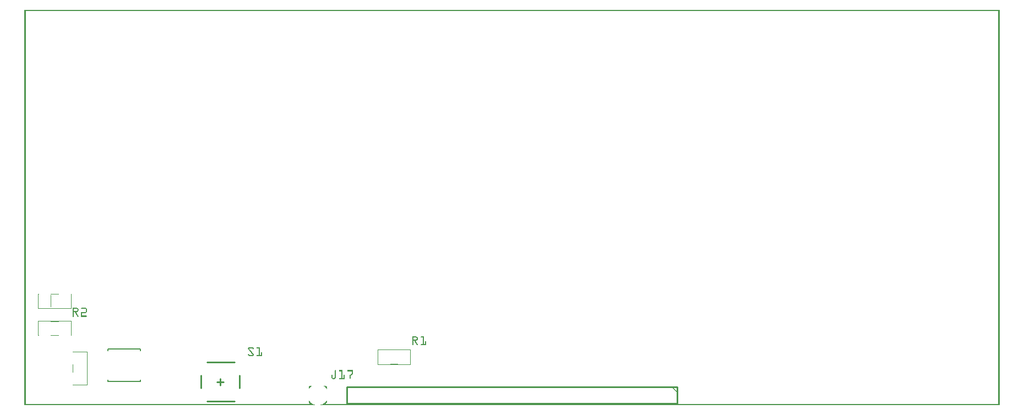
<source format=gto>
G04 MADE WITH FRITZING*
G04 WWW.FRITZING.ORG*
G04 DOUBLE SIDED*
G04 HOLES PLATED*
G04 CONTOUR ON CENTER OF CONTOUR VECTOR*
%ASAXBY*%
%FSLAX23Y23*%
%MOIN*%
%OFA0B0*%
%SFA1.0B1.0*%
%ADD10C,0.010000*%
%ADD11C,0.005556*%
%ADD12R,0.001000X0.001000*%
%LNSILK1*%
G90*
G70*
G54D10*
X1303Y182D02*
X1303Y104D01*
D02*
X1106Y261D02*
X1273Y261D01*
D02*
X1106Y25D02*
X1273Y25D01*
D02*
X1067Y182D02*
X1067Y104D01*
D02*
X1185Y163D02*
X1185Y123D01*
D02*
X1205Y143D02*
X1165Y143D01*
D02*
X3953Y112D02*
X1953Y112D01*
D02*
X1953Y112D02*
X1953Y12D01*
D02*
X1953Y12D02*
X3953Y12D01*
D02*
X3953Y12D02*
X3953Y112D01*
G54D11*
X504Y333D02*
X504Y342D01*
X701Y342D01*
X701Y333D01*
D02*
X701Y154D02*
X701Y145D01*
X504Y145D01*
X504Y154D01*
D02*
G54D12*
X0Y2396D02*
X5904Y2396D01*
X0Y2395D02*
X5904Y2395D01*
X0Y2394D02*
X5904Y2394D01*
X0Y2393D02*
X5904Y2393D01*
X0Y2392D02*
X5904Y2392D01*
X0Y2391D02*
X5904Y2391D01*
X0Y2390D02*
X5904Y2390D01*
X0Y2389D02*
X5904Y2389D01*
X0Y2388D02*
X7Y2388D01*
X5897Y2388D02*
X5904Y2388D01*
X0Y2387D02*
X7Y2387D01*
X5897Y2387D02*
X5904Y2387D01*
X0Y2386D02*
X7Y2386D01*
X5897Y2386D02*
X5904Y2386D01*
X0Y2385D02*
X7Y2385D01*
X5897Y2385D02*
X5904Y2385D01*
X0Y2384D02*
X7Y2384D01*
X5897Y2384D02*
X5904Y2384D01*
X0Y2383D02*
X7Y2383D01*
X5897Y2383D02*
X5904Y2383D01*
X0Y2382D02*
X7Y2382D01*
X5897Y2382D02*
X5904Y2382D01*
X0Y2381D02*
X7Y2381D01*
X5897Y2381D02*
X5904Y2381D01*
X0Y2380D02*
X7Y2380D01*
X5897Y2380D02*
X5904Y2380D01*
X0Y2379D02*
X7Y2379D01*
X5897Y2379D02*
X5904Y2379D01*
X0Y2378D02*
X7Y2378D01*
X5897Y2378D02*
X5904Y2378D01*
X0Y2377D02*
X7Y2377D01*
X5897Y2377D02*
X5904Y2377D01*
X0Y2376D02*
X7Y2376D01*
X5897Y2376D02*
X5904Y2376D01*
X0Y2375D02*
X7Y2375D01*
X5897Y2375D02*
X5904Y2375D01*
X0Y2374D02*
X7Y2374D01*
X5897Y2374D02*
X5904Y2374D01*
X0Y2373D02*
X7Y2373D01*
X5897Y2373D02*
X5904Y2373D01*
X0Y2372D02*
X7Y2372D01*
X5897Y2372D02*
X5904Y2372D01*
X0Y2371D02*
X7Y2371D01*
X5897Y2371D02*
X5904Y2371D01*
X0Y2370D02*
X7Y2370D01*
X5897Y2370D02*
X5904Y2370D01*
X0Y2369D02*
X7Y2369D01*
X5897Y2369D02*
X5904Y2369D01*
X0Y2368D02*
X7Y2368D01*
X5897Y2368D02*
X5904Y2368D01*
X0Y2367D02*
X7Y2367D01*
X5897Y2367D02*
X5904Y2367D01*
X0Y2366D02*
X7Y2366D01*
X5897Y2366D02*
X5904Y2366D01*
X0Y2365D02*
X7Y2365D01*
X5897Y2365D02*
X5904Y2365D01*
X0Y2364D02*
X7Y2364D01*
X5897Y2364D02*
X5904Y2364D01*
X0Y2363D02*
X7Y2363D01*
X5897Y2363D02*
X5904Y2363D01*
X0Y2362D02*
X7Y2362D01*
X5897Y2362D02*
X5904Y2362D01*
X0Y2361D02*
X7Y2361D01*
X5897Y2361D02*
X5904Y2361D01*
X0Y2360D02*
X7Y2360D01*
X5897Y2360D02*
X5904Y2360D01*
X0Y2359D02*
X7Y2359D01*
X5897Y2359D02*
X5904Y2359D01*
X0Y2358D02*
X7Y2358D01*
X5897Y2358D02*
X5904Y2358D01*
X0Y2357D02*
X7Y2357D01*
X5897Y2357D02*
X5904Y2357D01*
X0Y2356D02*
X7Y2356D01*
X5897Y2356D02*
X5904Y2356D01*
X0Y2355D02*
X7Y2355D01*
X5897Y2355D02*
X5904Y2355D01*
X0Y2354D02*
X7Y2354D01*
X5897Y2354D02*
X5904Y2354D01*
X0Y2353D02*
X7Y2353D01*
X5897Y2353D02*
X5904Y2353D01*
X0Y2352D02*
X7Y2352D01*
X5897Y2352D02*
X5904Y2352D01*
X0Y2351D02*
X7Y2351D01*
X5897Y2351D02*
X5904Y2351D01*
X0Y2350D02*
X7Y2350D01*
X5897Y2350D02*
X5904Y2350D01*
X0Y2349D02*
X7Y2349D01*
X5897Y2349D02*
X5904Y2349D01*
X0Y2348D02*
X7Y2348D01*
X5897Y2348D02*
X5904Y2348D01*
X0Y2347D02*
X7Y2347D01*
X5897Y2347D02*
X5904Y2347D01*
X0Y2346D02*
X7Y2346D01*
X5897Y2346D02*
X5904Y2346D01*
X0Y2345D02*
X7Y2345D01*
X5897Y2345D02*
X5904Y2345D01*
X0Y2344D02*
X7Y2344D01*
X5897Y2344D02*
X5904Y2344D01*
X0Y2343D02*
X7Y2343D01*
X5897Y2343D02*
X5904Y2343D01*
X0Y2342D02*
X7Y2342D01*
X5897Y2342D02*
X5904Y2342D01*
X0Y2341D02*
X7Y2341D01*
X5897Y2341D02*
X5904Y2341D01*
X0Y2340D02*
X7Y2340D01*
X5897Y2340D02*
X5904Y2340D01*
X0Y2339D02*
X7Y2339D01*
X5897Y2339D02*
X5904Y2339D01*
X0Y2338D02*
X7Y2338D01*
X5897Y2338D02*
X5904Y2338D01*
X0Y2337D02*
X7Y2337D01*
X5897Y2337D02*
X5904Y2337D01*
X0Y2336D02*
X7Y2336D01*
X5897Y2336D02*
X5904Y2336D01*
X0Y2335D02*
X7Y2335D01*
X5897Y2335D02*
X5904Y2335D01*
X0Y2334D02*
X7Y2334D01*
X5897Y2334D02*
X5904Y2334D01*
X0Y2333D02*
X7Y2333D01*
X5897Y2333D02*
X5904Y2333D01*
X0Y2332D02*
X7Y2332D01*
X5897Y2332D02*
X5904Y2332D01*
X0Y2331D02*
X7Y2331D01*
X5897Y2331D02*
X5904Y2331D01*
X0Y2330D02*
X7Y2330D01*
X5897Y2330D02*
X5904Y2330D01*
X0Y2329D02*
X7Y2329D01*
X5897Y2329D02*
X5904Y2329D01*
X0Y2328D02*
X7Y2328D01*
X5897Y2328D02*
X5904Y2328D01*
X0Y2327D02*
X7Y2327D01*
X5897Y2327D02*
X5904Y2327D01*
X0Y2326D02*
X7Y2326D01*
X5897Y2326D02*
X5904Y2326D01*
X0Y2325D02*
X7Y2325D01*
X5897Y2325D02*
X5904Y2325D01*
X0Y2324D02*
X7Y2324D01*
X5897Y2324D02*
X5904Y2324D01*
X0Y2323D02*
X7Y2323D01*
X5897Y2323D02*
X5904Y2323D01*
X0Y2322D02*
X7Y2322D01*
X5897Y2322D02*
X5904Y2322D01*
X0Y2321D02*
X7Y2321D01*
X5897Y2321D02*
X5904Y2321D01*
X0Y2320D02*
X7Y2320D01*
X5897Y2320D02*
X5904Y2320D01*
X0Y2319D02*
X7Y2319D01*
X5897Y2319D02*
X5904Y2319D01*
X0Y2318D02*
X7Y2318D01*
X5897Y2318D02*
X5904Y2318D01*
X0Y2317D02*
X7Y2317D01*
X5897Y2317D02*
X5904Y2317D01*
X0Y2316D02*
X7Y2316D01*
X5897Y2316D02*
X5904Y2316D01*
X0Y2315D02*
X7Y2315D01*
X5897Y2315D02*
X5904Y2315D01*
X0Y2314D02*
X7Y2314D01*
X5897Y2314D02*
X5904Y2314D01*
X0Y2313D02*
X7Y2313D01*
X5897Y2313D02*
X5904Y2313D01*
X0Y2312D02*
X7Y2312D01*
X5897Y2312D02*
X5904Y2312D01*
X0Y2311D02*
X7Y2311D01*
X5897Y2311D02*
X5904Y2311D01*
X0Y2310D02*
X7Y2310D01*
X5897Y2310D02*
X5904Y2310D01*
X0Y2309D02*
X7Y2309D01*
X5897Y2309D02*
X5904Y2309D01*
X0Y2308D02*
X7Y2308D01*
X5897Y2308D02*
X5904Y2308D01*
X0Y2307D02*
X7Y2307D01*
X5897Y2307D02*
X5904Y2307D01*
X0Y2306D02*
X7Y2306D01*
X5897Y2306D02*
X5904Y2306D01*
X0Y2305D02*
X7Y2305D01*
X5897Y2305D02*
X5904Y2305D01*
X0Y2304D02*
X7Y2304D01*
X5897Y2304D02*
X5904Y2304D01*
X0Y2303D02*
X7Y2303D01*
X5897Y2303D02*
X5904Y2303D01*
X0Y2302D02*
X7Y2302D01*
X5897Y2302D02*
X5904Y2302D01*
X0Y2301D02*
X7Y2301D01*
X5897Y2301D02*
X5904Y2301D01*
X0Y2300D02*
X7Y2300D01*
X5897Y2300D02*
X5904Y2300D01*
X0Y2299D02*
X7Y2299D01*
X5897Y2299D02*
X5904Y2299D01*
X0Y2298D02*
X7Y2298D01*
X5897Y2298D02*
X5904Y2298D01*
X0Y2297D02*
X7Y2297D01*
X5897Y2297D02*
X5904Y2297D01*
X0Y2296D02*
X7Y2296D01*
X5897Y2296D02*
X5904Y2296D01*
X0Y2295D02*
X7Y2295D01*
X5897Y2295D02*
X5904Y2295D01*
X0Y2294D02*
X7Y2294D01*
X5897Y2294D02*
X5904Y2294D01*
X0Y2293D02*
X7Y2293D01*
X5897Y2293D02*
X5904Y2293D01*
X0Y2292D02*
X7Y2292D01*
X5897Y2292D02*
X5904Y2292D01*
X0Y2291D02*
X7Y2291D01*
X5897Y2291D02*
X5904Y2291D01*
X0Y2290D02*
X7Y2290D01*
X5897Y2290D02*
X5904Y2290D01*
X0Y2289D02*
X7Y2289D01*
X5897Y2289D02*
X5904Y2289D01*
X0Y2288D02*
X7Y2288D01*
X5897Y2288D02*
X5904Y2288D01*
X0Y2287D02*
X7Y2287D01*
X5897Y2287D02*
X5904Y2287D01*
X0Y2286D02*
X7Y2286D01*
X5897Y2286D02*
X5904Y2286D01*
X0Y2285D02*
X7Y2285D01*
X5897Y2285D02*
X5904Y2285D01*
X0Y2284D02*
X7Y2284D01*
X5897Y2284D02*
X5904Y2284D01*
X0Y2283D02*
X7Y2283D01*
X5897Y2283D02*
X5904Y2283D01*
X0Y2282D02*
X7Y2282D01*
X5897Y2282D02*
X5904Y2282D01*
X0Y2281D02*
X7Y2281D01*
X5897Y2281D02*
X5904Y2281D01*
X0Y2280D02*
X7Y2280D01*
X5897Y2280D02*
X5904Y2280D01*
X0Y2279D02*
X7Y2279D01*
X5897Y2279D02*
X5904Y2279D01*
X0Y2278D02*
X7Y2278D01*
X5897Y2278D02*
X5904Y2278D01*
X0Y2277D02*
X7Y2277D01*
X5897Y2277D02*
X5904Y2277D01*
X0Y2276D02*
X7Y2276D01*
X5897Y2276D02*
X5904Y2276D01*
X0Y2275D02*
X7Y2275D01*
X5897Y2275D02*
X5904Y2275D01*
X0Y2274D02*
X7Y2274D01*
X5897Y2274D02*
X5904Y2274D01*
X0Y2273D02*
X7Y2273D01*
X5897Y2273D02*
X5904Y2273D01*
X0Y2272D02*
X7Y2272D01*
X5897Y2272D02*
X5904Y2272D01*
X0Y2271D02*
X7Y2271D01*
X5897Y2271D02*
X5904Y2271D01*
X0Y2270D02*
X7Y2270D01*
X5897Y2270D02*
X5904Y2270D01*
X0Y2269D02*
X7Y2269D01*
X5897Y2269D02*
X5904Y2269D01*
X0Y2268D02*
X7Y2268D01*
X5897Y2268D02*
X5904Y2268D01*
X0Y2267D02*
X7Y2267D01*
X5897Y2267D02*
X5904Y2267D01*
X0Y2266D02*
X7Y2266D01*
X5897Y2266D02*
X5904Y2266D01*
X0Y2265D02*
X7Y2265D01*
X5897Y2265D02*
X5904Y2265D01*
X0Y2264D02*
X7Y2264D01*
X5897Y2264D02*
X5904Y2264D01*
X0Y2263D02*
X7Y2263D01*
X5897Y2263D02*
X5904Y2263D01*
X0Y2262D02*
X7Y2262D01*
X5897Y2262D02*
X5904Y2262D01*
X0Y2261D02*
X7Y2261D01*
X5897Y2261D02*
X5904Y2261D01*
X0Y2260D02*
X7Y2260D01*
X5897Y2260D02*
X5904Y2260D01*
X0Y2259D02*
X7Y2259D01*
X5897Y2259D02*
X5904Y2259D01*
X0Y2258D02*
X7Y2258D01*
X5897Y2258D02*
X5904Y2258D01*
X0Y2257D02*
X7Y2257D01*
X5897Y2257D02*
X5904Y2257D01*
X0Y2256D02*
X7Y2256D01*
X5897Y2256D02*
X5904Y2256D01*
X0Y2255D02*
X7Y2255D01*
X5897Y2255D02*
X5904Y2255D01*
X0Y2254D02*
X7Y2254D01*
X5897Y2254D02*
X5904Y2254D01*
X0Y2253D02*
X7Y2253D01*
X5897Y2253D02*
X5904Y2253D01*
X0Y2252D02*
X7Y2252D01*
X5897Y2252D02*
X5904Y2252D01*
X0Y2251D02*
X7Y2251D01*
X5897Y2251D02*
X5904Y2251D01*
X0Y2250D02*
X7Y2250D01*
X5897Y2250D02*
X5904Y2250D01*
X0Y2249D02*
X7Y2249D01*
X5897Y2249D02*
X5904Y2249D01*
X0Y2248D02*
X7Y2248D01*
X5897Y2248D02*
X5904Y2248D01*
X0Y2247D02*
X7Y2247D01*
X5897Y2247D02*
X5904Y2247D01*
X0Y2246D02*
X7Y2246D01*
X5897Y2246D02*
X5904Y2246D01*
X0Y2245D02*
X7Y2245D01*
X5897Y2245D02*
X5904Y2245D01*
X0Y2244D02*
X7Y2244D01*
X5897Y2244D02*
X5904Y2244D01*
X0Y2243D02*
X7Y2243D01*
X5897Y2243D02*
X5904Y2243D01*
X0Y2242D02*
X7Y2242D01*
X5897Y2242D02*
X5904Y2242D01*
X0Y2241D02*
X7Y2241D01*
X5897Y2241D02*
X5904Y2241D01*
X0Y2240D02*
X7Y2240D01*
X5897Y2240D02*
X5904Y2240D01*
X0Y2239D02*
X7Y2239D01*
X5897Y2239D02*
X5904Y2239D01*
X0Y2238D02*
X7Y2238D01*
X5897Y2238D02*
X5904Y2238D01*
X0Y2237D02*
X7Y2237D01*
X5897Y2237D02*
X5904Y2237D01*
X0Y2236D02*
X7Y2236D01*
X5897Y2236D02*
X5904Y2236D01*
X0Y2235D02*
X7Y2235D01*
X5897Y2235D02*
X5904Y2235D01*
X0Y2234D02*
X7Y2234D01*
X5897Y2234D02*
X5904Y2234D01*
X0Y2233D02*
X7Y2233D01*
X5897Y2233D02*
X5904Y2233D01*
X0Y2232D02*
X7Y2232D01*
X5897Y2232D02*
X5904Y2232D01*
X0Y2231D02*
X7Y2231D01*
X5897Y2231D02*
X5904Y2231D01*
X0Y2230D02*
X7Y2230D01*
X5897Y2230D02*
X5904Y2230D01*
X0Y2229D02*
X7Y2229D01*
X5897Y2229D02*
X5904Y2229D01*
X0Y2228D02*
X7Y2228D01*
X5897Y2228D02*
X5904Y2228D01*
X0Y2227D02*
X7Y2227D01*
X5897Y2227D02*
X5904Y2227D01*
X0Y2226D02*
X7Y2226D01*
X5897Y2226D02*
X5904Y2226D01*
X0Y2225D02*
X7Y2225D01*
X5897Y2225D02*
X5904Y2225D01*
X0Y2224D02*
X7Y2224D01*
X5897Y2224D02*
X5904Y2224D01*
X0Y2223D02*
X7Y2223D01*
X5897Y2223D02*
X5904Y2223D01*
X0Y2222D02*
X7Y2222D01*
X5897Y2222D02*
X5904Y2222D01*
X0Y2221D02*
X7Y2221D01*
X5897Y2221D02*
X5904Y2221D01*
X0Y2220D02*
X7Y2220D01*
X5897Y2220D02*
X5904Y2220D01*
X0Y2219D02*
X7Y2219D01*
X5897Y2219D02*
X5904Y2219D01*
X0Y2218D02*
X7Y2218D01*
X5897Y2218D02*
X5904Y2218D01*
X0Y2217D02*
X7Y2217D01*
X5897Y2217D02*
X5904Y2217D01*
X0Y2216D02*
X7Y2216D01*
X5897Y2216D02*
X5904Y2216D01*
X0Y2215D02*
X7Y2215D01*
X5897Y2215D02*
X5904Y2215D01*
X0Y2214D02*
X7Y2214D01*
X5897Y2214D02*
X5904Y2214D01*
X0Y2213D02*
X7Y2213D01*
X5897Y2213D02*
X5904Y2213D01*
X0Y2212D02*
X7Y2212D01*
X5897Y2212D02*
X5904Y2212D01*
X0Y2211D02*
X7Y2211D01*
X5897Y2211D02*
X5904Y2211D01*
X0Y2210D02*
X7Y2210D01*
X5897Y2210D02*
X5904Y2210D01*
X0Y2209D02*
X7Y2209D01*
X5897Y2209D02*
X5904Y2209D01*
X0Y2208D02*
X7Y2208D01*
X5897Y2208D02*
X5904Y2208D01*
X0Y2207D02*
X7Y2207D01*
X5897Y2207D02*
X5904Y2207D01*
X0Y2206D02*
X7Y2206D01*
X5897Y2206D02*
X5904Y2206D01*
X0Y2205D02*
X7Y2205D01*
X5897Y2205D02*
X5904Y2205D01*
X0Y2204D02*
X7Y2204D01*
X5897Y2204D02*
X5904Y2204D01*
X0Y2203D02*
X7Y2203D01*
X5897Y2203D02*
X5904Y2203D01*
X0Y2202D02*
X7Y2202D01*
X5897Y2202D02*
X5904Y2202D01*
X0Y2201D02*
X7Y2201D01*
X5897Y2201D02*
X5904Y2201D01*
X0Y2200D02*
X7Y2200D01*
X5897Y2200D02*
X5904Y2200D01*
X0Y2199D02*
X7Y2199D01*
X5897Y2199D02*
X5904Y2199D01*
X0Y2198D02*
X7Y2198D01*
X5897Y2198D02*
X5904Y2198D01*
X0Y2197D02*
X7Y2197D01*
X5897Y2197D02*
X5904Y2197D01*
X0Y2196D02*
X7Y2196D01*
X5897Y2196D02*
X5904Y2196D01*
X0Y2195D02*
X7Y2195D01*
X5897Y2195D02*
X5904Y2195D01*
X0Y2194D02*
X7Y2194D01*
X5897Y2194D02*
X5904Y2194D01*
X0Y2193D02*
X7Y2193D01*
X5897Y2193D02*
X5904Y2193D01*
X0Y2192D02*
X7Y2192D01*
X5897Y2192D02*
X5904Y2192D01*
X0Y2191D02*
X7Y2191D01*
X5897Y2191D02*
X5904Y2191D01*
X0Y2190D02*
X7Y2190D01*
X5897Y2190D02*
X5904Y2190D01*
X0Y2189D02*
X7Y2189D01*
X5897Y2189D02*
X5904Y2189D01*
X0Y2188D02*
X7Y2188D01*
X5897Y2188D02*
X5904Y2188D01*
X0Y2187D02*
X7Y2187D01*
X5897Y2187D02*
X5904Y2187D01*
X0Y2186D02*
X7Y2186D01*
X5897Y2186D02*
X5904Y2186D01*
X0Y2185D02*
X7Y2185D01*
X5897Y2185D02*
X5904Y2185D01*
X0Y2184D02*
X7Y2184D01*
X5897Y2184D02*
X5904Y2184D01*
X0Y2183D02*
X7Y2183D01*
X5897Y2183D02*
X5904Y2183D01*
X0Y2182D02*
X7Y2182D01*
X5897Y2182D02*
X5904Y2182D01*
X0Y2181D02*
X7Y2181D01*
X5897Y2181D02*
X5904Y2181D01*
X0Y2180D02*
X7Y2180D01*
X5897Y2180D02*
X5904Y2180D01*
X0Y2179D02*
X7Y2179D01*
X5897Y2179D02*
X5904Y2179D01*
X0Y2178D02*
X7Y2178D01*
X5897Y2178D02*
X5904Y2178D01*
X0Y2177D02*
X7Y2177D01*
X5897Y2177D02*
X5904Y2177D01*
X0Y2176D02*
X7Y2176D01*
X5897Y2176D02*
X5904Y2176D01*
X0Y2175D02*
X7Y2175D01*
X5897Y2175D02*
X5904Y2175D01*
X0Y2174D02*
X7Y2174D01*
X5897Y2174D02*
X5904Y2174D01*
X0Y2173D02*
X7Y2173D01*
X5897Y2173D02*
X5904Y2173D01*
X0Y2172D02*
X7Y2172D01*
X5897Y2172D02*
X5904Y2172D01*
X0Y2171D02*
X7Y2171D01*
X5897Y2171D02*
X5904Y2171D01*
X0Y2170D02*
X7Y2170D01*
X5897Y2170D02*
X5904Y2170D01*
X0Y2169D02*
X7Y2169D01*
X5897Y2169D02*
X5904Y2169D01*
X0Y2168D02*
X7Y2168D01*
X5897Y2168D02*
X5904Y2168D01*
X0Y2167D02*
X7Y2167D01*
X5897Y2167D02*
X5904Y2167D01*
X0Y2166D02*
X7Y2166D01*
X5897Y2166D02*
X5904Y2166D01*
X0Y2165D02*
X7Y2165D01*
X5897Y2165D02*
X5904Y2165D01*
X0Y2164D02*
X7Y2164D01*
X5897Y2164D02*
X5904Y2164D01*
X0Y2163D02*
X7Y2163D01*
X5897Y2163D02*
X5904Y2163D01*
X0Y2162D02*
X7Y2162D01*
X5897Y2162D02*
X5904Y2162D01*
X0Y2161D02*
X7Y2161D01*
X5897Y2161D02*
X5904Y2161D01*
X0Y2160D02*
X7Y2160D01*
X5897Y2160D02*
X5904Y2160D01*
X0Y2159D02*
X7Y2159D01*
X5897Y2159D02*
X5904Y2159D01*
X0Y2158D02*
X7Y2158D01*
X5897Y2158D02*
X5904Y2158D01*
X0Y2157D02*
X7Y2157D01*
X5897Y2157D02*
X5904Y2157D01*
X0Y2156D02*
X7Y2156D01*
X5897Y2156D02*
X5904Y2156D01*
X0Y2155D02*
X7Y2155D01*
X5897Y2155D02*
X5904Y2155D01*
X0Y2154D02*
X7Y2154D01*
X5897Y2154D02*
X5904Y2154D01*
X0Y2153D02*
X7Y2153D01*
X5897Y2153D02*
X5904Y2153D01*
X0Y2152D02*
X7Y2152D01*
X5897Y2152D02*
X5904Y2152D01*
X0Y2151D02*
X7Y2151D01*
X5897Y2151D02*
X5904Y2151D01*
X0Y2150D02*
X7Y2150D01*
X5897Y2150D02*
X5904Y2150D01*
X0Y2149D02*
X7Y2149D01*
X5897Y2149D02*
X5904Y2149D01*
X0Y2148D02*
X7Y2148D01*
X5897Y2148D02*
X5904Y2148D01*
X0Y2147D02*
X7Y2147D01*
X5897Y2147D02*
X5904Y2147D01*
X0Y2146D02*
X7Y2146D01*
X5897Y2146D02*
X5904Y2146D01*
X0Y2145D02*
X7Y2145D01*
X5897Y2145D02*
X5904Y2145D01*
X0Y2144D02*
X7Y2144D01*
X5897Y2144D02*
X5904Y2144D01*
X0Y2143D02*
X7Y2143D01*
X5897Y2143D02*
X5904Y2143D01*
X0Y2142D02*
X7Y2142D01*
X5897Y2142D02*
X5904Y2142D01*
X0Y2141D02*
X7Y2141D01*
X5897Y2141D02*
X5904Y2141D01*
X0Y2140D02*
X7Y2140D01*
X5897Y2140D02*
X5904Y2140D01*
X0Y2139D02*
X7Y2139D01*
X5897Y2139D02*
X5904Y2139D01*
X0Y2138D02*
X7Y2138D01*
X5897Y2138D02*
X5904Y2138D01*
X0Y2137D02*
X7Y2137D01*
X5897Y2137D02*
X5904Y2137D01*
X0Y2136D02*
X7Y2136D01*
X5897Y2136D02*
X5904Y2136D01*
X0Y2135D02*
X7Y2135D01*
X5897Y2135D02*
X5904Y2135D01*
X0Y2134D02*
X7Y2134D01*
X5897Y2134D02*
X5904Y2134D01*
X0Y2133D02*
X7Y2133D01*
X5897Y2133D02*
X5904Y2133D01*
X0Y2132D02*
X7Y2132D01*
X5897Y2132D02*
X5904Y2132D01*
X0Y2131D02*
X7Y2131D01*
X5897Y2131D02*
X5904Y2131D01*
X0Y2130D02*
X7Y2130D01*
X5897Y2130D02*
X5904Y2130D01*
X0Y2129D02*
X7Y2129D01*
X5897Y2129D02*
X5904Y2129D01*
X0Y2128D02*
X7Y2128D01*
X5897Y2128D02*
X5904Y2128D01*
X0Y2127D02*
X7Y2127D01*
X5897Y2127D02*
X5904Y2127D01*
X0Y2126D02*
X7Y2126D01*
X5897Y2126D02*
X5904Y2126D01*
X0Y2125D02*
X7Y2125D01*
X5897Y2125D02*
X5904Y2125D01*
X0Y2124D02*
X7Y2124D01*
X5897Y2124D02*
X5904Y2124D01*
X0Y2123D02*
X7Y2123D01*
X5897Y2123D02*
X5904Y2123D01*
X0Y2122D02*
X7Y2122D01*
X5897Y2122D02*
X5904Y2122D01*
X0Y2121D02*
X7Y2121D01*
X5897Y2121D02*
X5904Y2121D01*
X0Y2120D02*
X7Y2120D01*
X5897Y2120D02*
X5904Y2120D01*
X0Y2119D02*
X7Y2119D01*
X5897Y2119D02*
X5904Y2119D01*
X0Y2118D02*
X7Y2118D01*
X5897Y2118D02*
X5904Y2118D01*
X0Y2117D02*
X7Y2117D01*
X5897Y2117D02*
X5904Y2117D01*
X0Y2116D02*
X7Y2116D01*
X5897Y2116D02*
X5904Y2116D01*
X0Y2115D02*
X7Y2115D01*
X5897Y2115D02*
X5904Y2115D01*
X0Y2114D02*
X7Y2114D01*
X5897Y2114D02*
X5904Y2114D01*
X0Y2113D02*
X7Y2113D01*
X5897Y2113D02*
X5904Y2113D01*
X0Y2112D02*
X7Y2112D01*
X5897Y2112D02*
X5904Y2112D01*
X0Y2111D02*
X7Y2111D01*
X5897Y2111D02*
X5904Y2111D01*
X0Y2110D02*
X7Y2110D01*
X5897Y2110D02*
X5904Y2110D01*
X0Y2109D02*
X7Y2109D01*
X5897Y2109D02*
X5904Y2109D01*
X0Y2108D02*
X7Y2108D01*
X5897Y2108D02*
X5904Y2108D01*
X0Y2107D02*
X7Y2107D01*
X5897Y2107D02*
X5904Y2107D01*
X0Y2106D02*
X7Y2106D01*
X5897Y2106D02*
X5904Y2106D01*
X0Y2105D02*
X7Y2105D01*
X5897Y2105D02*
X5904Y2105D01*
X0Y2104D02*
X7Y2104D01*
X5897Y2104D02*
X5904Y2104D01*
X0Y2103D02*
X7Y2103D01*
X5897Y2103D02*
X5904Y2103D01*
X0Y2102D02*
X7Y2102D01*
X5897Y2102D02*
X5904Y2102D01*
X0Y2101D02*
X7Y2101D01*
X5897Y2101D02*
X5904Y2101D01*
X0Y2100D02*
X7Y2100D01*
X5897Y2100D02*
X5904Y2100D01*
X0Y2099D02*
X7Y2099D01*
X5897Y2099D02*
X5904Y2099D01*
X0Y2098D02*
X7Y2098D01*
X5897Y2098D02*
X5904Y2098D01*
X0Y2097D02*
X7Y2097D01*
X5897Y2097D02*
X5904Y2097D01*
X0Y2096D02*
X7Y2096D01*
X5897Y2096D02*
X5904Y2096D01*
X0Y2095D02*
X7Y2095D01*
X5897Y2095D02*
X5904Y2095D01*
X0Y2094D02*
X7Y2094D01*
X5897Y2094D02*
X5904Y2094D01*
X0Y2093D02*
X7Y2093D01*
X5897Y2093D02*
X5904Y2093D01*
X0Y2092D02*
X7Y2092D01*
X5897Y2092D02*
X5904Y2092D01*
X0Y2091D02*
X7Y2091D01*
X5897Y2091D02*
X5904Y2091D01*
X0Y2090D02*
X7Y2090D01*
X5897Y2090D02*
X5904Y2090D01*
X0Y2089D02*
X7Y2089D01*
X5897Y2089D02*
X5904Y2089D01*
X0Y2088D02*
X7Y2088D01*
X5897Y2088D02*
X5904Y2088D01*
X0Y2087D02*
X7Y2087D01*
X5897Y2087D02*
X5904Y2087D01*
X0Y2086D02*
X7Y2086D01*
X5897Y2086D02*
X5904Y2086D01*
X0Y2085D02*
X7Y2085D01*
X5897Y2085D02*
X5904Y2085D01*
X0Y2084D02*
X7Y2084D01*
X5897Y2084D02*
X5904Y2084D01*
X0Y2083D02*
X7Y2083D01*
X5897Y2083D02*
X5904Y2083D01*
X0Y2082D02*
X7Y2082D01*
X5897Y2082D02*
X5904Y2082D01*
X0Y2081D02*
X7Y2081D01*
X5897Y2081D02*
X5904Y2081D01*
X0Y2080D02*
X7Y2080D01*
X5897Y2080D02*
X5904Y2080D01*
X0Y2079D02*
X7Y2079D01*
X5897Y2079D02*
X5904Y2079D01*
X0Y2078D02*
X7Y2078D01*
X5897Y2078D02*
X5904Y2078D01*
X0Y2077D02*
X7Y2077D01*
X5897Y2077D02*
X5904Y2077D01*
X0Y2076D02*
X7Y2076D01*
X5897Y2076D02*
X5904Y2076D01*
X0Y2075D02*
X7Y2075D01*
X5897Y2075D02*
X5904Y2075D01*
X0Y2074D02*
X7Y2074D01*
X5897Y2074D02*
X5904Y2074D01*
X0Y2073D02*
X7Y2073D01*
X5897Y2073D02*
X5904Y2073D01*
X0Y2072D02*
X7Y2072D01*
X5897Y2072D02*
X5904Y2072D01*
X0Y2071D02*
X7Y2071D01*
X5897Y2071D02*
X5904Y2071D01*
X0Y2070D02*
X7Y2070D01*
X5897Y2070D02*
X5904Y2070D01*
X0Y2069D02*
X7Y2069D01*
X5897Y2069D02*
X5904Y2069D01*
X0Y2068D02*
X7Y2068D01*
X5897Y2068D02*
X5904Y2068D01*
X0Y2067D02*
X7Y2067D01*
X5897Y2067D02*
X5904Y2067D01*
X0Y2066D02*
X7Y2066D01*
X5897Y2066D02*
X5904Y2066D01*
X0Y2065D02*
X7Y2065D01*
X5897Y2065D02*
X5904Y2065D01*
X0Y2064D02*
X7Y2064D01*
X5897Y2064D02*
X5904Y2064D01*
X0Y2063D02*
X7Y2063D01*
X5897Y2063D02*
X5904Y2063D01*
X0Y2062D02*
X7Y2062D01*
X5897Y2062D02*
X5904Y2062D01*
X0Y2061D02*
X7Y2061D01*
X5897Y2061D02*
X5904Y2061D01*
X0Y2060D02*
X7Y2060D01*
X5897Y2060D02*
X5904Y2060D01*
X0Y2059D02*
X7Y2059D01*
X5897Y2059D02*
X5904Y2059D01*
X0Y2058D02*
X7Y2058D01*
X5897Y2058D02*
X5904Y2058D01*
X0Y2057D02*
X7Y2057D01*
X5897Y2057D02*
X5904Y2057D01*
X0Y2056D02*
X7Y2056D01*
X5897Y2056D02*
X5904Y2056D01*
X0Y2055D02*
X7Y2055D01*
X5897Y2055D02*
X5904Y2055D01*
X0Y2054D02*
X7Y2054D01*
X5897Y2054D02*
X5904Y2054D01*
X0Y2053D02*
X7Y2053D01*
X5897Y2053D02*
X5904Y2053D01*
X0Y2052D02*
X7Y2052D01*
X5897Y2052D02*
X5904Y2052D01*
X0Y2051D02*
X7Y2051D01*
X5897Y2051D02*
X5904Y2051D01*
X0Y2050D02*
X7Y2050D01*
X5897Y2050D02*
X5904Y2050D01*
X0Y2049D02*
X7Y2049D01*
X5897Y2049D02*
X5904Y2049D01*
X0Y2048D02*
X7Y2048D01*
X5897Y2048D02*
X5904Y2048D01*
X0Y2047D02*
X7Y2047D01*
X5897Y2047D02*
X5904Y2047D01*
X0Y2046D02*
X7Y2046D01*
X5897Y2046D02*
X5904Y2046D01*
X0Y2045D02*
X7Y2045D01*
X5897Y2045D02*
X5904Y2045D01*
X0Y2044D02*
X7Y2044D01*
X5897Y2044D02*
X5904Y2044D01*
X0Y2043D02*
X7Y2043D01*
X5897Y2043D02*
X5904Y2043D01*
X0Y2042D02*
X7Y2042D01*
X5897Y2042D02*
X5904Y2042D01*
X0Y2041D02*
X7Y2041D01*
X5897Y2041D02*
X5904Y2041D01*
X0Y2040D02*
X7Y2040D01*
X5897Y2040D02*
X5904Y2040D01*
X0Y2039D02*
X7Y2039D01*
X5897Y2039D02*
X5904Y2039D01*
X0Y2038D02*
X7Y2038D01*
X5897Y2038D02*
X5904Y2038D01*
X0Y2037D02*
X7Y2037D01*
X5897Y2037D02*
X5904Y2037D01*
X0Y2036D02*
X7Y2036D01*
X5897Y2036D02*
X5904Y2036D01*
X0Y2035D02*
X7Y2035D01*
X5897Y2035D02*
X5904Y2035D01*
X0Y2034D02*
X7Y2034D01*
X5897Y2034D02*
X5904Y2034D01*
X0Y2033D02*
X7Y2033D01*
X5897Y2033D02*
X5904Y2033D01*
X0Y2032D02*
X7Y2032D01*
X5897Y2032D02*
X5904Y2032D01*
X0Y2031D02*
X7Y2031D01*
X5897Y2031D02*
X5904Y2031D01*
X0Y2030D02*
X7Y2030D01*
X5897Y2030D02*
X5904Y2030D01*
X0Y2029D02*
X7Y2029D01*
X5897Y2029D02*
X5904Y2029D01*
X0Y2028D02*
X7Y2028D01*
X5897Y2028D02*
X5904Y2028D01*
X0Y2027D02*
X7Y2027D01*
X5897Y2027D02*
X5904Y2027D01*
X0Y2026D02*
X7Y2026D01*
X5897Y2026D02*
X5904Y2026D01*
X0Y2025D02*
X7Y2025D01*
X5897Y2025D02*
X5904Y2025D01*
X0Y2024D02*
X7Y2024D01*
X5897Y2024D02*
X5904Y2024D01*
X0Y2023D02*
X7Y2023D01*
X5897Y2023D02*
X5904Y2023D01*
X0Y2022D02*
X7Y2022D01*
X5897Y2022D02*
X5904Y2022D01*
X0Y2021D02*
X7Y2021D01*
X5897Y2021D02*
X5904Y2021D01*
X0Y2020D02*
X7Y2020D01*
X5897Y2020D02*
X5904Y2020D01*
X0Y2019D02*
X7Y2019D01*
X5897Y2019D02*
X5904Y2019D01*
X0Y2018D02*
X7Y2018D01*
X5897Y2018D02*
X5904Y2018D01*
X0Y2017D02*
X7Y2017D01*
X5897Y2017D02*
X5904Y2017D01*
X0Y2016D02*
X7Y2016D01*
X5897Y2016D02*
X5904Y2016D01*
X0Y2015D02*
X7Y2015D01*
X5897Y2015D02*
X5904Y2015D01*
X0Y2014D02*
X7Y2014D01*
X5897Y2014D02*
X5904Y2014D01*
X0Y2013D02*
X7Y2013D01*
X5897Y2013D02*
X5904Y2013D01*
X0Y2012D02*
X7Y2012D01*
X5897Y2012D02*
X5904Y2012D01*
X0Y2011D02*
X7Y2011D01*
X5897Y2011D02*
X5904Y2011D01*
X0Y2010D02*
X7Y2010D01*
X5897Y2010D02*
X5904Y2010D01*
X0Y2009D02*
X7Y2009D01*
X5897Y2009D02*
X5904Y2009D01*
X0Y2008D02*
X7Y2008D01*
X5897Y2008D02*
X5904Y2008D01*
X0Y2007D02*
X7Y2007D01*
X5897Y2007D02*
X5904Y2007D01*
X0Y2006D02*
X7Y2006D01*
X5897Y2006D02*
X5904Y2006D01*
X0Y2005D02*
X7Y2005D01*
X5897Y2005D02*
X5904Y2005D01*
X0Y2004D02*
X7Y2004D01*
X5897Y2004D02*
X5904Y2004D01*
X0Y2003D02*
X7Y2003D01*
X5897Y2003D02*
X5904Y2003D01*
X0Y2002D02*
X7Y2002D01*
X5897Y2002D02*
X5904Y2002D01*
X0Y2001D02*
X7Y2001D01*
X5897Y2001D02*
X5904Y2001D01*
X0Y2000D02*
X7Y2000D01*
X5897Y2000D02*
X5904Y2000D01*
X0Y1999D02*
X7Y1999D01*
X5897Y1999D02*
X5904Y1999D01*
X0Y1998D02*
X7Y1998D01*
X5897Y1998D02*
X5904Y1998D01*
X0Y1997D02*
X7Y1997D01*
X5897Y1997D02*
X5904Y1997D01*
X0Y1996D02*
X7Y1996D01*
X5897Y1996D02*
X5904Y1996D01*
X0Y1995D02*
X7Y1995D01*
X5897Y1995D02*
X5904Y1995D01*
X0Y1994D02*
X7Y1994D01*
X5897Y1994D02*
X5904Y1994D01*
X0Y1993D02*
X7Y1993D01*
X5897Y1993D02*
X5904Y1993D01*
X0Y1992D02*
X7Y1992D01*
X5897Y1992D02*
X5904Y1992D01*
X0Y1991D02*
X7Y1991D01*
X5897Y1991D02*
X5904Y1991D01*
X0Y1990D02*
X7Y1990D01*
X5897Y1990D02*
X5904Y1990D01*
X0Y1989D02*
X7Y1989D01*
X5897Y1989D02*
X5904Y1989D01*
X0Y1988D02*
X7Y1988D01*
X5897Y1988D02*
X5904Y1988D01*
X0Y1987D02*
X7Y1987D01*
X5897Y1987D02*
X5904Y1987D01*
X0Y1986D02*
X7Y1986D01*
X5897Y1986D02*
X5904Y1986D01*
X0Y1985D02*
X7Y1985D01*
X5897Y1985D02*
X5904Y1985D01*
X0Y1984D02*
X7Y1984D01*
X5897Y1984D02*
X5904Y1984D01*
X0Y1983D02*
X7Y1983D01*
X5897Y1983D02*
X5904Y1983D01*
X0Y1982D02*
X7Y1982D01*
X5897Y1982D02*
X5904Y1982D01*
X0Y1981D02*
X7Y1981D01*
X5897Y1981D02*
X5904Y1981D01*
X0Y1980D02*
X7Y1980D01*
X5897Y1980D02*
X5904Y1980D01*
X0Y1979D02*
X7Y1979D01*
X5897Y1979D02*
X5904Y1979D01*
X0Y1978D02*
X7Y1978D01*
X5897Y1978D02*
X5904Y1978D01*
X0Y1977D02*
X7Y1977D01*
X5897Y1977D02*
X5904Y1977D01*
X0Y1976D02*
X7Y1976D01*
X5897Y1976D02*
X5904Y1976D01*
X0Y1975D02*
X7Y1975D01*
X5897Y1975D02*
X5904Y1975D01*
X0Y1974D02*
X7Y1974D01*
X5897Y1974D02*
X5904Y1974D01*
X0Y1973D02*
X7Y1973D01*
X5897Y1973D02*
X5904Y1973D01*
X0Y1972D02*
X7Y1972D01*
X5897Y1972D02*
X5904Y1972D01*
X0Y1971D02*
X7Y1971D01*
X5897Y1971D02*
X5904Y1971D01*
X0Y1970D02*
X7Y1970D01*
X5897Y1970D02*
X5904Y1970D01*
X0Y1969D02*
X7Y1969D01*
X5897Y1969D02*
X5904Y1969D01*
X0Y1968D02*
X7Y1968D01*
X5897Y1968D02*
X5904Y1968D01*
X0Y1967D02*
X7Y1967D01*
X5897Y1967D02*
X5904Y1967D01*
X0Y1966D02*
X7Y1966D01*
X5897Y1966D02*
X5904Y1966D01*
X0Y1965D02*
X7Y1965D01*
X5897Y1965D02*
X5904Y1965D01*
X0Y1964D02*
X7Y1964D01*
X5897Y1964D02*
X5904Y1964D01*
X0Y1963D02*
X7Y1963D01*
X5897Y1963D02*
X5904Y1963D01*
X0Y1962D02*
X7Y1962D01*
X5897Y1962D02*
X5904Y1962D01*
X0Y1961D02*
X7Y1961D01*
X5897Y1961D02*
X5904Y1961D01*
X0Y1960D02*
X7Y1960D01*
X5897Y1960D02*
X5904Y1960D01*
X0Y1959D02*
X7Y1959D01*
X5897Y1959D02*
X5904Y1959D01*
X0Y1958D02*
X7Y1958D01*
X5897Y1958D02*
X5904Y1958D01*
X0Y1957D02*
X7Y1957D01*
X5897Y1957D02*
X5904Y1957D01*
X0Y1956D02*
X7Y1956D01*
X5897Y1956D02*
X5904Y1956D01*
X0Y1955D02*
X7Y1955D01*
X5897Y1955D02*
X5904Y1955D01*
X0Y1954D02*
X7Y1954D01*
X5897Y1954D02*
X5904Y1954D01*
X0Y1953D02*
X7Y1953D01*
X5897Y1953D02*
X5904Y1953D01*
X0Y1952D02*
X7Y1952D01*
X5897Y1952D02*
X5904Y1952D01*
X0Y1951D02*
X7Y1951D01*
X5897Y1951D02*
X5904Y1951D01*
X0Y1950D02*
X7Y1950D01*
X5897Y1950D02*
X5904Y1950D01*
X0Y1949D02*
X7Y1949D01*
X5897Y1949D02*
X5904Y1949D01*
X0Y1948D02*
X7Y1948D01*
X5897Y1948D02*
X5904Y1948D01*
X0Y1947D02*
X7Y1947D01*
X5897Y1947D02*
X5904Y1947D01*
X0Y1946D02*
X7Y1946D01*
X5897Y1946D02*
X5904Y1946D01*
X0Y1945D02*
X7Y1945D01*
X5897Y1945D02*
X5904Y1945D01*
X0Y1944D02*
X7Y1944D01*
X5897Y1944D02*
X5904Y1944D01*
X0Y1943D02*
X7Y1943D01*
X5897Y1943D02*
X5904Y1943D01*
X0Y1942D02*
X7Y1942D01*
X5897Y1942D02*
X5904Y1942D01*
X0Y1941D02*
X7Y1941D01*
X5897Y1941D02*
X5904Y1941D01*
X0Y1940D02*
X7Y1940D01*
X5897Y1940D02*
X5904Y1940D01*
X0Y1939D02*
X7Y1939D01*
X5897Y1939D02*
X5904Y1939D01*
X0Y1938D02*
X7Y1938D01*
X5897Y1938D02*
X5904Y1938D01*
X0Y1937D02*
X7Y1937D01*
X5897Y1937D02*
X5904Y1937D01*
X0Y1936D02*
X7Y1936D01*
X5897Y1936D02*
X5904Y1936D01*
X0Y1935D02*
X7Y1935D01*
X5897Y1935D02*
X5904Y1935D01*
X0Y1934D02*
X7Y1934D01*
X5897Y1934D02*
X5904Y1934D01*
X0Y1933D02*
X7Y1933D01*
X5897Y1933D02*
X5904Y1933D01*
X0Y1932D02*
X7Y1932D01*
X5897Y1932D02*
X5904Y1932D01*
X0Y1931D02*
X7Y1931D01*
X5897Y1931D02*
X5904Y1931D01*
X0Y1930D02*
X7Y1930D01*
X5897Y1930D02*
X5904Y1930D01*
X0Y1929D02*
X7Y1929D01*
X5897Y1929D02*
X5904Y1929D01*
X0Y1928D02*
X7Y1928D01*
X5897Y1928D02*
X5904Y1928D01*
X0Y1927D02*
X7Y1927D01*
X5897Y1927D02*
X5904Y1927D01*
X0Y1926D02*
X7Y1926D01*
X5897Y1926D02*
X5904Y1926D01*
X0Y1925D02*
X7Y1925D01*
X5897Y1925D02*
X5904Y1925D01*
X0Y1924D02*
X7Y1924D01*
X5897Y1924D02*
X5904Y1924D01*
X0Y1923D02*
X7Y1923D01*
X5897Y1923D02*
X5904Y1923D01*
X0Y1922D02*
X7Y1922D01*
X5897Y1922D02*
X5904Y1922D01*
X0Y1921D02*
X7Y1921D01*
X5897Y1921D02*
X5904Y1921D01*
X0Y1920D02*
X7Y1920D01*
X5897Y1920D02*
X5904Y1920D01*
X0Y1919D02*
X7Y1919D01*
X5897Y1919D02*
X5904Y1919D01*
X0Y1918D02*
X7Y1918D01*
X5897Y1918D02*
X5904Y1918D01*
X0Y1917D02*
X7Y1917D01*
X5897Y1917D02*
X5904Y1917D01*
X0Y1916D02*
X7Y1916D01*
X5897Y1916D02*
X5904Y1916D01*
X0Y1915D02*
X7Y1915D01*
X5897Y1915D02*
X5904Y1915D01*
X0Y1914D02*
X7Y1914D01*
X5897Y1914D02*
X5904Y1914D01*
X0Y1913D02*
X7Y1913D01*
X5897Y1913D02*
X5904Y1913D01*
X0Y1912D02*
X7Y1912D01*
X5897Y1912D02*
X5904Y1912D01*
X0Y1911D02*
X7Y1911D01*
X5897Y1911D02*
X5904Y1911D01*
X0Y1910D02*
X7Y1910D01*
X5897Y1910D02*
X5904Y1910D01*
X0Y1909D02*
X7Y1909D01*
X5897Y1909D02*
X5904Y1909D01*
X0Y1908D02*
X7Y1908D01*
X5897Y1908D02*
X5904Y1908D01*
X0Y1907D02*
X7Y1907D01*
X5897Y1907D02*
X5904Y1907D01*
X0Y1906D02*
X7Y1906D01*
X5897Y1906D02*
X5904Y1906D01*
X0Y1905D02*
X7Y1905D01*
X5897Y1905D02*
X5904Y1905D01*
X0Y1904D02*
X7Y1904D01*
X5897Y1904D02*
X5904Y1904D01*
X0Y1903D02*
X7Y1903D01*
X5897Y1903D02*
X5904Y1903D01*
X0Y1902D02*
X7Y1902D01*
X5897Y1902D02*
X5904Y1902D01*
X0Y1901D02*
X7Y1901D01*
X5897Y1901D02*
X5904Y1901D01*
X0Y1900D02*
X7Y1900D01*
X5897Y1900D02*
X5904Y1900D01*
X0Y1899D02*
X7Y1899D01*
X5897Y1899D02*
X5904Y1899D01*
X0Y1898D02*
X7Y1898D01*
X5897Y1898D02*
X5904Y1898D01*
X0Y1897D02*
X7Y1897D01*
X5897Y1897D02*
X5904Y1897D01*
X0Y1896D02*
X7Y1896D01*
X5897Y1896D02*
X5904Y1896D01*
X0Y1895D02*
X7Y1895D01*
X5897Y1895D02*
X5904Y1895D01*
X0Y1894D02*
X7Y1894D01*
X5897Y1894D02*
X5904Y1894D01*
X0Y1893D02*
X7Y1893D01*
X5897Y1893D02*
X5904Y1893D01*
X0Y1892D02*
X7Y1892D01*
X5897Y1892D02*
X5904Y1892D01*
X0Y1891D02*
X7Y1891D01*
X5897Y1891D02*
X5904Y1891D01*
X0Y1890D02*
X7Y1890D01*
X5897Y1890D02*
X5904Y1890D01*
X0Y1889D02*
X7Y1889D01*
X5897Y1889D02*
X5904Y1889D01*
X0Y1888D02*
X7Y1888D01*
X5897Y1888D02*
X5904Y1888D01*
X0Y1887D02*
X7Y1887D01*
X5897Y1887D02*
X5904Y1887D01*
X0Y1886D02*
X7Y1886D01*
X5897Y1886D02*
X5904Y1886D01*
X0Y1885D02*
X7Y1885D01*
X5897Y1885D02*
X5904Y1885D01*
X0Y1884D02*
X7Y1884D01*
X5897Y1884D02*
X5904Y1884D01*
X0Y1883D02*
X7Y1883D01*
X5897Y1883D02*
X5904Y1883D01*
X0Y1882D02*
X7Y1882D01*
X5897Y1882D02*
X5904Y1882D01*
X0Y1881D02*
X7Y1881D01*
X5897Y1881D02*
X5904Y1881D01*
X0Y1880D02*
X7Y1880D01*
X5897Y1880D02*
X5904Y1880D01*
X0Y1879D02*
X7Y1879D01*
X5897Y1879D02*
X5904Y1879D01*
X0Y1878D02*
X7Y1878D01*
X5897Y1878D02*
X5904Y1878D01*
X0Y1877D02*
X7Y1877D01*
X5897Y1877D02*
X5904Y1877D01*
X0Y1876D02*
X7Y1876D01*
X5897Y1876D02*
X5904Y1876D01*
X0Y1875D02*
X7Y1875D01*
X5897Y1875D02*
X5904Y1875D01*
X0Y1874D02*
X7Y1874D01*
X5897Y1874D02*
X5904Y1874D01*
X0Y1873D02*
X7Y1873D01*
X5897Y1873D02*
X5904Y1873D01*
X0Y1872D02*
X7Y1872D01*
X5897Y1872D02*
X5904Y1872D01*
X0Y1871D02*
X7Y1871D01*
X5897Y1871D02*
X5904Y1871D01*
X0Y1870D02*
X7Y1870D01*
X5897Y1870D02*
X5904Y1870D01*
X0Y1869D02*
X7Y1869D01*
X5897Y1869D02*
X5904Y1869D01*
X0Y1868D02*
X7Y1868D01*
X5897Y1868D02*
X5904Y1868D01*
X0Y1867D02*
X7Y1867D01*
X5897Y1867D02*
X5904Y1867D01*
X0Y1866D02*
X7Y1866D01*
X5897Y1866D02*
X5904Y1866D01*
X0Y1865D02*
X7Y1865D01*
X5897Y1865D02*
X5904Y1865D01*
X0Y1864D02*
X7Y1864D01*
X5897Y1864D02*
X5904Y1864D01*
X0Y1863D02*
X7Y1863D01*
X5897Y1863D02*
X5904Y1863D01*
X0Y1862D02*
X7Y1862D01*
X5897Y1862D02*
X5904Y1862D01*
X0Y1861D02*
X7Y1861D01*
X5897Y1861D02*
X5904Y1861D01*
X0Y1860D02*
X7Y1860D01*
X5897Y1860D02*
X5904Y1860D01*
X0Y1859D02*
X7Y1859D01*
X5897Y1859D02*
X5904Y1859D01*
X0Y1858D02*
X7Y1858D01*
X5897Y1858D02*
X5904Y1858D01*
X0Y1857D02*
X7Y1857D01*
X5897Y1857D02*
X5904Y1857D01*
X0Y1856D02*
X7Y1856D01*
X5897Y1856D02*
X5904Y1856D01*
X0Y1855D02*
X7Y1855D01*
X5897Y1855D02*
X5904Y1855D01*
X0Y1854D02*
X7Y1854D01*
X5897Y1854D02*
X5904Y1854D01*
X0Y1853D02*
X7Y1853D01*
X5897Y1853D02*
X5904Y1853D01*
X0Y1852D02*
X7Y1852D01*
X5897Y1852D02*
X5904Y1852D01*
X0Y1851D02*
X7Y1851D01*
X5897Y1851D02*
X5904Y1851D01*
X0Y1850D02*
X7Y1850D01*
X5897Y1850D02*
X5904Y1850D01*
X0Y1849D02*
X7Y1849D01*
X5897Y1849D02*
X5904Y1849D01*
X0Y1848D02*
X7Y1848D01*
X5897Y1848D02*
X5904Y1848D01*
X0Y1847D02*
X7Y1847D01*
X5897Y1847D02*
X5904Y1847D01*
X0Y1846D02*
X7Y1846D01*
X5897Y1846D02*
X5904Y1846D01*
X0Y1845D02*
X7Y1845D01*
X5897Y1845D02*
X5904Y1845D01*
X0Y1844D02*
X7Y1844D01*
X5897Y1844D02*
X5904Y1844D01*
X0Y1843D02*
X7Y1843D01*
X5897Y1843D02*
X5904Y1843D01*
X0Y1842D02*
X7Y1842D01*
X5897Y1842D02*
X5904Y1842D01*
X0Y1841D02*
X7Y1841D01*
X5897Y1841D02*
X5904Y1841D01*
X0Y1840D02*
X7Y1840D01*
X5897Y1840D02*
X5904Y1840D01*
X0Y1839D02*
X7Y1839D01*
X5897Y1839D02*
X5904Y1839D01*
X0Y1838D02*
X7Y1838D01*
X5897Y1838D02*
X5904Y1838D01*
X0Y1837D02*
X7Y1837D01*
X5897Y1837D02*
X5904Y1837D01*
X0Y1836D02*
X7Y1836D01*
X5897Y1836D02*
X5904Y1836D01*
X0Y1835D02*
X7Y1835D01*
X5897Y1835D02*
X5904Y1835D01*
X0Y1834D02*
X7Y1834D01*
X5897Y1834D02*
X5904Y1834D01*
X0Y1833D02*
X7Y1833D01*
X5897Y1833D02*
X5904Y1833D01*
X0Y1832D02*
X7Y1832D01*
X5897Y1832D02*
X5904Y1832D01*
X0Y1831D02*
X7Y1831D01*
X5897Y1831D02*
X5904Y1831D01*
X0Y1830D02*
X7Y1830D01*
X5897Y1830D02*
X5904Y1830D01*
X0Y1829D02*
X7Y1829D01*
X5897Y1829D02*
X5904Y1829D01*
X0Y1828D02*
X7Y1828D01*
X5897Y1828D02*
X5904Y1828D01*
X0Y1827D02*
X7Y1827D01*
X5897Y1827D02*
X5904Y1827D01*
X0Y1826D02*
X7Y1826D01*
X5897Y1826D02*
X5904Y1826D01*
X0Y1825D02*
X7Y1825D01*
X5897Y1825D02*
X5904Y1825D01*
X0Y1824D02*
X7Y1824D01*
X5897Y1824D02*
X5904Y1824D01*
X0Y1823D02*
X7Y1823D01*
X5897Y1823D02*
X5904Y1823D01*
X0Y1822D02*
X7Y1822D01*
X5897Y1822D02*
X5904Y1822D01*
X0Y1821D02*
X7Y1821D01*
X5897Y1821D02*
X5904Y1821D01*
X0Y1820D02*
X7Y1820D01*
X5897Y1820D02*
X5904Y1820D01*
X0Y1819D02*
X7Y1819D01*
X5897Y1819D02*
X5904Y1819D01*
X0Y1818D02*
X7Y1818D01*
X5897Y1818D02*
X5904Y1818D01*
X0Y1817D02*
X7Y1817D01*
X5897Y1817D02*
X5904Y1817D01*
X0Y1816D02*
X7Y1816D01*
X5897Y1816D02*
X5904Y1816D01*
X0Y1815D02*
X7Y1815D01*
X5897Y1815D02*
X5904Y1815D01*
X0Y1814D02*
X7Y1814D01*
X5897Y1814D02*
X5904Y1814D01*
X0Y1813D02*
X7Y1813D01*
X5897Y1813D02*
X5904Y1813D01*
X0Y1812D02*
X7Y1812D01*
X5897Y1812D02*
X5904Y1812D01*
X0Y1811D02*
X7Y1811D01*
X5897Y1811D02*
X5904Y1811D01*
X0Y1810D02*
X7Y1810D01*
X5897Y1810D02*
X5904Y1810D01*
X0Y1809D02*
X7Y1809D01*
X5897Y1809D02*
X5904Y1809D01*
X0Y1808D02*
X7Y1808D01*
X5897Y1808D02*
X5904Y1808D01*
X0Y1807D02*
X7Y1807D01*
X5897Y1807D02*
X5904Y1807D01*
X0Y1806D02*
X7Y1806D01*
X5897Y1806D02*
X5904Y1806D01*
X0Y1805D02*
X7Y1805D01*
X5897Y1805D02*
X5904Y1805D01*
X0Y1804D02*
X7Y1804D01*
X5897Y1804D02*
X5904Y1804D01*
X0Y1803D02*
X7Y1803D01*
X5897Y1803D02*
X5904Y1803D01*
X0Y1802D02*
X7Y1802D01*
X5897Y1802D02*
X5904Y1802D01*
X0Y1801D02*
X7Y1801D01*
X5897Y1801D02*
X5904Y1801D01*
X0Y1800D02*
X7Y1800D01*
X5897Y1800D02*
X5904Y1800D01*
X0Y1799D02*
X7Y1799D01*
X5897Y1799D02*
X5904Y1799D01*
X0Y1798D02*
X7Y1798D01*
X5897Y1798D02*
X5904Y1798D01*
X0Y1797D02*
X7Y1797D01*
X5897Y1797D02*
X5904Y1797D01*
X0Y1796D02*
X7Y1796D01*
X5897Y1796D02*
X5904Y1796D01*
X0Y1795D02*
X7Y1795D01*
X5897Y1795D02*
X5904Y1795D01*
X0Y1794D02*
X7Y1794D01*
X5897Y1794D02*
X5904Y1794D01*
X0Y1793D02*
X7Y1793D01*
X5897Y1793D02*
X5904Y1793D01*
X0Y1792D02*
X7Y1792D01*
X5897Y1792D02*
X5904Y1792D01*
X0Y1791D02*
X7Y1791D01*
X5897Y1791D02*
X5904Y1791D01*
X0Y1790D02*
X7Y1790D01*
X5897Y1790D02*
X5904Y1790D01*
X0Y1789D02*
X7Y1789D01*
X5897Y1789D02*
X5904Y1789D01*
X0Y1788D02*
X7Y1788D01*
X5897Y1788D02*
X5904Y1788D01*
X0Y1787D02*
X7Y1787D01*
X5897Y1787D02*
X5904Y1787D01*
X0Y1786D02*
X7Y1786D01*
X5897Y1786D02*
X5904Y1786D01*
X0Y1785D02*
X7Y1785D01*
X5897Y1785D02*
X5904Y1785D01*
X0Y1784D02*
X7Y1784D01*
X5897Y1784D02*
X5904Y1784D01*
X0Y1783D02*
X7Y1783D01*
X5897Y1783D02*
X5904Y1783D01*
X0Y1782D02*
X7Y1782D01*
X5897Y1782D02*
X5904Y1782D01*
X0Y1781D02*
X7Y1781D01*
X5897Y1781D02*
X5904Y1781D01*
X0Y1780D02*
X7Y1780D01*
X5897Y1780D02*
X5904Y1780D01*
X0Y1779D02*
X7Y1779D01*
X5897Y1779D02*
X5904Y1779D01*
X0Y1778D02*
X7Y1778D01*
X5897Y1778D02*
X5904Y1778D01*
X0Y1777D02*
X7Y1777D01*
X5897Y1777D02*
X5904Y1777D01*
X0Y1776D02*
X7Y1776D01*
X5897Y1776D02*
X5904Y1776D01*
X0Y1775D02*
X7Y1775D01*
X5897Y1775D02*
X5904Y1775D01*
X0Y1774D02*
X7Y1774D01*
X5897Y1774D02*
X5904Y1774D01*
X0Y1773D02*
X7Y1773D01*
X5897Y1773D02*
X5904Y1773D01*
X0Y1772D02*
X7Y1772D01*
X5897Y1772D02*
X5904Y1772D01*
X0Y1771D02*
X7Y1771D01*
X5897Y1771D02*
X5904Y1771D01*
X0Y1770D02*
X7Y1770D01*
X5897Y1770D02*
X5904Y1770D01*
X0Y1769D02*
X7Y1769D01*
X5897Y1769D02*
X5904Y1769D01*
X0Y1768D02*
X7Y1768D01*
X5897Y1768D02*
X5904Y1768D01*
X0Y1767D02*
X7Y1767D01*
X5897Y1767D02*
X5904Y1767D01*
X0Y1766D02*
X7Y1766D01*
X5897Y1766D02*
X5904Y1766D01*
X0Y1765D02*
X7Y1765D01*
X5897Y1765D02*
X5904Y1765D01*
X0Y1764D02*
X7Y1764D01*
X5897Y1764D02*
X5904Y1764D01*
X0Y1763D02*
X7Y1763D01*
X5897Y1763D02*
X5904Y1763D01*
X0Y1762D02*
X7Y1762D01*
X5897Y1762D02*
X5904Y1762D01*
X0Y1761D02*
X7Y1761D01*
X5897Y1761D02*
X5904Y1761D01*
X0Y1760D02*
X7Y1760D01*
X5897Y1760D02*
X5904Y1760D01*
X0Y1759D02*
X7Y1759D01*
X5897Y1759D02*
X5904Y1759D01*
X0Y1758D02*
X7Y1758D01*
X5897Y1758D02*
X5904Y1758D01*
X0Y1757D02*
X7Y1757D01*
X5897Y1757D02*
X5904Y1757D01*
X0Y1756D02*
X7Y1756D01*
X5897Y1756D02*
X5904Y1756D01*
X0Y1755D02*
X7Y1755D01*
X5897Y1755D02*
X5904Y1755D01*
X0Y1754D02*
X7Y1754D01*
X5897Y1754D02*
X5904Y1754D01*
X0Y1753D02*
X7Y1753D01*
X5897Y1753D02*
X5904Y1753D01*
X0Y1752D02*
X7Y1752D01*
X5897Y1752D02*
X5904Y1752D01*
X0Y1751D02*
X7Y1751D01*
X5897Y1751D02*
X5904Y1751D01*
X0Y1750D02*
X7Y1750D01*
X5897Y1750D02*
X5904Y1750D01*
X0Y1749D02*
X7Y1749D01*
X5897Y1749D02*
X5904Y1749D01*
X0Y1748D02*
X7Y1748D01*
X5897Y1748D02*
X5904Y1748D01*
X0Y1747D02*
X7Y1747D01*
X5897Y1747D02*
X5904Y1747D01*
X0Y1746D02*
X7Y1746D01*
X5897Y1746D02*
X5904Y1746D01*
X0Y1745D02*
X7Y1745D01*
X5897Y1745D02*
X5904Y1745D01*
X0Y1744D02*
X7Y1744D01*
X5897Y1744D02*
X5904Y1744D01*
X0Y1743D02*
X7Y1743D01*
X5897Y1743D02*
X5904Y1743D01*
X0Y1742D02*
X7Y1742D01*
X5897Y1742D02*
X5904Y1742D01*
X0Y1741D02*
X7Y1741D01*
X5897Y1741D02*
X5904Y1741D01*
X0Y1740D02*
X7Y1740D01*
X5897Y1740D02*
X5904Y1740D01*
X0Y1739D02*
X7Y1739D01*
X5897Y1739D02*
X5904Y1739D01*
X0Y1738D02*
X7Y1738D01*
X5897Y1738D02*
X5904Y1738D01*
X0Y1737D02*
X7Y1737D01*
X5897Y1737D02*
X5904Y1737D01*
X0Y1736D02*
X7Y1736D01*
X5897Y1736D02*
X5904Y1736D01*
X0Y1735D02*
X7Y1735D01*
X5897Y1735D02*
X5904Y1735D01*
X0Y1734D02*
X7Y1734D01*
X5897Y1734D02*
X5904Y1734D01*
X0Y1733D02*
X7Y1733D01*
X5897Y1733D02*
X5904Y1733D01*
X0Y1732D02*
X7Y1732D01*
X5897Y1732D02*
X5904Y1732D01*
X0Y1731D02*
X7Y1731D01*
X5897Y1731D02*
X5904Y1731D01*
X0Y1730D02*
X7Y1730D01*
X5897Y1730D02*
X5904Y1730D01*
X0Y1729D02*
X7Y1729D01*
X5897Y1729D02*
X5904Y1729D01*
X0Y1728D02*
X7Y1728D01*
X5897Y1728D02*
X5904Y1728D01*
X0Y1727D02*
X7Y1727D01*
X5897Y1727D02*
X5904Y1727D01*
X0Y1726D02*
X7Y1726D01*
X5897Y1726D02*
X5904Y1726D01*
X0Y1725D02*
X7Y1725D01*
X5897Y1725D02*
X5904Y1725D01*
X0Y1724D02*
X7Y1724D01*
X5897Y1724D02*
X5904Y1724D01*
X0Y1723D02*
X7Y1723D01*
X5897Y1723D02*
X5904Y1723D01*
X0Y1722D02*
X7Y1722D01*
X5897Y1722D02*
X5904Y1722D01*
X0Y1721D02*
X7Y1721D01*
X5897Y1721D02*
X5904Y1721D01*
X0Y1720D02*
X7Y1720D01*
X5897Y1720D02*
X5904Y1720D01*
X0Y1719D02*
X7Y1719D01*
X5897Y1719D02*
X5904Y1719D01*
X0Y1718D02*
X7Y1718D01*
X5897Y1718D02*
X5904Y1718D01*
X0Y1717D02*
X7Y1717D01*
X5897Y1717D02*
X5904Y1717D01*
X0Y1716D02*
X7Y1716D01*
X5897Y1716D02*
X5904Y1716D01*
X0Y1715D02*
X7Y1715D01*
X5897Y1715D02*
X5904Y1715D01*
X0Y1714D02*
X7Y1714D01*
X5897Y1714D02*
X5904Y1714D01*
X0Y1713D02*
X7Y1713D01*
X5897Y1713D02*
X5904Y1713D01*
X0Y1712D02*
X7Y1712D01*
X5897Y1712D02*
X5904Y1712D01*
X0Y1711D02*
X7Y1711D01*
X5897Y1711D02*
X5904Y1711D01*
X0Y1710D02*
X7Y1710D01*
X5897Y1710D02*
X5904Y1710D01*
X0Y1709D02*
X7Y1709D01*
X5897Y1709D02*
X5904Y1709D01*
X0Y1708D02*
X7Y1708D01*
X5897Y1708D02*
X5904Y1708D01*
X0Y1707D02*
X7Y1707D01*
X5897Y1707D02*
X5904Y1707D01*
X0Y1706D02*
X7Y1706D01*
X5897Y1706D02*
X5904Y1706D01*
X0Y1705D02*
X7Y1705D01*
X5897Y1705D02*
X5904Y1705D01*
X0Y1704D02*
X7Y1704D01*
X5897Y1704D02*
X5904Y1704D01*
X0Y1703D02*
X7Y1703D01*
X5897Y1703D02*
X5904Y1703D01*
X0Y1702D02*
X7Y1702D01*
X5897Y1702D02*
X5904Y1702D01*
X0Y1701D02*
X7Y1701D01*
X5897Y1701D02*
X5904Y1701D01*
X0Y1700D02*
X7Y1700D01*
X5897Y1700D02*
X5904Y1700D01*
X0Y1699D02*
X7Y1699D01*
X5897Y1699D02*
X5904Y1699D01*
X0Y1698D02*
X7Y1698D01*
X5897Y1698D02*
X5904Y1698D01*
X0Y1697D02*
X7Y1697D01*
X5897Y1697D02*
X5904Y1697D01*
X0Y1696D02*
X7Y1696D01*
X5897Y1696D02*
X5904Y1696D01*
X0Y1695D02*
X7Y1695D01*
X5897Y1695D02*
X5904Y1695D01*
X0Y1694D02*
X7Y1694D01*
X5897Y1694D02*
X5904Y1694D01*
X0Y1693D02*
X7Y1693D01*
X5897Y1693D02*
X5904Y1693D01*
X0Y1692D02*
X7Y1692D01*
X5897Y1692D02*
X5904Y1692D01*
X0Y1691D02*
X7Y1691D01*
X5897Y1691D02*
X5904Y1691D01*
X0Y1690D02*
X7Y1690D01*
X5897Y1690D02*
X5904Y1690D01*
X0Y1689D02*
X7Y1689D01*
X5897Y1689D02*
X5904Y1689D01*
X0Y1688D02*
X7Y1688D01*
X5897Y1688D02*
X5904Y1688D01*
X0Y1687D02*
X7Y1687D01*
X5897Y1687D02*
X5904Y1687D01*
X0Y1686D02*
X7Y1686D01*
X5897Y1686D02*
X5904Y1686D01*
X0Y1685D02*
X7Y1685D01*
X5897Y1685D02*
X5904Y1685D01*
X0Y1684D02*
X7Y1684D01*
X5897Y1684D02*
X5904Y1684D01*
X0Y1683D02*
X7Y1683D01*
X5897Y1683D02*
X5904Y1683D01*
X0Y1682D02*
X7Y1682D01*
X5897Y1682D02*
X5904Y1682D01*
X0Y1681D02*
X7Y1681D01*
X5897Y1681D02*
X5904Y1681D01*
X0Y1680D02*
X7Y1680D01*
X5897Y1680D02*
X5904Y1680D01*
X0Y1679D02*
X7Y1679D01*
X5897Y1679D02*
X5904Y1679D01*
X0Y1678D02*
X7Y1678D01*
X5897Y1678D02*
X5904Y1678D01*
X0Y1677D02*
X7Y1677D01*
X5897Y1677D02*
X5904Y1677D01*
X0Y1676D02*
X7Y1676D01*
X5897Y1676D02*
X5904Y1676D01*
X0Y1675D02*
X7Y1675D01*
X5897Y1675D02*
X5904Y1675D01*
X0Y1674D02*
X7Y1674D01*
X5897Y1674D02*
X5904Y1674D01*
X0Y1673D02*
X7Y1673D01*
X5897Y1673D02*
X5904Y1673D01*
X0Y1672D02*
X7Y1672D01*
X5897Y1672D02*
X5904Y1672D01*
X0Y1671D02*
X7Y1671D01*
X5897Y1671D02*
X5904Y1671D01*
X0Y1670D02*
X7Y1670D01*
X5897Y1670D02*
X5904Y1670D01*
X0Y1669D02*
X7Y1669D01*
X5897Y1669D02*
X5904Y1669D01*
X0Y1668D02*
X7Y1668D01*
X5897Y1668D02*
X5904Y1668D01*
X0Y1667D02*
X7Y1667D01*
X5897Y1667D02*
X5904Y1667D01*
X0Y1666D02*
X7Y1666D01*
X5897Y1666D02*
X5904Y1666D01*
X0Y1665D02*
X7Y1665D01*
X5897Y1665D02*
X5904Y1665D01*
X0Y1664D02*
X7Y1664D01*
X5897Y1664D02*
X5904Y1664D01*
X0Y1663D02*
X7Y1663D01*
X5897Y1663D02*
X5904Y1663D01*
X0Y1662D02*
X7Y1662D01*
X5897Y1662D02*
X5904Y1662D01*
X0Y1661D02*
X7Y1661D01*
X5897Y1661D02*
X5904Y1661D01*
X0Y1660D02*
X7Y1660D01*
X5897Y1660D02*
X5904Y1660D01*
X0Y1659D02*
X7Y1659D01*
X5897Y1659D02*
X5904Y1659D01*
X0Y1658D02*
X7Y1658D01*
X5897Y1658D02*
X5904Y1658D01*
X0Y1657D02*
X7Y1657D01*
X5897Y1657D02*
X5904Y1657D01*
X0Y1656D02*
X7Y1656D01*
X5897Y1656D02*
X5904Y1656D01*
X0Y1655D02*
X7Y1655D01*
X5897Y1655D02*
X5904Y1655D01*
X0Y1654D02*
X7Y1654D01*
X5897Y1654D02*
X5904Y1654D01*
X0Y1653D02*
X7Y1653D01*
X5897Y1653D02*
X5904Y1653D01*
X0Y1652D02*
X7Y1652D01*
X5897Y1652D02*
X5904Y1652D01*
X0Y1651D02*
X7Y1651D01*
X5897Y1651D02*
X5904Y1651D01*
X0Y1650D02*
X7Y1650D01*
X5897Y1650D02*
X5904Y1650D01*
X0Y1649D02*
X7Y1649D01*
X5897Y1649D02*
X5904Y1649D01*
X0Y1648D02*
X7Y1648D01*
X5897Y1648D02*
X5904Y1648D01*
X0Y1647D02*
X7Y1647D01*
X5897Y1647D02*
X5904Y1647D01*
X0Y1646D02*
X7Y1646D01*
X5897Y1646D02*
X5904Y1646D01*
X0Y1645D02*
X7Y1645D01*
X5897Y1645D02*
X5904Y1645D01*
X0Y1644D02*
X7Y1644D01*
X5897Y1644D02*
X5904Y1644D01*
X0Y1643D02*
X7Y1643D01*
X5897Y1643D02*
X5904Y1643D01*
X0Y1642D02*
X7Y1642D01*
X5897Y1642D02*
X5904Y1642D01*
X0Y1641D02*
X7Y1641D01*
X5897Y1641D02*
X5904Y1641D01*
X0Y1640D02*
X7Y1640D01*
X5897Y1640D02*
X5904Y1640D01*
X0Y1639D02*
X7Y1639D01*
X5897Y1639D02*
X5904Y1639D01*
X0Y1638D02*
X7Y1638D01*
X5897Y1638D02*
X5904Y1638D01*
X0Y1637D02*
X7Y1637D01*
X5897Y1637D02*
X5904Y1637D01*
X0Y1636D02*
X7Y1636D01*
X5897Y1636D02*
X5904Y1636D01*
X0Y1635D02*
X7Y1635D01*
X5897Y1635D02*
X5904Y1635D01*
X0Y1634D02*
X7Y1634D01*
X5897Y1634D02*
X5904Y1634D01*
X0Y1633D02*
X7Y1633D01*
X5897Y1633D02*
X5904Y1633D01*
X0Y1632D02*
X7Y1632D01*
X5897Y1632D02*
X5904Y1632D01*
X0Y1631D02*
X7Y1631D01*
X5897Y1631D02*
X5904Y1631D01*
X0Y1630D02*
X7Y1630D01*
X5897Y1630D02*
X5904Y1630D01*
X0Y1629D02*
X7Y1629D01*
X5897Y1629D02*
X5904Y1629D01*
X0Y1628D02*
X7Y1628D01*
X5897Y1628D02*
X5904Y1628D01*
X0Y1627D02*
X7Y1627D01*
X5897Y1627D02*
X5904Y1627D01*
X0Y1626D02*
X7Y1626D01*
X5897Y1626D02*
X5904Y1626D01*
X0Y1625D02*
X7Y1625D01*
X5897Y1625D02*
X5904Y1625D01*
X0Y1624D02*
X7Y1624D01*
X5897Y1624D02*
X5904Y1624D01*
X0Y1623D02*
X7Y1623D01*
X5897Y1623D02*
X5904Y1623D01*
X0Y1622D02*
X7Y1622D01*
X5897Y1622D02*
X5904Y1622D01*
X0Y1621D02*
X7Y1621D01*
X5897Y1621D02*
X5904Y1621D01*
X0Y1620D02*
X7Y1620D01*
X5897Y1620D02*
X5904Y1620D01*
X0Y1619D02*
X7Y1619D01*
X5897Y1619D02*
X5904Y1619D01*
X0Y1618D02*
X7Y1618D01*
X5897Y1618D02*
X5904Y1618D01*
X0Y1617D02*
X7Y1617D01*
X5897Y1617D02*
X5904Y1617D01*
X0Y1616D02*
X7Y1616D01*
X5897Y1616D02*
X5904Y1616D01*
X0Y1615D02*
X7Y1615D01*
X5897Y1615D02*
X5904Y1615D01*
X0Y1614D02*
X7Y1614D01*
X5897Y1614D02*
X5904Y1614D01*
X0Y1613D02*
X7Y1613D01*
X5897Y1613D02*
X5904Y1613D01*
X0Y1612D02*
X7Y1612D01*
X5897Y1612D02*
X5904Y1612D01*
X0Y1611D02*
X7Y1611D01*
X5897Y1611D02*
X5904Y1611D01*
X0Y1610D02*
X7Y1610D01*
X5897Y1610D02*
X5904Y1610D01*
X0Y1609D02*
X7Y1609D01*
X5897Y1609D02*
X5904Y1609D01*
X0Y1608D02*
X7Y1608D01*
X5897Y1608D02*
X5904Y1608D01*
X0Y1607D02*
X7Y1607D01*
X5897Y1607D02*
X5904Y1607D01*
X0Y1606D02*
X7Y1606D01*
X5897Y1606D02*
X5904Y1606D01*
X0Y1605D02*
X7Y1605D01*
X5897Y1605D02*
X5904Y1605D01*
X0Y1604D02*
X7Y1604D01*
X5897Y1604D02*
X5904Y1604D01*
X0Y1603D02*
X7Y1603D01*
X5897Y1603D02*
X5904Y1603D01*
X0Y1602D02*
X7Y1602D01*
X5897Y1602D02*
X5904Y1602D01*
X0Y1601D02*
X7Y1601D01*
X5897Y1601D02*
X5904Y1601D01*
X0Y1600D02*
X7Y1600D01*
X5897Y1600D02*
X5904Y1600D01*
X0Y1599D02*
X7Y1599D01*
X5897Y1599D02*
X5904Y1599D01*
X0Y1598D02*
X7Y1598D01*
X5897Y1598D02*
X5904Y1598D01*
X0Y1597D02*
X7Y1597D01*
X5897Y1597D02*
X5904Y1597D01*
X0Y1596D02*
X7Y1596D01*
X5897Y1596D02*
X5904Y1596D01*
X0Y1595D02*
X7Y1595D01*
X5897Y1595D02*
X5904Y1595D01*
X0Y1594D02*
X7Y1594D01*
X5897Y1594D02*
X5904Y1594D01*
X0Y1593D02*
X7Y1593D01*
X5897Y1593D02*
X5904Y1593D01*
X0Y1592D02*
X7Y1592D01*
X5897Y1592D02*
X5904Y1592D01*
X0Y1591D02*
X7Y1591D01*
X5897Y1591D02*
X5904Y1591D01*
X0Y1590D02*
X7Y1590D01*
X5897Y1590D02*
X5904Y1590D01*
X0Y1589D02*
X7Y1589D01*
X5897Y1589D02*
X5904Y1589D01*
X0Y1588D02*
X7Y1588D01*
X5897Y1588D02*
X5904Y1588D01*
X0Y1587D02*
X7Y1587D01*
X5897Y1587D02*
X5904Y1587D01*
X0Y1586D02*
X7Y1586D01*
X5897Y1586D02*
X5904Y1586D01*
X0Y1585D02*
X7Y1585D01*
X5897Y1585D02*
X5904Y1585D01*
X0Y1584D02*
X7Y1584D01*
X5897Y1584D02*
X5904Y1584D01*
X0Y1583D02*
X7Y1583D01*
X5897Y1583D02*
X5904Y1583D01*
X0Y1582D02*
X7Y1582D01*
X5897Y1582D02*
X5904Y1582D01*
X0Y1581D02*
X7Y1581D01*
X5897Y1581D02*
X5904Y1581D01*
X0Y1580D02*
X7Y1580D01*
X5897Y1580D02*
X5904Y1580D01*
X0Y1579D02*
X7Y1579D01*
X5897Y1579D02*
X5904Y1579D01*
X0Y1578D02*
X7Y1578D01*
X5897Y1578D02*
X5904Y1578D01*
X0Y1577D02*
X7Y1577D01*
X5897Y1577D02*
X5904Y1577D01*
X0Y1576D02*
X7Y1576D01*
X5897Y1576D02*
X5904Y1576D01*
X0Y1575D02*
X7Y1575D01*
X5897Y1575D02*
X5904Y1575D01*
X0Y1574D02*
X7Y1574D01*
X5897Y1574D02*
X5904Y1574D01*
X0Y1573D02*
X7Y1573D01*
X5897Y1573D02*
X5904Y1573D01*
X0Y1572D02*
X7Y1572D01*
X5897Y1572D02*
X5904Y1572D01*
X0Y1571D02*
X7Y1571D01*
X5897Y1571D02*
X5904Y1571D01*
X0Y1570D02*
X7Y1570D01*
X5897Y1570D02*
X5904Y1570D01*
X0Y1569D02*
X7Y1569D01*
X5897Y1569D02*
X5904Y1569D01*
X0Y1568D02*
X7Y1568D01*
X5897Y1568D02*
X5904Y1568D01*
X0Y1567D02*
X7Y1567D01*
X5897Y1567D02*
X5904Y1567D01*
X0Y1566D02*
X7Y1566D01*
X5897Y1566D02*
X5904Y1566D01*
X0Y1565D02*
X7Y1565D01*
X5897Y1565D02*
X5904Y1565D01*
X0Y1564D02*
X7Y1564D01*
X5897Y1564D02*
X5904Y1564D01*
X0Y1563D02*
X7Y1563D01*
X5897Y1563D02*
X5904Y1563D01*
X0Y1562D02*
X7Y1562D01*
X5897Y1562D02*
X5904Y1562D01*
X0Y1561D02*
X7Y1561D01*
X5897Y1561D02*
X5904Y1561D01*
X0Y1560D02*
X7Y1560D01*
X5897Y1560D02*
X5904Y1560D01*
X0Y1559D02*
X7Y1559D01*
X5897Y1559D02*
X5904Y1559D01*
X0Y1558D02*
X7Y1558D01*
X5897Y1558D02*
X5904Y1558D01*
X0Y1557D02*
X7Y1557D01*
X5897Y1557D02*
X5904Y1557D01*
X0Y1556D02*
X7Y1556D01*
X5897Y1556D02*
X5904Y1556D01*
X0Y1555D02*
X7Y1555D01*
X5897Y1555D02*
X5904Y1555D01*
X0Y1554D02*
X7Y1554D01*
X5897Y1554D02*
X5904Y1554D01*
X0Y1553D02*
X7Y1553D01*
X5897Y1553D02*
X5904Y1553D01*
X0Y1552D02*
X7Y1552D01*
X5897Y1552D02*
X5904Y1552D01*
X0Y1551D02*
X7Y1551D01*
X5897Y1551D02*
X5904Y1551D01*
X0Y1550D02*
X7Y1550D01*
X5897Y1550D02*
X5904Y1550D01*
X0Y1549D02*
X7Y1549D01*
X5897Y1549D02*
X5904Y1549D01*
X0Y1548D02*
X7Y1548D01*
X5897Y1548D02*
X5904Y1548D01*
X0Y1547D02*
X7Y1547D01*
X5897Y1547D02*
X5904Y1547D01*
X0Y1546D02*
X7Y1546D01*
X5897Y1546D02*
X5904Y1546D01*
X0Y1545D02*
X7Y1545D01*
X5897Y1545D02*
X5904Y1545D01*
X0Y1544D02*
X7Y1544D01*
X5897Y1544D02*
X5904Y1544D01*
X0Y1543D02*
X7Y1543D01*
X5897Y1543D02*
X5904Y1543D01*
X0Y1542D02*
X7Y1542D01*
X5897Y1542D02*
X5904Y1542D01*
X0Y1541D02*
X7Y1541D01*
X5897Y1541D02*
X5904Y1541D01*
X0Y1540D02*
X7Y1540D01*
X5897Y1540D02*
X5904Y1540D01*
X0Y1539D02*
X7Y1539D01*
X5897Y1539D02*
X5904Y1539D01*
X0Y1538D02*
X7Y1538D01*
X5897Y1538D02*
X5904Y1538D01*
X0Y1537D02*
X7Y1537D01*
X5897Y1537D02*
X5904Y1537D01*
X0Y1536D02*
X7Y1536D01*
X5897Y1536D02*
X5904Y1536D01*
X0Y1535D02*
X7Y1535D01*
X5897Y1535D02*
X5904Y1535D01*
X0Y1534D02*
X7Y1534D01*
X5897Y1534D02*
X5904Y1534D01*
X0Y1533D02*
X7Y1533D01*
X5897Y1533D02*
X5904Y1533D01*
X0Y1532D02*
X7Y1532D01*
X5897Y1532D02*
X5904Y1532D01*
X0Y1531D02*
X7Y1531D01*
X5897Y1531D02*
X5904Y1531D01*
X0Y1530D02*
X7Y1530D01*
X5897Y1530D02*
X5904Y1530D01*
X0Y1529D02*
X7Y1529D01*
X5897Y1529D02*
X5904Y1529D01*
X0Y1528D02*
X7Y1528D01*
X5897Y1528D02*
X5904Y1528D01*
X0Y1527D02*
X7Y1527D01*
X5897Y1527D02*
X5904Y1527D01*
X0Y1526D02*
X7Y1526D01*
X5897Y1526D02*
X5904Y1526D01*
X0Y1525D02*
X7Y1525D01*
X5897Y1525D02*
X5904Y1525D01*
X0Y1524D02*
X7Y1524D01*
X5897Y1524D02*
X5904Y1524D01*
X0Y1523D02*
X7Y1523D01*
X5897Y1523D02*
X5904Y1523D01*
X0Y1522D02*
X7Y1522D01*
X5897Y1522D02*
X5904Y1522D01*
X0Y1521D02*
X7Y1521D01*
X5897Y1521D02*
X5904Y1521D01*
X0Y1520D02*
X7Y1520D01*
X5897Y1520D02*
X5904Y1520D01*
X0Y1519D02*
X7Y1519D01*
X5897Y1519D02*
X5904Y1519D01*
X0Y1518D02*
X7Y1518D01*
X5897Y1518D02*
X5904Y1518D01*
X0Y1517D02*
X7Y1517D01*
X5897Y1517D02*
X5904Y1517D01*
X0Y1516D02*
X7Y1516D01*
X5897Y1516D02*
X5904Y1516D01*
X0Y1515D02*
X7Y1515D01*
X5897Y1515D02*
X5904Y1515D01*
X0Y1514D02*
X7Y1514D01*
X5897Y1514D02*
X5904Y1514D01*
X0Y1513D02*
X7Y1513D01*
X5897Y1513D02*
X5904Y1513D01*
X0Y1512D02*
X7Y1512D01*
X5897Y1512D02*
X5904Y1512D01*
X0Y1511D02*
X7Y1511D01*
X5897Y1511D02*
X5904Y1511D01*
X0Y1510D02*
X7Y1510D01*
X5897Y1510D02*
X5904Y1510D01*
X0Y1509D02*
X7Y1509D01*
X5897Y1509D02*
X5904Y1509D01*
X0Y1508D02*
X7Y1508D01*
X5897Y1508D02*
X5904Y1508D01*
X0Y1507D02*
X7Y1507D01*
X5897Y1507D02*
X5904Y1507D01*
X0Y1506D02*
X7Y1506D01*
X5897Y1506D02*
X5904Y1506D01*
X0Y1505D02*
X7Y1505D01*
X5897Y1505D02*
X5904Y1505D01*
X0Y1504D02*
X7Y1504D01*
X5897Y1504D02*
X5904Y1504D01*
X0Y1503D02*
X7Y1503D01*
X5897Y1503D02*
X5904Y1503D01*
X0Y1502D02*
X7Y1502D01*
X5897Y1502D02*
X5904Y1502D01*
X0Y1501D02*
X7Y1501D01*
X5897Y1501D02*
X5904Y1501D01*
X0Y1500D02*
X7Y1500D01*
X5897Y1500D02*
X5904Y1500D01*
X0Y1499D02*
X7Y1499D01*
X5897Y1499D02*
X5904Y1499D01*
X0Y1498D02*
X7Y1498D01*
X5897Y1498D02*
X5904Y1498D01*
X0Y1497D02*
X7Y1497D01*
X5897Y1497D02*
X5904Y1497D01*
X0Y1496D02*
X7Y1496D01*
X5897Y1496D02*
X5904Y1496D01*
X0Y1495D02*
X7Y1495D01*
X5897Y1495D02*
X5904Y1495D01*
X0Y1494D02*
X7Y1494D01*
X5897Y1494D02*
X5904Y1494D01*
X0Y1493D02*
X7Y1493D01*
X5897Y1493D02*
X5904Y1493D01*
X0Y1492D02*
X7Y1492D01*
X5897Y1492D02*
X5904Y1492D01*
X0Y1491D02*
X7Y1491D01*
X5897Y1491D02*
X5904Y1491D01*
X0Y1490D02*
X7Y1490D01*
X5897Y1490D02*
X5904Y1490D01*
X0Y1489D02*
X7Y1489D01*
X5897Y1489D02*
X5904Y1489D01*
X0Y1488D02*
X7Y1488D01*
X5897Y1488D02*
X5904Y1488D01*
X0Y1487D02*
X7Y1487D01*
X5897Y1487D02*
X5904Y1487D01*
X0Y1486D02*
X7Y1486D01*
X5897Y1486D02*
X5904Y1486D01*
X0Y1485D02*
X7Y1485D01*
X5897Y1485D02*
X5904Y1485D01*
X0Y1484D02*
X7Y1484D01*
X5897Y1484D02*
X5904Y1484D01*
X0Y1483D02*
X7Y1483D01*
X5897Y1483D02*
X5904Y1483D01*
X0Y1482D02*
X7Y1482D01*
X5897Y1482D02*
X5904Y1482D01*
X0Y1481D02*
X7Y1481D01*
X5897Y1481D02*
X5904Y1481D01*
X0Y1480D02*
X7Y1480D01*
X5897Y1480D02*
X5904Y1480D01*
X0Y1479D02*
X7Y1479D01*
X5897Y1479D02*
X5904Y1479D01*
X0Y1478D02*
X7Y1478D01*
X5897Y1478D02*
X5904Y1478D01*
X0Y1477D02*
X7Y1477D01*
X5897Y1477D02*
X5904Y1477D01*
X0Y1476D02*
X7Y1476D01*
X5897Y1476D02*
X5904Y1476D01*
X0Y1475D02*
X7Y1475D01*
X5897Y1475D02*
X5904Y1475D01*
X0Y1474D02*
X7Y1474D01*
X5897Y1474D02*
X5904Y1474D01*
X0Y1473D02*
X7Y1473D01*
X5897Y1473D02*
X5904Y1473D01*
X0Y1472D02*
X7Y1472D01*
X5897Y1472D02*
X5904Y1472D01*
X0Y1471D02*
X7Y1471D01*
X5897Y1471D02*
X5904Y1471D01*
X0Y1470D02*
X7Y1470D01*
X5897Y1470D02*
X5904Y1470D01*
X0Y1469D02*
X7Y1469D01*
X5897Y1469D02*
X5904Y1469D01*
X0Y1468D02*
X7Y1468D01*
X5897Y1468D02*
X5904Y1468D01*
X0Y1467D02*
X7Y1467D01*
X5897Y1467D02*
X5904Y1467D01*
X0Y1466D02*
X7Y1466D01*
X5897Y1466D02*
X5904Y1466D01*
X0Y1465D02*
X7Y1465D01*
X5897Y1465D02*
X5904Y1465D01*
X0Y1464D02*
X7Y1464D01*
X5897Y1464D02*
X5904Y1464D01*
X0Y1463D02*
X7Y1463D01*
X5897Y1463D02*
X5904Y1463D01*
X0Y1462D02*
X7Y1462D01*
X5897Y1462D02*
X5904Y1462D01*
X0Y1461D02*
X7Y1461D01*
X5897Y1461D02*
X5904Y1461D01*
X0Y1460D02*
X7Y1460D01*
X5897Y1460D02*
X5904Y1460D01*
X0Y1459D02*
X7Y1459D01*
X5897Y1459D02*
X5904Y1459D01*
X0Y1458D02*
X7Y1458D01*
X5897Y1458D02*
X5904Y1458D01*
X0Y1457D02*
X7Y1457D01*
X5897Y1457D02*
X5904Y1457D01*
X0Y1456D02*
X7Y1456D01*
X5897Y1456D02*
X5904Y1456D01*
X0Y1455D02*
X7Y1455D01*
X5897Y1455D02*
X5904Y1455D01*
X0Y1454D02*
X7Y1454D01*
X5897Y1454D02*
X5904Y1454D01*
X0Y1453D02*
X7Y1453D01*
X5897Y1453D02*
X5904Y1453D01*
X0Y1452D02*
X7Y1452D01*
X5897Y1452D02*
X5904Y1452D01*
X0Y1451D02*
X7Y1451D01*
X5897Y1451D02*
X5904Y1451D01*
X0Y1450D02*
X7Y1450D01*
X5897Y1450D02*
X5904Y1450D01*
X0Y1449D02*
X7Y1449D01*
X5897Y1449D02*
X5904Y1449D01*
X0Y1448D02*
X7Y1448D01*
X5897Y1448D02*
X5904Y1448D01*
X0Y1447D02*
X7Y1447D01*
X5897Y1447D02*
X5904Y1447D01*
X0Y1446D02*
X7Y1446D01*
X5897Y1446D02*
X5904Y1446D01*
X0Y1445D02*
X7Y1445D01*
X5897Y1445D02*
X5904Y1445D01*
X0Y1444D02*
X7Y1444D01*
X5897Y1444D02*
X5904Y1444D01*
X0Y1443D02*
X7Y1443D01*
X5897Y1443D02*
X5904Y1443D01*
X0Y1442D02*
X7Y1442D01*
X5897Y1442D02*
X5904Y1442D01*
X0Y1441D02*
X7Y1441D01*
X5897Y1441D02*
X5904Y1441D01*
X0Y1440D02*
X7Y1440D01*
X5897Y1440D02*
X5904Y1440D01*
X0Y1439D02*
X7Y1439D01*
X5897Y1439D02*
X5904Y1439D01*
X0Y1438D02*
X7Y1438D01*
X5897Y1438D02*
X5904Y1438D01*
X0Y1437D02*
X7Y1437D01*
X5897Y1437D02*
X5904Y1437D01*
X0Y1436D02*
X7Y1436D01*
X5897Y1436D02*
X5904Y1436D01*
X0Y1435D02*
X7Y1435D01*
X5897Y1435D02*
X5904Y1435D01*
X0Y1434D02*
X7Y1434D01*
X5897Y1434D02*
X5904Y1434D01*
X0Y1433D02*
X7Y1433D01*
X5897Y1433D02*
X5904Y1433D01*
X0Y1432D02*
X7Y1432D01*
X5897Y1432D02*
X5904Y1432D01*
X0Y1431D02*
X7Y1431D01*
X5897Y1431D02*
X5904Y1431D01*
X0Y1430D02*
X7Y1430D01*
X5897Y1430D02*
X5904Y1430D01*
X0Y1429D02*
X7Y1429D01*
X5897Y1429D02*
X5904Y1429D01*
X0Y1428D02*
X7Y1428D01*
X5897Y1428D02*
X5904Y1428D01*
X0Y1427D02*
X7Y1427D01*
X5897Y1427D02*
X5904Y1427D01*
X0Y1426D02*
X7Y1426D01*
X5897Y1426D02*
X5904Y1426D01*
X0Y1425D02*
X7Y1425D01*
X5897Y1425D02*
X5904Y1425D01*
X0Y1424D02*
X7Y1424D01*
X5897Y1424D02*
X5904Y1424D01*
X0Y1423D02*
X7Y1423D01*
X5897Y1423D02*
X5904Y1423D01*
X0Y1422D02*
X7Y1422D01*
X5897Y1422D02*
X5904Y1422D01*
X0Y1421D02*
X7Y1421D01*
X5897Y1421D02*
X5904Y1421D01*
X0Y1420D02*
X7Y1420D01*
X5897Y1420D02*
X5904Y1420D01*
X0Y1419D02*
X7Y1419D01*
X5897Y1419D02*
X5904Y1419D01*
X0Y1418D02*
X7Y1418D01*
X5897Y1418D02*
X5904Y1418D01*
X0Y1417D02*
X7Y1417D01*
X5897Y1417D02*
X5904Y1417D01*
X0Y1416D02*
X7Y1416D01*
X5897Y1416D02*
X5904Y1416D01*
X0Y1415D02*
X7Y1415D01*
X5897Y1415D02*
X5904Y1415D01*
X0Y1414D02*
X7Y1414D01*
X5897Y1414D02*
X5904Y1414D01*
X0Y1413D02*
X7Y1413D01*
X5897Y1413D02*
X5904Y1413D01*
X0Y1412D02*
X7Y1412D01*
X5897Y1412D02*
X5904Y1412D01*
X0Y1411D02*
X7Y1411D01*
X5897Y1411D02*
X5904Y1411D01*
X0Y1410D02*
X7Y1410D01*
X5897Y1410D02*
X5904Y1410D01*
X0Y1409D02*
X7Y1409D01*
X5897Y1409D02*
X5904Y1409D01*
X0Y1408D02*
X7Y1408D01*
X5897Y1408D02*
X5904Y1408D01*
X0Y1407D02*
X7Y1407D01*
X5897Y1407D02*
X5904Y1407D01*
X0Y1406D02*
X7Y1406D01*
X5897Y1406D02*
X5904Y1406D01*
X0Y1405D02*
X7Y1405D01*
X5897Y1405D02*
X5904Y1405D01*
X0Y1404D02*
X7Y1404D01*
X5897Y1404D02*
X5904Y1404D01*
X0Y1403D02*
X7Y1403D01*
X5897Y1403D02*
X5904Y1403D01*
X0Y1402D02*
X7Y1402D01*
X5897Y1402D02*
X5904Y1402D01*
X0Y1401D02*
X7Y1401D01*
X5897Y1401D02*
X5904Y1401D01*
X0Y1400D02*
X7Y1400D01*
X5897Y1400D02*
X5904Y1400D01*
X0Y1399D02*
X7Y1399D01*
X5897Y1399D02*
X5904Y1399D01*
X0Y1398D02*
X7Y1398D01*
X5897Y1398D02*
X5904Y1398D01*
X0Y1397D02*
X7Y1397D01*
X5897Y1397D02*
X5904Y1397D01*
X0Y1396D02*
X7Y1396D01*
X5897Y1396D02*
X5904Y1396D01*
X0Y1395D02*
X7Y1395D01*
X5897Y1395D02*
X5904Y1395D01*
X0Y1394D02*
X7Y1394D01*
X5897Y1394D02*
X5904Y1394D01*
X0Y1393D02*
X7Y1393D01*
X5897Y1393D02*
X5904Y1393D01*
X0Y1392D02*
X7Y1392D01*
X5897Y1392D02*
X5904Y1392D01*
X0Y1391D02*
X7Y1391D01*
X5897Y1391D02*
X5904Y1391D01*
X0Y1390D02*
X7Y1390D01*
X5897Y1390D02*
X5904Y1390D01*
X0Y1389D02*
X7Y1389D01*
X5897Y1389D02*
X5904Y1389D01*
X0Y1388D02*
X7Y1388D01*
X5897Y1388D02*
X5904Y1388D01*
X0Y1387D02*
X7Y1387D01*
X5897Y1387D02*
X5904Y1387D01*
X0Y1386D02*
X7Y1386D01*
X5897Y1386D02*
X5904Y1386D01*
X0Y1385D02*
X7Y1385D01*
X5897Y1385D02*
X5904Y1385D01*
X0Y1384D02*
X7Y1384D01*
X5897Y1384D02*
X5904Y1384D01*
X0Y1383D02*
X7Y1383D01*
X5897Y1383D02*
X5904Y1383D01*
X0Y1382D02*
X7Y1382D01*
X5897Y1382D02*
X5904Y1382D01*
X0Y1381D02*
X7Y1381D01*
X5897Y1381D02*
X5904Y1381D01*
X0Y1380D02*
X7Y1380D01*
X5897Y1380D02*
X5904Y1380D01*
X0Y1379D02*
X7Y1379D01*
X5897Y1379D02*
X5904Y1379D01*
X0Y1378D02*
X7Y1378D01*
X5897Y1378D02*
X5904Y1378D01*
X0Y1377D02*
X7Y1377D01*
X5897Y1377D02*
X5904Y1377D01*
X0Y1376D02*
X7Y1376D01*
X5897Y1376D02*
X5904Y1376D01*
X0Y1375D02*
X7Y1375D01*
X5897Y1375D02*
X5904Y1375D01*
X0Y1374D02*
X7Y1374D01*
X5897Y1374D02*
X5904Y1374D01*
X0Y1373D02*
X7Y1373D01*
X5897Y1373D02*
X5904Y1373D01*
X0Y1372D02*
X7Y1372D01*
X5897Y1372D02*
X5904Y1372D01*
X0Y1371D02*
X7Y1371D01*
X5897Y1371D02*
X5904Y1371D01*
X0Y1370D02*
X7Y1370D01*
X5897Y1370D02*
X5904Y1370D01*
X0Y1369D02*
X7Y1369D01*
X5897Y1369D02*
X5904Y1369D01*
X0Y1368D02*
X7Y1368D01*
X5897Y1368D02*
X5904Y1368D01*
X0Y1367D02*
X7Y1367D01*
X5897Y1367D02*
X5904Y1367D01*
X0Y1366D02*
X7Y1366D01*
X5897Y1366D02*
X5904Y1366D01*
X0Y1365D02*
X7Y1365D01*
X5897Y1365D02*
X5904Y1365D01*
X0Y1364D02*
X7Y1364D01*
X5897Y1364D02*
X5904Y1364D01*
X0Y1363D02*
X7Y1363D01*
X5897Y1363D02*
X5904Y1363D01*
X0Y1362D02*
X7Y1362D01*
X5897Y1362D02*
X5904Y1362D01*
X0Y1361D02*
X7Y1361D01*
X5897Y1361D02*
X5904Y1361D01*
X0Y1360D02*
X7Y1360D01*
X5897Y1360D02*
X5904Y1360D01*
X0Y1359D02*
X7Y1359D01*
X5897Y1359D02*
X5904Y1359D01*
X0Y1358D02*
X7Y1358D01*
X5897Y1358D02*
X5904Y1358D01*
X0Y1357D02*
X7Y1357D01*
X5897Y1357D02*
X5904Y1357D01*
X0Y1356D02*
X7Y1356D01*
X5897Y1356D02*
X5904Y1356D01*
X0Y1355D02*
X7Y1355D01*
X5897Y1355D02*
X5904Y1355D01*
X0Y1354D02*
X7Y1354D01*
X5897Y1354D02*
X5904Y1354D01*
X0Y1353D02*
X7Y1353D01*
X5897Y1353D02*
X5904Y1353D01*
X0Y1352D02*
X7Y1352D01*
X5897Y1352D02*
X5904Y1352D01*
X0Y1351D02*
X7Y1351D01*
X5897Y1351D02*
X5904Y1351D01*
X0Y1350D02*
X7Y1350D01*
X5897Y1350D02*
X5904Y1350D01*
X0Y1349D02*
X7Y1349D01*
X5897Y1349D02*
X5904Y1349D01*
X0Y1348D02*
X7Y1348D01*
X5897Y1348D02*
X5904Y1348D01*
X0Y1347D02*
X7Y1347D01*
X5897Y1347D02*
X5904Y1347D01*
X0Y1346D02*
X7Y1346D01*
X5897Y1346D02*
X5904Y1346D01*
X0Y1345D02*
X7Y1345D01*
X5897Y1345D02*
X5904Y1345D01*
X0Y1344D02*
X7Y1344D01*
X5897Y1344D02*
X5904Y1344D01*
X0Y1343D02*
X7Y1343D01*
X5897Y1343D02*
X5904Y1343D01*
X0Y1342D02*
X7Y1342D01*
X5897Y1342D02*
X5904Y1342D01*
X0Y1341D02*
X7Y1341D01*
X5897Y1341D02*
X5904Y1341D01*
X0Y1340D02*
X7Y1340D01*
X5897Y1340D02*
X5904Y1340D01*
X0Y1339D02*
X7Y1339D01*
X5897Y1339D02*
X5904Y1339D01*
X0Y1338D02*
X7Y1338D01*
X5897Y1338D02*
X5904Y1338D01*
X0Y1337D02*
X7Y1337D01*
X5897Y1337D02*
X5904Y1337D01*
X0Y1336D02*
X7Y1336D01*
X5897Y1336D02*
X5904Y1336D01*
X0Y1335D02*
X7Y1335D01*
X5897Y1335D02*
X5904Y1335D01*
X0Y1334D02*
X7Y1334D01*
X5897Y1334D02*
X5904Y1334D01*
X0Y1333D02*
X7Y1333D01*
X5897Y1333D02*
X5904Y1333D01*
X0Y1332D02*
X7Y1332D01*
X5897Y1332D02*
X5904Y1332D01*
X0Y1331D02*
X7Y1331D01*
X5897Y1331D02*
X5904Y1331D01*
X0Y1330D02*
X7Y1330D01*
X5897Y1330D02*
X5904Y1330D01*
X0Y1329D02*
X7Y1329D01*
X5897Y1329D02*
X5904Y1329D01*
X0Y1328D02*
X7Y1328D01*
X5897Y1328D02*
X5904Y1328D01*
X0Y1327D02*
X7Y1327D01*
X5897Y1327D02*
X5904Y1327D01*
X0Y1326D02*
X7Y1326D01*
X5897Y1326D02*
X5904Y1326D01*
X0Y1325D02*
X7Y1325D01*
X5897Y1325D02*
X5904Y1325D01*
X0Y1324D02*
X7Y1324D01*
X5897Y1324D02*
X5904Y1324D01*
X0Y1323D02*
X7Y1323D01*
X5897Y1323D02*
X5904Y1323D01*
X0Y1322D02*
X7Y1322D01*
X5897Y1322D02*
X5904Y1322D01*
X0Y1321D02*
X7Y1321D01*
X5897Y1321D02*
X5904Y1321D01*
X0Y1320D02*
X7Y1320D01*
X5897Y1320D02*
X5904Y1320D01*
X0Y1319D02*
X7Y1319D01*
X5897Y1319D02*
X5904Y1319D01*
X0Y1318D02*
X7Y1318D01*
X5897Y1318D02*
X5904Y1318D01*
X0Y1317D02*
X7Y1317D01*
X5897Y1317D02*
X5904Y1317D01*
X0Y1316D02*
X7Y1316D01*
X5897Y1316D02*
X5904Y1316D01*
X0Y1315D02*
X7Y1315D01*
X5897Y1315D02*
X5904Y1315D01*
X0Y1314D02*
X7Y1314D01*
X5897Y1314D02*
X5904Y1314D01*
X0Y1313D02*
X7Y1313D01*
X5897Y1313D02*
X5904Y1313D01*
X0Y1312D02*
X7Y1312D01*
X5897Y1312D02*
X5904Y1312D01*
X0Y1311D02*
X7Y1311D01*
X5897Y1311D02*
X5904Y1311D01*
X0Y1310D02*
X7Y1310D01*
X5897Y1310D02*
X5904Y1310D01*
X0Y1309D02*
X7Y1309D01*
X5897Y1309D02*
X5904Y1309D01*
X0Y1308D02*
X7Y1308D01*
X5897Y1308D02*
X5904Y1308D01*
X0Y1307D02*
X7Y1307D01*
X5897Y1307D02*
X5904Y1307D01*
X0Y1306D02*
X7Y1306D01*
X5897Y1306D02*
X5904Y1306D01*
X0Y1305D02*
X7Y1305D01*
X5897Y1305D02*
X5904Y1305D01*
X0Y1304D02*
X7Y1304D01*
X5897Y1304D02*
X5904Y1304D01*
X0Y1303D02*
X7Y1303D01*
X5897Y1303D02*
X5904Y1303D01*
X0Y1302D02*
X7Y1302D01*
X5897Y1302D02*
X5904Y1302D01*
X0Y1301D02*
X7Y1301D01*
X5897Y1301D02*
X5904Y1301D01*
X0Y1300D02*
X7Y1300D01*
X5897Y1300D02*
X5904Y1300D01*
X0Y1299D02*
X7Y1299D01*
X5897Y1299D02*
X5904Y1299D01*
X0Y1298D02*
X7Y1298D01*
X5897Y1298D02*
X5904Y1298D01*
X0Y1297D02*
X7Y1297D01*
X5897Y1297D02*
X5904Y1297D01*
X0Y1296D02*
X7Y1296D01*
X5897Y1296D02*
X5904Y1296D01*
X0Y1295D02*
X7Y1295D01*
X5897Y1295D02*
X5904Y1295D01*
X0Y1294D02*
X7Y1294D01*
X5897Y1294D02*
X5904Y1294D01*
X0Y1293D02*
X7Y1293D01*
X5897Y1293D02*
X5904Y1293D01*
X0Y1292D02*
X7Y1292D01*
X5897Y1292D02*
X5904Y1292D01*
X0Y1291D02*
X7Y1291D01*
X5897Y1291D02*
X5904Y1291D01*
X0Y1290D02*
X7Y1290D01*
X5897Y1290D02*
X5904Y1290D01*
X0Y1289D02*
X7Y1289D01*
X5897Y1289D02*
X5904Y1289D01*
X0Y1288D02*
X7Y1288D01*
X5897Y1288D02*
X5904Y1288D01*
X0Y1287D02*
X7Y1287D01*
X5897Y1287D02*
X5904Y1287D01*
X0Y1286D02*
X7Y1286D01*
X5897Y1286D02*
X5904Y1286D01*
X0Y1285D02*
X7Y1285D01*
X5897Y1285D02*
X5904Y1285D01*
X0Y1284D02*
X7Y1284D01*
X5897Y1284D02*
X5904Y1284D01*
X0Y1283D02*
X7Y1283D01*
X5897Y1283D02*
X5904Y1283D01*
X0Y1282D02*
X7Y1282D01*
X5897Y1282D02*
X5904Y1282D01*
X0Y1281D02*
X7Y1281D01*
X5897Y1281D02*
X5904Y1281D01*
X0Y1280D02*
X7Y1280D01*
X5897Y1280D02*
X5904Y1280D01*
X0Y1279D02*
X7Y1279D01*
X5897Y1279D02*
X5904Y1279D01*
X0Y1278D02*
X7Y1278D01*
X5897Y1278D02*
X5904Y1278D01*
X0Y1277D02*
X7Y1277D01*
X5897Y1277D02*
X5904Y1277D01*
X0Y1276D02*
X7Y1276D01*
X5897Y1276D02*
X5904Y1276D01*
X0Y1275D02*
X7Y1275D01*
X5897Y1275D02*
X5904Y1275D01*
X0Y1274D02*
X7Y1274D01*
X5897Y1274D02*
X5904Y1274D01*
X0Y1273D02*
X7Y1273D01*
X5897Y1273D02*
X5904Y1273D01*
X0Y1272D02*
X7Y1272D01*
X5897Y1272D02*
X5904Y1272D01*
X0Y1271D02*
X7Y1271D01*
X5897Y1271D02*
X5904Y1271D01*
X0Y1270D02*
X7Y1270D01*
X5897Y1270D02*
X5904Y1270D01*
X0Y1269D02*
X7Y1269D01*
X5897Y1269D02*
X5904Y1269D01*
X0Y1268D02*
X7Y1268D01*
X5897Y1268D02*
X5904Y1268D01*
X0Y1267D02*
X7Y1267D01*
X5897Y1267D02*
X5904Y1267D01*
X0Y1266D02*
X7Y1266D01*
X5897Y1266D02*
X5904Y1266D01*
X0Y1265D02*
X7Y1265D01*
X5897Y1265D02*
X5904Y1265D01*
X0Y1264D02*
X7Y1264D01*
X5897Y1264D02*
X5904Y1264D01*
X0Y1263D02*
X7Y1263D01*
X5897Y1263D02*
X5904Y1263D01*
X0Y1262D02*
X7Y1262D01*
X5897Y1262D02*
X5904Y1262D01*
X0Y1261D02*
X7Y1261D01*
X5897Y1261D02*
X5904Y1261D01*
X0Y1260D02*
X7Y1260D01*
X5897Y1260D02*
X5904Y1260D01*
X0Y1259D02*
X7Y1259D01*
X5897Y1259D02*
X5904Y1259D01*
X0Y1258D02*
X7Y1258D01*
X5897Y1258D02*
X5904Y1258D01*
X0Y1257D02*
X7Y1257D01*
X5897Y1257D02*
X5904Y1257D01*
X0Y1256D02*
X7Y1256D01*
X5897Y1256D02*
X5904Y1256D01*
X0Y1255D02*
X7Y1255D01*
X5897Y1255D02*
X5904Y1255D01*
X0Y1254D02*
X7Y1254D01*
X5897Y1254D02*
X5904Y1254D01*
X0Y1253D02*
X7Y1253D01*
X5897Y1253D02*
X5904Y1253D01*
X0Y1252D02*
X7Y1252D01*
X5897Y1252D02*
X5904Y1252D01*
X0Y1251D02*
X7Y1251D01*
X5897Y1251D02*
X5904Y1251D01*
X0Y1250D02*
X7Y1250D01*
X5897Y1250D02*
X5904Y1250D01*
X0Y1249D02*
X7Y1249D01*
X5897Y1249D02*
X5904Y1249D01*
X0Y1248D02*
X7Y1248D01*
X5897Y1248D02*
X5904Y1248D01*
X0Y1247D02*
X7Y1247D01*
X5897Y1247D02*
X5904Y1247D01*
X0Y1246D02*
X7Y1246D01*
X5897Y1246D02*
X5904Y1246D01*
X0Y1245D02*
X7Y1245D01*
X5897Y1245D02*
X5904Y1245D01*
X0Y1244D02*
X7Y1244D01*
X5897Y1244D02*
X5904Y1244D01*
X0Y1243D02*
X7Y1243D01*
X5897Y1243D02*
X5904Y1243D01*
X0Y1242D02*
X7Y1242D01*
X5897Y1242D02*
X5904Y1242D01*
X0Y1241D02*
X7Y1241D01*
X5897Y1241D02*
X5904Y1241D01*
X0Y1240D02*
X7Y1240D01*
X5897Y1240D02*
X5904Y1240D01*
X0Y1239D02*
X7Y1239D01*
X5897Y1239D02*
X5904Y1239D01*
X0Y1238D02*
X7Y1238D01*
X5897Y1238D02*
X5904Y1238D01*
X0Y1237D02*
X7Y1237D01*
X5897Y1237D02*
X5904Y1237D01*
X0Y1236D02*
X7Y1236D01*
X5897Y1236D02*
X5904Y1236D01*
X0Y1235D02*
X7Y1235D01*
X5897Y1235D02*
X5904Y1235D01*
X0Y1234D02*
X7Y1234D01*
X5897Y1234D02*
X5904Y1234D01*
X0Y1233D02*
X7Y1233D01*
X5897Y1233D02*
X5904Y1233D01*
X0Y1232D02*
X7Y1232D01*
X5897Y1232D02*
X5904Y1232D01*
X0Y1231D02*
X7Y1231D01*
X5897Y1231D02*
X5904Y1231D01*
X0Y1230D02*
X7Y1230D01*
X5897Y1230D02*
X5904Y1230D01*
X0Y1229D02*
X7Y1229D01*
X5897Y1229D02*
X5904Y1229D01*
X0Y1228D02*
X7Y1228D01*
X5897Y1228D02*
X5904Y1228D01*
X0Y1227D02*
X7Y1227D01*
X5897Y1227D02*
X5904Y1227D01*
X0Y1226D02*
X7Y1226D01*
X5897Y1226D02*
X5904Y1226D01*
X0Y1225D02*
X7Y1225D01*
X5897Y1225D02*
X5904Y1225D01*
X0Y1224D02*
X7Y1224D01*
X5897Y1224D02*
X5904Y1224D01*
X0Y1223D02*
X7Y1223D01*
X5897Y1223D02*
X5904Y1223D01*
X0Y1222D02*
X7Y1222D01*
X5897Y1222D02*
X5904Y1222D01*
X0Y1221D02*
X7Y1221D01*
X5897Y1221D02*
X5904Y1221D01*
X0Y1220D02*
X7Y1220D01*
X5897Y1220D02*
X5904Y1220D01*
X0Y1219D02*
X7Y1219D01*
X5897Y1219D02*
X5904Y1219D01*
X0Y1218D02*
X7Y1218D01*
X5897Y1218D02*
X5904Y1218D01*
X0Y1217D02*
X7Y1217D01*
X5897Y1217D02*
X5904Y1217D01*
X0Y1216D02*
X7Y1216D01*
X5897Y1216D02*
X5904Y1216D01*
X0Y1215D02*
X7Y1215D01*
X5897Y1215D02*
X5904Y1215D01*
X0Y1214D02*
X7Y1214D01*
X5897Y1214D02*
X5904Y1214D01*
X0Y1213D02*
X7Y1213D01*
X5897Y1213D02*
X5904Y1213D01*
X0Y1212D02*
X7Y1212D01*
X5897Y1212D02*
X5904Y1212D01*
X0Y1211D02*
X7Y1211D01*
X5897Y1211D02*
X5904Y1211D01*
X0Y1210D02*
X7Y1210D01*
X5897Y1210D02*
X5904Y1210D01*
X0Y1209D02*
X7Y1209D01*
X5897Y1209D02*
X5904Y1209D01*
X0Y1208D02*
X7Y1208D01*
X5897Y1208D02*
X5904Y1208D01*
X0Y1207D02*
X7Y1207D01*
X5897Y1207D02*
X5904Y1207D01*
X0Y1206D02*
X7Y1206D01*
X5897Y1206D02*
X5904Y1206D01*
X0Y1205D02*
X7Y1205D01*
X5897Y1205D02*
X5904Y1205D01*
X0Y1204D02*
X7Y1204D01*
X5897Y1204D02*
X5904Y1204D01*
X0Y1203D02*
X7Y1203D01*
X5897Y1203D02*
X5904Y1203D01*
X0Y1202D02*
X7Y1202D01*
X5897Y1202D02*
X5904Y1202D01*
X0Y1201D02*
X7Y1201D01*
X5897Y1201D02*
X5904Y1201D01*
X0Y1200D02*
X7Y1200D01*
X5897Y1200D02*
X5904Y1200D01*
X0Y1199D02*
X7Y1199D01*
X5897Y1199D02*
X5904Y1199D01*
X0Y1198D02*
X7Y1198D01*
X5897Y1198D02*
X5904Y1198D01*
X0Y1197D02*
X7Y1197D01*
X5897Y1197D02*
X5904Y1197D01*
X0Y1196D02*
X7Y1196D01*
X5897Y1196D02*
X5904Y1196D01*
X0Y1195D02*
X7Y1195D01*
X5897Y1195D02*
X5904Y1195D01*
X0Y1194D02*
X7Y1194D01*
X5897Y1194D02*
X5904Y1194D01*
X0Y1193D02*
X7Y1193D01*
X5897Y1193D02*
X5904Y1193D01*
X0Y1192D02*
X7Y1192D01*
X5897Y1192D02*
X5904Y1192D01*
X0Y1191D02*
X7Y1191D01*
X5897Y1191D02*
X5904Y1191D01*
X0Y1190D02*
X7Y1190D01*
X5897Y1190D02*
X5904Y1190D01*
X0Y1189D02*
X7Y1189D01*
X5897Y1189D02*
X5904Y1189D01*
X0Y1188D02*
X7Y1188D01*
X5897Y1188D02*
X5904Y1188D01*
X0Y1187D02*
X7Y1187D01*
X5897Y1187D02*
X5904Y1187D01*
X0Y1186D02*
X7Y1186D01*
X5897Y1186D02*
X5904Y1186D01*
X0Y1185D02*
X7Y1185D01*
X5897Y1185D02*
X5904Y1185D01*
X0Y1184D02*
X7Y1184D01*
X5897Y1184D02*
X5904Y1184D01*
X0Y1183D02*
X7Y1183D01*
X5897Y1183D02*
X5904Y1183D01*
X0Y1182D02*
X7Y1182D01*
X5897Y1182D02*
X5904Y1182D01*
X0Y1181D02*
X7Y1181D01*
X5897Y1181D02*
X5904Y1181D01*
X0Y1180D02*
X7Y1180D01*
X5897Y1180D02*
X5904Y1180D01*
X0Y1179D02*
X7Y1179D01*
X5897Y1179D02*
X5904Y1179D01*
X0Y1178D02*
X7Y1178D01*
X5897Y1178D02*
X5904Y1178D01*
X0Y1177D02*
X7Y1177D01*
X5897Y1177D02*
X5904Y1177D01*
X0Y1176D02*
X7Y1176D01*
X5897Y1176D02*
X5904Y1176D01*
X0Y1175D02*
X7Y1175D01*
X5897Y1175D02*
X5904Y1175D01*
X0Y1174D02*
X7Y1174D01*
X5897Y1174D02*
X5904Y1174D01*
X0Y1173D02*
X7Y1173D01*
X5897Y1173D02*
X5904Y1173D01*
X0Y1172D02*
X7Y1172D01*
X5897Y1172D02*
X5904Y1172D01*
X0Y1171D02*
X7Y1171D01*
X5897Y1171D02*
X5904Y1171D01*
X0Y1170D02*
X7Y1170D01*
X5897Y1170D02*
X5904Y1170D01*
X0Y1169D02*
X7Y1169D01*
X5897Y1169D02*
X5904Y1169D01*
X0Y1168D02*
X7Y1168D01*
X5897Y1168D02*
X5904Y1168D01*
X0Y1167D02*
X7Y1167D01*
X5897Y1167D02*
X5904Y1167D01*
X0Y1166D02*
X7Y1166D01*
X5897Y1166D02*
X5904Y1166D01*
X0Y1165D02*
X7Y1165D01*
X5897Y1165D02*
X5904Y1165D01*
X0Y1164D02*
X7Y1164D01*
X5897Y1164D02*
X5904Y1164D01*
X0Y1163D02*
X7Y1163D01*
X5897Y1163D02*
X5904Y1163D01*
X0Y1162D02*
X7Y1162D01*
X5897Y1162D02*
X5904Y1162D01*
X0Y1161D02*
X7Y1161D01*
X5897Y1161D02*
X5904Y1161D01*
X0Y1160D02*
X7Y1160D01*
X5897Y1160D02*
X5904Y1160D01*
X0Y1159D02*
X7Y1159D01*
X5897Y1159D02*
X5904Y1159D01*
X0Y1158D02*
X7Y1158D01*
X5897Y1158D02*
X5904Y1158D01*
X0Y1157D02*
X7Y1157D01*
X5897Y1157D02*
X5904Y1157D01*
X0Y1156D02*
X7Y1156D01*
X5897Y1156D02*
X5904Y1156D01*
X0Y1155D02*
X7Y1155D01*
X5897Y1155D02*
X5904Y1155D01*
X0Y1154D02*
X7Y1154D01*
X5897Y1154D02*
X5904Y1154D01*
X0Y1153D02*
X7Y1153D01*
X5897Y1153D02*
X5904Y1153D01*
X0Y1152D02*
X7Y1152D01*
X5897Y1152D02*
X5904Y1152D01*
X0Y1151D02*
X7Y1151D01*
X5897Y1151D02*
X5904Y1151D01*
X0Y1150D02*
X7Y1150D01*
X5897Y1150D02*
X5904Y1150D01*
X0Y1149D02*
X7Y1149D01*
X5897Y1149D02*
X5904Y1149D01*
X0Y1148D02*
X7Y1148D01*
X5897Y1148D02*
X5904Y1148D01*
X0Y1147D02*
X7Y1147D01*
X5897Y1147D02*
X5904Y1147D01*
X0Y1146D02*
X7Y1146D01*
X5897Y1146D02*
X5904Y1146D01*
X0Y1145D02*
X7Y1145D01*
X5897Y1145D02*
X5904Y1145D01*
X0Y1144D02*
X7Y1144D01*
X5897Y1144D02*
X5904Y1144D01*
X0Y1143D02*
X7Y1143D01*
X5897Y1143D02*
X5904Y1143D01*
X0Y1142D02*
X7Y1142D01*
X5897Y1142D02*
X5904Y1142D01*
X0Y1141D02*
X7Y1141D01*
X5897Y1141D02*
X5904Y1141D01*
X0Y1140D02*
X7Y1140D01*
X5897Y1140D02*
X5904Y1140D01*
X0Y1139D02*
X7Y1139D01*
X5897Y1139D02*
X5904Y1139D01*
X0Y1138D02*
X7Y1138D01*
X5897Y1138D02*
X5904Y1138D01*
X0Y1137D02*
X7Y1137D01*
X5897Y1137D02*
X5904Y1137D01*
X0Y1136D02*
X7Y1136D01*
X5897Y1136D02*
X5904Y1136D01*
X0Y1135D02*
X7Y1135D01*
X5897Y1135D02*
X5904Y1135D01*
X0Y1134D02*
X7Y1134D01*
X5897Y1134D02*
X5904Y1134D01*
X0Y1133D02*
X7Y1133D01*
X5897Y1133D02*
X5904Y1133D01*
X0Y1132D02*
X7Y1132D01*
X5897Y1132D02*
X5904Y1132D01*
X0Y1131D02*
X7Y1131D01*
X5897Y1131D02*
X5904Y1131D01*
X0Y1130D02*
X7Y1130D01*
X5897Y1130D02*
X5904Y1130D01*
X0Y1129D02*
X7Y1129D01*
X5897Y1129D02*
X5904Y1129D01*
X0Y1128D02*
X7Y1128D01*
X5897Y1128D02*
X5904Y1128D01*
X0Y1127D02*
X7Y1127D01*
X5897Y1127D02*
X5904Y1127D01*
X0Y1126D02*
X7Y1126D01*
X5897Y1126D02*
X5904Y1126D01*
X0Y1125D02*
X7Y1125D01*
X5897Y1125D02*
X5904Y1125D01*
X0Y1124D02*
X7Y1124D01*
X5897Y1124D02*
X5904Y1124D01*
X0Y1123D02*
X7Y1123D01*
X5897Y1123D02*
X5904Y1123D01*
X0Y1122D02*
X7Y1122D01*
X5897Y1122D02*
X5904Y1122D01*
X0Y1121D02*
X7Y1121D01*
X5897Y1121D02*
X5904Y1121D01*
X0Y1120D02*
X7Y1120D01*
X5897Y1120D02*
X5904Y1120D01*
X0Y1119D02*
X7Y1119D01*
X5897Y1119D02*
X5904Y1119D01*
X0Y1118D02*
X7Y1118D01*
X5897Y1118D02*
X5904Y1118D01*
X0Y1117D02*
X7Y1117D01*
X5897Y1117D02*
X5904Y1117D01*
X0Y1116D02*
X7Y1116D01*
X5897Y1116D02*
X5904Y1116D01*
X0Y1115D02*
X7Y1115D01*
X5897Y1115D02*
X5904Y1115D01*
X0Y1114D02*
X7Y1114D01*
X5897Y1114D02*
X5904Y1114D01*
X0Y1113D02*
X7Y1113D01*
X5897Y1113D02*
X5904Y1113D01*
X0Y1112D02*
X7Y1112D01*
X5897Y1112D02*
X5904Y1112D01*
X0Y1111D02*
X7Y1111D01*
X5897Y1111D02*
X5904Y1111D01*
X0Y1110D02*
X7Y1110D01*
X5897Y1110D02*
X5904Y1110D01*
X0Y1109D02*
X7Y1109D01*
X5897Y1109D02*
X5904Y1109D01*
X0Y1108D02*
X7Y1108D01*
X5897Y1108D02*
X5904Y1108D01*
X0Y1107D02*
X7Y1107D01*
X5897Y1107D02*
X5904Y1107D01*
X0Y1106D02*
X7Y1106D01*
X5897Y1106D02*
X5904Y1106D01*
X0Y1105D02*
X7Y1105D01*
X5897Y1105D02*
X5904Y1105D01*
X0Y1104D02*
X7Y1104D01*
X5897Y1104D02*
X5904Y1104D01*
X0Y1103D02*
X7Y1103D01*
X5897Y1103D02*
X5904Y1103D01*
X0Y1102D02*
X7Y1102D01*
X5897Y1102D02*
X5904Y1102D01*
X0Y1101D02*
X7Y1101D01*
X5897Y1101D02*
X5904Y1101D01*
X0Y1100D02*
X7Y1100D01*
X5897Y1100D02*
X5904Y1100D01*
X0Y1099D02*
X7Y1099D01*
X5897Y1099D02*
X5904Y1099D01*
X0Y1098D02*
X7Y1098D01*
X5897Y1098D02*
X5904Y1098D01*
X0Y1097D02*
X7Y1097D01*
X5897Y1097D02*
X5904Y1097D01*
X0Y1096D02*
X7Y1096D01*
X5897Y1096D02*
X5904Y1096D01*
X0Y1095D02*
X7Y1095D01*
X5897Y1095D02*
X5904Y1095D01*
X0Y1094D02*
X7Y1094D01*
X5897Y1094D02*
X5904Y1094D01*
X0Y1093D02*
X7Y1093D01*
X5897Y1093D02*
X5904Y1093D01*
X0Y1092D02*
X7Y1092D01*
X5897Y1092D02*
X5904Y1092D01*
X0Y1091D02*
X7Y1091D01*
X5897Y1091D02*
X5904Y1091D01*
X0Y1090D02*
X7Y1090D01*
X5897Y1090D02*
X5904Y1090D01*
X0Y1089D02*
X7Y1089D01*
X5897Y1089D02*
X5904Y1089D01*
X0Y1088D02*
X7Y1088D01*
X5897Y1088D02*
X5904Y1088D01*
X0Y1087D02*
X7Y1087D01*
X5897Y1087D02*
X5904Y1087D01*
X0Y1086D02*
X7Y1086D01*
X5897Y1086D02*
X5904Y1086D01*
X0Y1085D02*
X7Y1085D01*
X5897Y1085D02*
X5904Y1085D01*
X0Y1084D02*
X7Y1084D01*
X5897Y1084D02*
X5904Y1084D01*
X0Y1083D02*
X7Y1083D01*
X5897Y1083D02*
X5904Y1083D01*
X0Y1082D02*
X7Y1082D01*
X5897Y1082D02*
X5904Y1082D01*
X0Y1081D02*
X7Y1081D01*
X5897Y1081D02*
X5904Y1081D01*
X0Y1080D02*
X7Y1080D01*
X5897Y1080D02*
X5904Y1080D01*
X0Y1079D02*
X7Y1079D01*
X5897Y1079D02*
X5904Y1079D01*
X0Y1078D02*
X7Y1078D01*
X5897Y1078D02*
X5904Y1078D01*
X0Y1077D02*
X7Y1077D01*
X5897Y1077D02*
X5904Y1077D01*
X0Y1076D02*
X7Y1076D01*
X5897Y1076D02*
X5904Y1076D01*
X0Y1075D02*
X7Y1075D01*
X5897Y1075D02*
X5904Y1075D01*
X0Y1074D02*
X7Y1074D01*
X5897Y1074D02*
X5904Y1074D01*
X0Y1073D02*
X7Y1073D01*
X5897Y1073D02*
X5904Y1073D01*
X0Y1072D02*
X7Y1072D01*
X5897Y1072D02*
X5904Y1072D01*
X0Y1071D02*
X7Y1071D01*
X5897Y1071D02*
X5904Y1071D01*
X0Y1070D02*
X7Y1070D01*
X5897Y1070D02*
X5904Y1070D01*
X0Y1069D02*
X7Y1069D01*
X5897Y1069D02*
X5904Y1069D01*
X0Y1068D02*
X7Y1068D01*
X5897Y1068D02*
X5904Y1068D01*
X0Y1067D02*
X7Y1067D01*
X5897Y1067D02*
X5904Y1067D01*
X0Y1066D02*
X7Y1066D01*
X5897Y1066D02*
X5904Y1066D01*
X0Y1065D02*
X7Y1065D01*
X5897Y1065D02*
X5904Y1065D01*
X0Y1064D02*
X7Y1064D01*
X5897Y1064D02*
X5904Y1064D01*
X0Y1063D02*
X7Y1063D01*
X5897Y1063D02*
X5904Y1063D01*
X0Y1062D02*
X7Y1062D01*
X5897Y1062D02*
X5904Y1062D01*
X0Y1061D02*
X7Y1061D01*
X5897Y1061D02*
X5904Y1061D01*
X0Y1060D02*
X7Y1060D01*
X5897Y1060D02*
X5904Y1060D01*
X0Y1059D02*
X7Y1059D01*
X5897Y1059D02*
X5904Y1059D01*
X0Y1058D02*
X7Y1058D01*
X5897Y1058D02*
X5904Y1058D01*
X0Y1057D02*
X7Y1057D01*
X5897Y1057D02*
X5904Y1057D01*
X0Y1056D02*
X7Y1056D01*
X5897Y1056D02*
X5904Y1056D01*
X0Y1055D02*
X7Y1055D01*
X5897Y1055D02*
X5904Y1055D01*
X0Y1054D02*
X7Y1054D01*
X5897Y1054D02*
X5904Y1054D01*
X0Y1053D02*
X7Y1053D01*
X5897Y1053D02*
X5904Y1053D01*
X0Y1052D02*
X7Y1052D01*
X5897Y1052D02*
X5904Y1052D01*
X0Y1051D02*
X7Y1051D01*
X5897Y1051D02*
X5904Y1051D01*
X0Y1050D02*
X7Y1050D01*
X5897Y1050D02*
X5904Y1050D01*
X0Y1049D02*
X7Y1049D01*
X5897Y1049D02*
X5904Y1049D01*
X0Y1048D02*
X7Y1048D01*
X5897Y1048D02*
X5904Y1048D01*
X0Y1047D02*
X7Y1047D01*
X5897Y1047D02*
X5904Y1047D01*
X0Y1046D02*
X7Y1046D01*
X5897Y1046D02*
X5904Y1046D01*
X0Y1045D02*
X7Y1045D01*
X5897Y1045D02*
X5904Y1045D01*
X0Y1044D02*
X7Y1044D01*
X5897Y1044D02*
X5904Y1044D01*
X0Y1043D02*
X7Y1043D01*
X5897Y1043D02*
X5904Y1043D01*
X0Y1042D02*
X7Y1042D01*
X5897Y1042D02*
X5904Y1042D01*
X0Y1041D02*
X7Y1041D01*
X5897Y1041D02*
X5904Y1041D01*
X0Y1040D02*
X7Y1040D01*
X5897Y1040D02*
X5904Y1040D01*
X0Y1039D02*
X7Y1039D01*
X5897Y1039D02*
X5904Y1039D01*
X0Y1038D02*
X7Y1038D01*
X5897Y1038D02*
X5904Y1038D01*
X0Y1037D02*
X7Y1037D01*
X5897Y1037D02*
X5904Y1037D01*
X0Y1036D02*
X7Y1036D01*
X5897Y1036D02*
X5904Y1036D01*
X0Y1035D02*
X7Y1035D01*
X5897Y1035D02*
X5904Y1035D01*
X0Y1034D02*
X7Y1034D01*
X5897Y1034D02*
X5904Y1034D01*
X0Y1033D02*
X7Y1033D01*
X5897Y1033D02*
X5904Y1033D01*
X0Y1032D02*
X7Y1032D01*
X5897Y1032D02*
X5904Y1032D01*
X0Y1031D02*
X7Y1031D01*
X5897Y1031D02*
X5904Y1031D01*
X0Y1030D02*
X7Y1030D01*
X5897Y1030D02*
X5904Y1030D01*
X0Y1029D02*
X7Y1029D01*
X5897Y1029D02*
X5904Y1029D01*
X0Y1028D02*
X7Y1028D01*
X5897Y1028D02*
X5904Y1028D01*
X0Y1027D02*
X7Y1027D01*
X5897Y1027D02*
X5904Y1027D01*
X0Y1026D02*
X7Y1026D01*
X5897Y1026D02*
X5904Y1026D01*
X0Y1025D02*
X7Y1025D01*
X5897Y1025D02*
X5904Y1025D01*
X0Y1024D02*
X7Y1024D01*
X5897Y1024D02*
X5904Y1024D01*
X0Y1023D02*
X7Y1023D01*
X5897Y1023D02*
X5904Y1023D01*
X0Y1022D02*
X7Y1022D01*
X5897Y1022D02*
X5904Y1022D01*
X0Y1021D02*
X7Y1021D01*
X5897Y1021D02*
X5904Y1021D01*
X0Y1020D02*
X7Y1020D01*
X5897Y1020D02*
X5904Y1020D01*
X0Y1019D02*
X7Y1019D01*
X5897Y1019D02*
X5904Y1019D01*
X0Y1018D02*
X7Y1018D01*
X5897Y1018D02*
X5904Y1018D01*
X0Y1017D02*
X7Y1017D01*
X5897Y1017D02*
X5904Y1017D01*
X0Y1016D02*
X7Y1016D01*
X5897Y1016D02*
X5904Y1016D01*
X0Y1015D02*
X7Y1015D01*
X5897Y1015D02*
X5904Y1015D01*
X0Y1014D02*
X7Y1014D01*
X5897Y1014D02*
X5904Y1014D01*
X0Y1013D02*
X7Y1013D01*
X5897Y1013D02*
X5904Y1013D01*
X0Y1012D02*
X7Y1012D01*
X5897Y1012D02*
X5904Y1012D01*
X0Y1011D02*
X7Y1011D01*
X5897Y1011D02*
X5904Y1011D01*
X0Y1010D02*
X7Y1010D01*
X5897Y1010D02*
X5904Y1010D01*
X0Y1009D02*
X7Y1009D01*
X5897Y1009D02*
X5904Y1009D01*
X0Y1008D02*
X7Y1008D01*
X5897Y1008D02*
X5904Y1008D01*
X0Y1007D02*
X7Y1007D01*
X5897Y1007D02*
X5904Y1007D01*
X0Y1006D02*
X7Y1006D01*
X5897Y1006D02*
X5904Y1006D01*
X0Y1005D02*
X7Y1005D01*
X5897Y1005D02*
X5904Y1005D01*
X0Y1004D02*
X7Y1004D01*
X5897Y1004D02*
X5904Y1004D01*
X0Y1003D02*
X7Y1003D01*
X5897Y1003D02*
X5904Y1003D01*
X0Y1002D02*
X7Y1002D01*
X5897Y1002D02*
X5904Y1002D01*
X0Y1001D02*
X7Y1001D01*
X5897Y1001D02*
X5904Y1001D01*
X0Y1000D02*
X7Y1000D01*
X5897Y1000D02*
X5904Y1000D01*
X0Y999D02*
X7Y999D01*
X5897Y999D02*
X5904Y999D01*
X0Y998D02*
X7Y998D01*
X5897Y998D02*
X5904Y998D01*
X0Y997D02*
X7Y997D01*
X5897Y997D02*
X5904Y997D01*
X0Y996D02*
X7Y996D01*
X5897Y996D02*
X5904Y996D01*
X0Y995D02*
X7Y995D01*
X5897Y995D02*
X5904Y995D01*
X0Y994D02*
X7Y994D01*
X5897Y994D02*
X5904Y994D01*
X0Y993D02*
X7Y993D01*
X5897Y993D02*
X5904Y993D01*
X0Y992D02*
X7Y992D01*
X5897Y992D02*
X5904Y992D01*
X0Y991D02*
X7Y991D01*
X5897Y991D02*
X5904Y991D01*
X0Y990D02*
X7Y990D01*
X5897Y990D02*
X5904Y990D01*
X0Y989D02*
X7Y989D01*
X5897Y989D02*
X5904Y989D01*
X0Y988D02*
X7Y988D01*
X5897Y988D02*
X5904Y988D01*
X0Y987D02*
X7Y987D01*
X5897Y987D02*
X5904Y987D01*
X0Y986D02*
X7Y986D01*
X5897Y986D02*
X5904Y986D01*
X0Y985D02*
X7Y985D01*
X5897Y985D02*
X5904Y985D01*
X0Y984D02*
X7Y984D01*
X5897Y984D02*
X5904Y984D01*
X0Y983D02*
X7Y983D01*
X5897Y983D02*
X5904Y983D01*
X0Y982D02*
X7Y982D01*
X5897Y982D02*
X5904Y982D01*
X0Y981D02*
X7Y981D01*
X5897Y981D02*
X5904Y981D01*
X0Y980D02*
X7Y980D01*
X5897Y980D02*
X5904Y980D01*
X0Y979D02*
X7Y979D01*
X5897Y979D02*
X5904Y979D01*
X0Y978D02*
X7Y978D01*
X5897Y978D02*
X5904Y978D01*
X0Y977D02*
X7Y977D01*
X5897Y977D02*
X5904Y977D01*
X0Y976D02*
X7Y976D01*
X5897Y976D02*
X5904Y976D01*
X0Y975D02*
X7Y975D01*
X5897Y975D02*
X5904Y975D01*
X0Y974D02*
X7Y974D01*
X5897Y974D02*
X5904Y974D01*
X0Y973D02*
X7Y973D01*
X5897Y973D02*
X5904Y973D01*
X0Y972D02*
X7Y972D01*
X5897Y972D02*
X5904Y972D01*
X0Y971D02*
X7Y971D01*
X5897Y971D02*
X5904Y971D01*
X0Y970D02*
X7Y970D01*
X5897Y970D02*
X5904Y970D01*
X0Y969D02*
X7Y969D01*
X5897Y969D02*
X5904Y969D01*
X0Y968D02*
X7Y968D01*
X5897Y968D02*
X5904Y968D01*
X0Y967D02*
X7Y967D01*
X5897Y967D02*
X5904Y967D01*
X0Y966D02*
X7Y966D01*
X5897Y966D02*
X5904Y966D01*
X0Y965D02*
X7Y965D01*
X5897Y965D02*
X5904Y965D01*
X0Y964D02*
X7Y964D01*
X5897Y964D02*
X5904Y964D01*
X0Y963D02*
X7Y963D01*
X5897Y963D02*
X5904Y963D01*
X0Y962D02*
X7Y962D01*
X5897Y962D02*
X5904Y962D01*
X0Y961D02*
X7Y961D01*
X5897Y961D02*
X5904Y961D01*
X0Y960D02*
X7Y960D01*
X5897Y960D02*
X5904Y960D01*
X0Y959D02*
X7Y959D01*
X5897Y959D02*
X5904Y959D01*
X0Y958D02*
X7Y958D01*
X5897Y958D02*
X5904Y958D01*
X0Y957D02*
X7Y957D01*
X5897Y957D02*
X5904Y957D01*
X0Y956D02*
X7Y956D01*
X5897Y956D02*
X5904Y956D01*
X0Y955D02*
X7Y955D01*
X5897Y955D02*
X5904Y955D01*
X0Y954D02*
X7Y954D01*
X5897Y954D02*
X5904Y954D01*
X0Y953D02*
X7Y953D01*
X5897Y953D02*
X5904Y953D01*
X0Y952D02*
X7Y952D01*
X5897Y952D02*
X5904Y952D01*
X0Y951D02*
X7Y951D01*
X5897Y951D02*
X5904Y951D01*
X0Y950D02*
X7Y950D01*
X5897Y950D02*
X5904Y950D01*
X0Y949D02*
X7Y949D01*
X5897Y949D02*
X5904Y949D01*
X0Y948D02*
X7Y948D01*
X5897Y948D02*
X5904Y948D01*
X0Y947D02*
X7Y947D01*
X5897Y947D02*
X5904Y947D01*
X0Y946D02*
X7Y946D01*
X5897Y946D02*
X5904Y946D01*
X0Y945D02*
X7Y945D01*
X5897Y945D02*
X5904Y945D01*
X0Y944D02*
X7Y944D01*
X5897Y944D02*
X5904Y944D01*
X0Y943D02*
X7Y943D01*
X5897Y943D02*
X5904Y943D01*
X0Y942D02*
X7Y942D01*
X5897Y942D02*
X5904Y942D01*
X0Y941D02*
X7Y941D01*
X5897Y941D02*
X5904Y941D01*
X0Y940D02*
X7Y940D01*
X5897Y940D02*
X5904Y940D01*
X0Y939D02*
X7Y939D01*
X5897Y939D02*
X5904Y939D01*
X0Y938D02*
X7Y938D01*
X5897Y938D02*
X5904Y938D01*
X0Y937D02*
X7Y937D01*
X5897Y937D02*
X5904Y937D01*
X0Y936D02*
X7Y936D01*
X5897Y936D02*
X5904Y936D01*
X0Y935D02*
X7Y935D01*
X5897Y935D02*
X5904Y935D01*
X0Y934D02*
X7Y934D01*
X5897Y934D02*
X5904Y934D01*
X0Y933D02*
X7Y933D01*
X5897Y933D02*
X5904Y933D01*
X0Y932D02*
X7Y932D01*
X5897Y932D02*
X5904Y932D01*
X0Y931D02*
X7Y931D01*
X5897Y931D02*
X5904Y931D01*
X0Y930D02*
X7Y930D01*
X5897Y930D02*
X5904Y930D01*
X0Y929D02*
X7Y929D01*
X5897Y929D02*
X5904Y929D01*
X0Y928D02*
X7Y928D01*
X5897Y928D02*
X5904Y928D01*
X0Y927D02*
X7Y927D01*
X5897Y927D02*
X5904Y927D01*
X0Y926D02*
X7Y926D01*
X5897Y926D02*
X5904Y926D01*
X0Y925D02*
X7Y925D01*
X5897Y925D02*
X5904Y925D01*
X0Y924D02*
X7Y924D01*
X5897Y924D02*
X5904Y924D01*
X0Y923D02*
X7Y923D01*
X5897Y923D02*
X5904Y923D01*
X0Y922D02*
X7Y922D01*
X5897Y922D02*
X5904Y922D01*
X0Y921D02*
X7Y921D01*
X5897Y921D02*
X5904Y921D01*
X0Y920D02*
X7Y920D01*
X5897Y920D02*
X5904Y920D01*
X0Y919D02*
X7Y919D01*
X5897Y919D02*
X5904Y919D01*
X0Y918D02*
X7Y918D01*
X5897Y918D02*
X5904Y918D01*
X0Y917D02*
X7Y917D01*
X5897Y917D02*
X5904Y917D01*
X0Y916D02*
X7Y916D01*
X5897Y916D02*
X5904Y916D01*
X0Y915D02*
X7Y915D01*
X5897Y915D02*
X5904Y915D01*
X0Y914D02*
X7Y914D01*
X5897Y914D02*
X5904Y914D01*
X0Y913D02*
X7Y913D01*
X5897Y913D02*
X5904Y913D01*
X0Y912D02*
X7Y912D01*
X5897Y912D02*
X5904Y912D01*
X0Y911D02*
X7Y911D01*
X5897Y911D02*
X5904Y911D01*
X0Y910D02*
X7Y910D01*
X5897Y910D02*
X5904Y910D01*
X0Y909D02*
X7Y909D01*
X5897Y909D02*
X5904Y909D01*
X0Y908D02*
X7Y908D01*
X5897Y908D02*
X5904Y908D01*
X0Y907D02*
X7Y907D01*
X5897Y907D02*
X5904Y907D01*
X0Y906D02*
X7Y906D01*
X5897Y906D02*
X5904Y906D01*
X0Y905D02*
X7Y905D01*
X5897Y905D02*
X5904Y905D01*
X0Y904D02*
X7Y904D01*
X5897Y904D02*
X5904Y904D01*
X0Y903D02*
X7Y903D01*
X5897Y903D02*
X5904Y903D01*
X0Y902D02*
X7Y902D01*
X5897Y902D02*
X5904Y902D01*
X0Y901D02*
X7Y901D01*
X5897Y901D02*
X5904Y901D01*
X0Y900D02*
X7Y900D01*
X5897Y900D02*
X5904Y900D01*
X0Y899D02*
X7Y899D01*
X5897Y899D02*
X5904Y899D01*
X0Y898D02*
X7Y898D01*
X5897Y898D02*
X5904Y898D01*
X0Y897D02*
X7Y897D01*
X5897Y897D02*
X5904Y897D01*
X0Y896D02*
X7Y896D01*
X5897Y896D02*
X5904Y896D01*
X0Y895D02*
X7Y895D01*
X5897Y895D02*
X5904Y895D01*
X0Y894D02*
X7Y894D01*
X5897Y894D02*
X5904Y894D01*
X0Y893D02*
X7Y893D01*
X5897Y893D02*
X5904Y893D01*
X0Y892D02*
X7Y892D01*
X5897Y892D02*
X5904Y892D01*
X0Y891D02*
X7Y891D01*
X5897Y891D02*
X5904Y891D01*
X0Y890D02*
X7Y890D01*
X5897Y890D02*
X5904Y890D01*
X0Y889D02*
X7Y889D01*
X5897Y889D02*
X5904Y889D01*
X0Y888D02*
X7Y888D01*
X5897Y888D02*
X5904Y888D01*
X0Y887D02*
X7Y887D01*
X5897Y887D02*
X5904Y887D01*
X0Y886D02*
X7Y886D01*
X5897Y886D02*
X5904Y886D01*
X0Y885D02*
X7Y885D01*
X5897Y885D02*
X5904Y885D01*
X0Y884D02*
X7Y884D01*
X5897Y884D02*
X5904Y884D01*
X0Y883D02*
X7Y883D01*
X5897Y883D02*
X5904Y883D01*
X0Y882D02*
X7Y882D01*
X5897Y882D02*
X5904Y882D01*
X0Y881D02*
X7Y881D01*
X5897Y881D02*
X5904Y881D01*
X0Y880D02*
X7Y880D01*
X5897Y880D02*
X5904Y880D01*
X0Y879D02*
X7Y879D01*
X5897Y879D02*
X5904Y879D01*
X0Y878D02*
X7Y878D01*
X5897Y878D02*
X5904Y878D01*
X0Y877D02*
X7Y877D01*
X5897Y877D02*
X5904Y877D01*
X0Y876D02*
X7Y876D01*
X5897Y876D02*
X5904Y876D01*
X0Y875D02*
X7Y875D01*
X5897Y875D02*
X5904Y875D01*
X0Y874D02*
X7Y874D01*
X5897Y874D02*
X5904Y874D01*
X0Y873D02*
X7Y873D01*
X5897Y873D02*
X5904Y873D01*
X0Y872D02*
X7Y872D01*
X5897Y872D02*
X5904Y872D01*
X0Y871D02*
X7Y871D01*
X5897Y871D02*
X5904Y871D01*
X0Y870D02*
X7Y870D01*
X5897Y870D02*
X5904Y870D01*
X0Y869D02*
X7Y869D01*
X5897Y869D02*
X5904Y869D01*
X0Y868D02*
X7Y868D01*
X5897Y868D02*
X5904Y868D01*
X0Y867D02*
X7Y867D01*
X5897Y867D02*
X5904Y867D01*
X0Y866D02*
X7Y866D01*
X5897Y866D02*
X5904Y866D01*
X0Y865D02*
X7Y865D01*
X5897Y865D02*
X5904Y865D01*
X0Y864D02*
X7Y864D01*
X5897Y864D02*
X5904Y864D01*
X0Y863D02*
X7Y863D01*
X5897Y863D02*
X5904Y863D01*
X0Y862D02*
X7Y862D01*
X5897Y862D02*
X5904Y862D01*
X0Y861D02*
X7Y861D01*
X5897Y861D02*
X5904Y861D01*
X0Y860D02*
X7Y860D01*
X5897Y860D02*
X5904Y860D01*
X0Y859D02*
X7Y859D01*
X5897Y859D02*
X5904Y859D01*
X0Y858D02*
X7Y858D01*
X5897Y858D02*
X5904Y858D01*
X0Y857D02*
X7Y857D01*
X5897Y857D02*
X5904Y857D01*
X0Y856D02*
X7Y856D01*
X5897Y856D02*
X5904Y856D01*
X0Y855D02*
X7Y855D01*
X5897Y855D02*
X5904Y855D01*
X0Y854D02*
X7Y854D01*
X5897Y854D02*
X5904Y854D01*
X0Y853D02*
X7Y853D01*
X5897Y853D02*
X5904Y853D01*
X0Y852D02*
X7Y852D01*
X5897Y852D02*
X5904Y852D01*
X0Y851D02*
X7Y851D01*
X5897Y851D02*
X5904Y851D01*
X0Y850D02*
X7Y850D01*
X5897Y850D02*
X5904Y850D01*
X0Y849D02*
X7Y849D01*
X5897Y849D02*
X5904Y849D01*
X0Y848D02*
X7Y848D01*
X5897Y848D02*
X5904Y848D01*
X0Y847D02*
X7Y847D01*
X5897Y847D02*
X5904Y847D01*
X0Y846D02*
X7Y846D01*
X5897Y846D02*
X5904Y846D01*
X0Y845D02*
X7Y845D01*
X5897Y845D02*
X5904Y845D01*
X0Y844D02*
X7Y844D01*
X5897Y844D02*
X5904Y844D01*
X0Y843D02*
X7Y843D01*
X5897Y843D02*
X5904Y843D01*
X0Y842D02*
X7Y842D01*
X5897Y842D02*
X5904Y842D01*
X0Y841D02*
X7Y841D01*
X5897Y841D02*
X5904Y841D01*
X0Y840D02*
X7Y840D01*
X5897Y840D02*
X5904Y840D01*
X0Y839D02*
X7Y839D01*
X5897Y839D02*
X5904Y839D01*
X0Y838D02*
X7Y838D01*
X5897Y838D02*
X5904Y838D01*
X0Y837D02*
X7Y837D01*
X5897Y837D02*
X5904Y837D01*
X0Y836D02*
X7Y836D01*
X5897Y836D02*
X5904Y836D01*
X0Y835D02*
X7Y835D01*
X5897Y835D02*
X5904Y835D01*
X0Y834D02*
X7Y834D01*
X5897Y834D02*
X5904Y834D01*
X0Y833D02*
X7Y833D01*
X5897Y833D02*
X5904Y833D01*
X0Y832D02*
X7Y832D01*
X5897Y832D02*
X5904Y832D01*
X0Y831D02*
X7Y831D01*
X5897Y831D02*
X5904Y831D01*
X0Y830D02*
X7Y830D01*
X5897Y830D02*
X5904Y830D01*
X0Y829D02*
X7Y829D01*
X5897Y829D02*
X5904Y829D01*
X0Y828D02*
X7Y828D01*
X5897Y828D02*
X5904Y828D01*
X0Y827D02*
X7Y827D01*
X5897Y827D02*
X5904Y827D01*
X0Y826D02*
X7Y826D01*
X5897Y826D02*
X5904Y826D01*
X0Y825D02*
X7Y825D01*
X5897Y825D02*
X5904Y825D01*
X0Y824D02*
X7Y824D01*
X5897Y824D02*
X5904Y824D01*
X0Y823D02*
X7Y823D01*
X5897Y823D02*
X5904Y823D01*
X0Y822D02*
X7Y822D01*
X5897Y822D02*
X5904Y822D01*
X0Y821D02*
X7Y821D01*
X5897Y821D02*
X5904Y821D01*
X0Y820D02*
X7Y820D01*
X5897Y820D02*
X5904Y820D01*
X0Y819D02*
X7Y819D01*
X5897Y819D02*
X5904Y819D01*
X0Y818D02*
X7Y818D01*
X5897Y818D02*
X5904Y818D01*
X0Y817D02*
X7Y817D01*
X5897Y817D02*
X5904Y817D01*
X0Y816D02*
X7Y816D01*
X5897Y816D02*
X5904Y816D01*
X0Y815D02*
X7Y815D01*
X5897Y815D02*
X5904Y815D01*
X0Y814D02*
X7Y814D01*
X5897Y814D02*
X5904Y814D01*
X0Y813D02*
X7Y813D01*
X5897Y813D02*
X5904Y813D01*
X0Y812D02*
X7Y812D01*
X5897Y812D02*
X5904Y812D01*
X0Y811D02*
X7Y811D01*
X5897Y811D02*
X5904Y811D01*
X0Y810D02*
X7Y810D01*
X5897Y810D02*
X5904Y810D01*
X0Y809D02*
X7Y809D01*
X5897Y809D02*
X5904Y809D01*
X0Y808D02*
X7Y808D01*
X5897Y808D02*
X5904Y808D01*
X0Y807D02*
X7Y807D01*
X5897Y807D02*
X5904Y807D01*
X0Y806D02*
X7Y806D01*
X5897Y806D02*
X5904Y806D01*
X0Y805D02*
X7Y805D01*
X5897Y805D02*
X5904Y805D01*
X0Y804D02*
X7Y804D01*
X5897Y804D02*
X5904Y804D01*
X0Y803D02*
X7Y803D01*
X5897Y803D02*
X5904Y803D01*
X0Y802D02*
X7Y802D01*
X5897Y802D02*
X5904Y802D01*
X0Y801D02*
X7Y801D01*
X5897Y801D02*
X5904Y801D01*
X0Y800D02*
X7Y800D01*
X5897Y800D02*
X5904Y800D01*
X0Y799D02*
X7Y799D01*
X5897Y799D02*
X5904Y799D01*
X0Y798D02*
X7Y798D01*
X5897Y798D02*
X5904Y798D01*
X0Y797D02*
X7Y797D01*
X5897Y797D02*
X5904Y797D01*
X0Y796D02*
X7Y796D01*
X5897Y796D02*
X5904Y796D01*
X0Y795D02*
X7Y795D01*
X5897Y795D02*
X5904Y795D01*
X0Y794D02*
X7Y794D01*
X5897Y794D02*
X5904Y794D01*
X0Y793D02*
X7Y793D01*
X5897Y793D02*
X5904Y793D01*
X0Y792D02*
X7Y792D01*
X5897Y792D02*
X5904Y792D01*
X0Y791D02*
X7Y791D01*
X5897Y791D02*
X5904Y791D01*
X0Y790D02*
X7Y790D01*
X5897Y790D02*
X5904Y790D01*
X0Y789D02*
X7Y789D01*
X5897Y789D02*
X5904Y789D01*
X0Y788D02*
X7Y788D01*
X5897Y788D02*
X5904Y788D01*
X0Y787D02*
X7Y787D01*
X5897Y787D02*
X5904Y787D01*
X0Y786D02*
X7Y786D01*
X5897Y786D02*
X5904Y786D01*
X0Y785D02*
X7Y785D01*
X5897Y785D02*
X5904Y785D01*
X0Y784D02*
X7Y784D01*
X5897Y784D02*
X5904Y784D01*
X0Y783D02*
X7Y783D01*
X5897Y783D02*
X5904Y783D01*
X0Y782D02*
X7Y782D01*
X5897Y782D02*
X5904Y782D01*
X0Y781D02*
X7Y781D01*
X5897Y781D02*
X5904Y781D01*
X0Y780D02*
X7Y780D01*
X5897Y780D02*
X5904Y780D01*
X0Y779D02*
X7Y779D01*
X5897Y779D02*
X5904Y779D01*
X0Y778D02*
X7Y778D01*
X5897Y778D02*
X5904Y778D01*
X0Y777D02*
X7Y777D01*
X5897Y777D02*
X5904Y777D01*
X0Y776D02*
X7Y776D01*
X5897Y776D02*
X5904Y776D01*
X0Y775D02*
X7Y775D01*
X5897Y775D02*
X5904Y775D01*
X0Y774D02*
X7Y774D01*
X5897Y774D02*
X5904Y774D01*
X0Y773D02*
X7Y773D01*
X5897Y773D02*
X5904Y773D01*
X0Y772D02*
X7Y772D01*
X5897Y772D02*
X5904Y772D01*
X0Y771D02*
X7Y771D01*
X5897Y771D02*
X5904Y771D01*
X0Y770D02*
X7Y770D01*
X5897Y770D02*
X5904Y770D01*
X0Y769D02*
X7Y769D01*
X5897Y769D02*
X5904Y769D01*
X0Y768D02*
X7Y768D01*
X5897Y768D02*
X5904Y768D01*
X0Y767D02*
X7Y767D01*
X5897Y767D02*
X5904Y767D01*
X0Y766D02*
X7Y766D01*
X5897Y766D02*
X5904Y766D01*
X0Y765D02*
X7Y765D01*
X5897Y765D02*
X5904Y765D01*
X0Y764D02*
X7Y764D01*
X5897Y764D02*
X5904Y764D01*
X0Y763D02*
X7Y763D01*
X5897Y763D02*
X5904Y763D01*
X0Y762D02*
X7Y762D01*
X5897Y762D02*
X5904Y762D01*
X0Y761D02*
X7Y761D01*
X5897Y761D02*
X5904Y761D01*
X0Y760D02*
X7Y760D01*
X5897Y760D02*
X5904Y760D01*
X0Y759D02*
X7Y759D01*
X5897Y759D02*
X5904Y759D01*
X0Y758D02*
X7Y758D01*
X5897Y758D02*
X5904Y758D01*
X0Y757D02*
X7Y757D01*
X5897Y757D02*
X5904Y757D01*
X0Y756D02*
X7Y756D01*
X5897Y756D02*
X5904Y756D01*
X0Y755D02*
X7Y755D01*
X5897Y755D02*
X5904Y755D01*
X0Y754D02*
X7Y754D01*
X5897Y754D02*
X5904Y754D01*
X0Y753D02*
X7Y753D01*
X5897Y753D02*
X5904Y753D01*
X0Y752D02*
X7Y752D01*
X5897Y752D02*
X5904Y752D01*
X0Y751D02*
X7Y751D01*
X5897Y751D02*
X5904Y751D01*
X0Y750D02*
X7Y750D01*
X5897Y750D02*
X5904Y750D01*
X0Y749D02*
X7Y749D01*
X5897Y749D02*
X5904Y749D01*
X0Y748D02*
X7Y748D01*
X5897Y748D02*
X5904Y748D01*
X0Y747D02*
X7Y747D01*
X5897Y747D02*
X5904Y747D01*
X0Y746D02*
X7Y746D01*
X5897Y746D02*
X5904Y746D01*
X0Y745D02*
X7Y745D01*
X5897Y745D02*
X5904Y745D01*
X0Y744D02*
X7Y744D01*
X5897Y744D02*
X5904Y744D01*
X0Y743D02*
X7Y743D01*
X5897Y743D02*
X5904Y743D01*
X0Y742D02*
X7Y742D01*
X5897Y742D02*
X5904Y742D01*
X0Y741D02*
X7Y741D01*
X5897Y741D02*
X5904Y741D01*
X0Y740D02*
X7Y740D01*
X5897Y740D02*
X5904Y740D01*
X0Y739D02*
X7Y739D01*
X5897Y739D02*
X5904Y739D01*
X0Y738D02*
X7Y738D01*
X5897Y738D02*
X5904Y738D01*
X0Y737D02*
X7Y737D01*
X5897Y737D02*
X5904Y737D01*
X0Y736D02*
X7Y736D01*
X5897Y736D02*
X5904Y736D01*
X0Y735D02*
X7Y735D01*
X5897Y735D02*
X5904Y735D01*
X0Y734D02*
X7Y734D01*
X5897Y734D02*
X5904Y734D01*
X0Y733D02*
X7Y733D01*
X5897Y733D02*
X5904Y733D01*
X0Y732D02*
X7Y732D01*
X5897Y732D02*
X5904Y732D01*
X0Y731D02*
X7Y731D01*
X5897Y731D02*
X5904Y731D01*
X0Y730D02*
X7Y730D01*
X5897Y730D02*
X5904Y730D01*
X0Y729D02*
X7Y729D01*
X5897Y729D02*
X5904Y729D01*
X0Y728D02*
X7Y728D01*
X5897Y728D02*
X5904Y728D01*
X0Y727D02*
X7Y727D01*
X5897Y727D02*
X5904Y727D01*
X0Y726D02*
X7Y726D01*
X5897Y726D02*
X5904Y726D01*
X0Y725D02*
X7Y725D01*
X5897Y725D02*
X5904Y725D01*
X0Y724D02*
X7Y724D01*
X5897Y724D02*
X5904Y724D01*
X0Y723D02*
X7Y723D01*
X5897Y723D02*
X5904Y723D01*
X0Y722D02*
X7Y722D01*
X5897Y722D02*
X5904Y722D01*
X0Y721D02*
X7Y721D01*
X5897Y721D02*
X5904Y721D01*
X0Y720D02*
X7Y720D01*
X5897Y720D02*
X5904Y720D01*
X0Y719D02*
X7Y719D01*
X5897Y719D02*
X5904Y719D01*
X0Y718D02*
X7Y718D01*
X5897Y718D02*
X5904Y718D01*
X0Y717D02*
X7Y717D01*
X5897Y717D02*
X5904Y717D01*
X0Y716D02*
X7Y716D01*
X5897Y716D02*
X5904Y716D01*
X0Y715D02*
X7Y715D01*
X5897Y715D02*
X5904Y715D01*
X0Y714D02*
X7Y714D01*
X5897Y714D02*
X5904Y714D01*
X0Y713D02*
X7Y713D01*
X5897Y713D02*
X5904Y713D01*
X0Y712D02*
X7Y712D01*
X5897Y712D02*
X5904Y712D01*
X0Y711D02*
X7Y711D01*
X5897Y711D02*
X5904Y711D01*
X0Y710D02*
X7Y710D01*
X5897Y710D02*
X5904Y710D01*
X0Y709D02*
X7Y709D01*
X5897Y709D02*
X5904Y709D01*
X0Y708D02*
X7Y708D01*
X5897Y708D02*
X5904Y708D01*
X0Y707D02*
X7Y707D01*
X5897Y707D02*
X5904Y707D01*
X0Y706D02*
X7Y706D01*
X5897Y706D02*
X5904Y706D01*
X0Y705D02*
X7Y705D01*
X5897Y705D02*
X5904Y705D01*
X0Y704D02*
X7Y704D01*
X5897Y704D02*
X5904Y704D01*
X0Y703D02*
X7Y703D01*
X5897Y703D02*
X5904Y703D01*
X0Y702D02*
X7Y702D01*
X5897Y702D02*
X5904Y702D01*
X0Y701D02*
X7Y701D01*
X5897Y701D02*
X5904Y701D01*
X0Y700D02*
X7Y700D01*
X5897Y700D02*
X5904Y700D01*
X0Y699D02*
X7Y699D01*
X5897Y699D02*
X5904Y699D01*
X0Y698D02*
X7Y698D01*
X5897Y698D02*
X5904Y698D01*
X0Y697D02*
X7Y697D01*
X5897Y697D02*
X5904Y697D01*
X0Y696D02*
X7Y696D01*
X5897Y696D02*
X5904Y696D01*
X0Y695D02*
X7Y695D01*
X5897Y695D02*
X5904Y695D01*
X0Y694D02*
X7Y694D01*
X5897Y694D02*
X5904Y694D01*
X0Y693D02*
X7Y693D01*
X5897Y693D02*
X5904Y693D01*
X0Y692D02*
X7Y692D01*
X5897Y692D02*
X5904Y692D01*
X0Y691D02*
X7Y691D01*
X5897Y691D02*
X5904Y691D01*
X0Y690D02*
X7Y690D01*
X5897Y690D02*
X5904Y690D01*
X0Y689D02*
X7Y689D01*
X5897Y689D02*
X5904Y689D01*
X0Y688D02*
X7Y688D01*
X5897Y688D02*
X5904Y688D01*
X0Y687D02*
X7Y687D01*
X5897Y687D02*
X5904Y687D01*
X0Y686D02*
X7Y686D01*
X5897Y686D02*
X5904Y686D01*
X0Y685D02*
X7Y685D01*
X5897Y685D02*
X5904Y685D01*
X0Y684D02*
X7Y684D01*
X5897Y684D02*
X5904Y684D01*
X0Y683D02*
X7Y683D01*
X5897Y683D02*
X5904Y683D01*
X0Y682D02*
X7Y682D01*
X5897Y682D02*
X5904Y682D01*
X0Y681D02*
X7Y681D01*
X5897Y681D02*
X5904Y681D01*
X0Y680D02*
X7Y680D01*
X5897Y680D02*
X5904Y680D01*
X0Y679D02*
X7Y679D01*
X5897Y679D02*
X5904Y679D01*
X0Y678D02*
X7Y678D01*
X5897Y678D02*
X5904Y678D01*
X0Y677D02*
X7Y677D01*
X5897Y677D02*
X5904Y677D01*
X0Y676D02*
X7Y676D01*
X5897Y676D02*
X5904Y676D01*
X0Y675D02*
X7Y675D01*
X84Y675D02*
X284Y675D01*
X5897Y675D02*
X5904Y675D01*
X0Y674D02*
X7Y674D01*
X84Y674D02*
X284Y674D01*
X5897Y674D02*
X5904Y674D01*
X0Y673D02*
X7Y673D01*
X84Y673D02*
X87Y673D01*
X160Y673D02*
X209Y673D01*
X282Y673D02*
X284Y673D01*
X5897Y673D02*
X5904Y673D01*
X0Y672D02*
X7Y672D01*
X84Y672D02*
X86Y672D01*
X160Y672D02*
X208Y672D01*
X282Y672D02*
X284Y672D01*
X5897Y672D02*
X5904Y672D01*
X0Y671D02*
X7Y671D01*
X84Y671D02*
X86Y671D01*
X282Y671D02*
X284Y671D01*
X5897Y671D02*
X5904Y671D01*
X0Y670D02*
X7Y670D01*
X84Y670D02*
X86Y670D01*
X282Y670D02*
X284Y670D01*
X5897Y670D02*
X5904Y670D01*
X0Y669D02*
X7Y669D01*
X84Y669D02*
X86Y669D01*
X282Y669D02*
X284Y669D01*
X5897Y669D02*
X5904Y669D01*
X0Y668D02*
X7Y668D01*
X84Y668D02*
X86Y668D01*
X160Y668D02*
X162Y668D01*
X282Y668D02*
X284Y668D01*
X5897Y668D02*
X5904Y668D01*
X0Y667D02*
X7Y667D01*
X84Y667D02*
X86Y667D01*
X160Y667D02*
X162Y667D01*
X282Y667D02*
X284Y667D01*
X5897Y667D02*
X5904Y667D01*
X0Y666D02*
X7Y666D01*
X84Y666D02*
X86Y666D01*
X160Y666D02*
X162Y666D01*
X282Y666D02*
X284Y666D01*
X5897Y666D02*
X5904Y666D01*
X0Y665D02*
X7Y665D01*
X84Y665D02*
X86Y665D01*
X160Y665D02*
X162Y665D01*
X282Y665D02*
X284Y665D01*
X5897Y665D02*
X5904Y665D01*
X0Y664D02*
X7Y664D01*
X84Y664D02*
X86Y664D01*
X160Y664D02*
X162Y664D01*
X282Y664D02*
X284Y664D01*
X5897Y664D02*
X5904Y664D01*
X0Y663D02*
X7Y663D01*
X84Y663D02*
X86Y663D01*
X160Y663D02*
X162Y663D01*
X282Y663D02*
X284Y663D01*
X5897Y663D02*
X5904Y663D01*
X0Y662D02*
X7Y662D01*
X84Y662D02*
X86Y662D01*
X160Y662D02*
X162Y662D01*
X282Y662D02*
X284Y662D01*
X5897Y662D02*
X5904Y662D01*
X0Y661D02*
X7Y661D01*
X84Y661D02*
X86Y661D01*
X160Y661D02*
X162Y661D01*
X282Y661D02*
X284Y661D01*
X5897Y661D02*
X5904Y661D01*
X0Y660D02*
X7Y660D01*
X84Y660D02*
X86Y660D01*
X160Y660D02*
X162Y660D01*
X282Y660D02*
X284Y660D01*
X5897Y660D02*
X5904Y660D01*
X0Y659D02*
X7Y659D01*
X84Y659D02*
X86Y659D01*
X160Y659D02*
X162Y659D01*
X282Y659D02*
X284Y659D01*
X5897Y659D02*
X5904Y659D01*
X0Y658D02*
X7Y658D01*
X84Y658D02*
X86Y658D01*
X160Y658D02*
X162Y658D01*
X282Y658D02*
X284Y658D01*
X5897Y658D02*
X5904Y658D01*
X0Y657D02*
X7Y657D01*
X84Y657D02*
X86Y657D01*
X160Y657D02*
X162Y657D01*
X282Y657D02*
X284Y657D01*
X5897Y657D02*
X5904Y657D01*
X0Y656D02*
X7Y656D01*
X84Y656D02*
X86Y656D01*
X160Y656D02*
X162Y656D01*
X282Y656D02*
X284Y656D01*
X5897Y656D02*
X5904Y656D01*
X0Y655D02*
X7Y655D01*
X84Y655D02*
X86Y655D01*
X160Y655D02*
X162Y655D01*
X282Y655D02*
X284Y655D01*
X5897Y655D02*
X5904Y655D01*
X0Y654D02*
X7Y654D01*
X84Y654D02*
X86Y654D01*
X160Y654D02*
X162Y654D01*
X282Y654D02*
X284Y654D01*
X5897Y654D02*
X5904Y654D01*
X0Y653D02*
X7Y653D01*
X84Y653D02*
X86Y653D01*
X160Y653D02*
X162Y653D01*
X282Y653D02*
X284Y653D01*
X5897Y653D02*
X5904Y653D01*
X0Y652D02*
X7Y652D01*
X84Y652D02*
X86Y652D01*
X160Y652D02*
X162Y652D01*
X282Y652D02*
X284Y652D01*
X5897Y652D02*
X5904Y652D01*
X0Y651D02*
X7Y651D01*
X84Y651D02*
X86Y651D01*
X160Y651D02*
X162Y651D01*
X282Y651D02*
X284Y651D01*
X5897Y651D02*
X5904Y651D01*
X0Y650D02*
X7Y650D01*
X84Y650D02*
X86Y650D01*
X160Y650D02*
X162Y650D01*
X282Y650D02*
X284Y650D01*
X5897Y650D02*
X5904Y650D01*
X0Y649D02*
X7Y649D01*
X84Y649D02*
X86Y649D01*
X160Y649D02*
X162Y649D01*
X282Y649D02*
X284Y649D01*
X5897Y649D02*
X5904Y649D01*
X0Y648D02*
X7Y648D01*
X84Y648D02*
X86Y648D01*
X160Y648D02*
X162Y648D01*
X282Y648D02*
X284Y648D01*
X5897Y648D02*
X5904Y648D01*
X0Y647D02*
X7Y647D01*
X84Y647D02*
X86Y647D01*
X160Y647D02*
X162Y647D01*
X282Y647D02*
X284Y647D01*
X5897Y647D02*
X5904Y647D01*
X0Y646D02*
X7Y646D01*
X84Y646D02*
X86Y646D01*
X160Y646D02*
X162Y646D01*
X282Y646D02*
X284Y646D01*
X5897Y646D02*
X5904Y646D01*
X0Y645D02*
X7Y645D01*
X84Y645D02*
X86Y645D01*
X160Y645D02*
X162Y645D01*
X282Y645D02*
X284Y645D01*
X5897Y645D02*
X5904Y645D01*
X0Y644D02*
X7Y644D01*
X84Y644D02*
X86Y644D01*
X160Y644D02*
X162Y644D01*
X282Y644D02*
X284Y644D01*
X5897Y644D02*
X5904Y644D01*
X0Y643D02*
X7Y643D01*
X84Y643D02*
X86Y643D01*
X160Y643D02*
X162Y643D01*
X282Y643D02*
X284Y643D01*
X5897Y643D02*
X5904Y643D01*
X0Y642D02*
X7Y642D01*
X84Y642D02*
X86Y642D01*
X160Y642D02*
X162Y642D01*
X282Y642D02*
X284Y642D01*
X5897Y642D02*
X5904Y642D01*
X0Y641D02*
X7Y641D01*
X84Y641D02*
X86Y641D01*
X160Y641D02*
X162Y641D01*
X282Y641D02*
X284Y641D01*
X5897Y641D02*
X5904Y641D01*
X0Y640D02*
X7Y640D01*
X84Y640D02*
X86Y640D01*
X160Y640D02*
X162Y640D01*
X282Y640D02*
X284Y640D01*
X5897Y640D02*
X5904Y640D01*
X0Y639D02*
X7Y639D01*
X84Y639D02*
X86Y639D01*
X160Y639D02*
X162Y639D01*
X282Y639D02*
X284Y639D01*
X5897Y639D02*
X5904Y639D01*
X0Y638D02*
X7Y638D01*
X84Y638D02*
X86Y638D01*
X160Y638D02*
X162Y638D01*
X282Y638D02*
X284Y638D01*
X5897Y638D02*
X5904Y638D01*
X0Y637D02*
X7Y637D01*
X84Y637D02*
X86Y637D01*
X160Y637D02*
X162Y637D01*
X282Y637D02*
X284Y637D01*
X5897Y637D02*
X5904Y637D01*
X0Y636D02*
X7Y636D01*
X84Y636D02*
X86Y636D01*
X160Y636D02*
X162Y636D01*
X282Y636D02*
X284Y636D01*
X5897Y636D02*
X5904Y636D01*
X0Y635D02*
X7Y635D01*
X84Y635D02*
X86Y635D01*
X160Y635D02*
X162Y635D01*
X282Y635D02*
X284Y635D01*
X5897Y635D02*
X5904Y635D01*
X0Y634D02*
X7Y634D01*
X84Y634D02*
X86Y634D01*
X160Y634D02*
X162Y634D01*
X282Y634D02*
X284Y634D01*
X5897Y634D02*
X5904Y634D01*
X0Y633D02*
X7Y633D01*
X84Y633D02*
X86Y633D01*
X160Y633D02*
X162Y633D01*
X282Y633D02*
X284Y633D01*
X5897Y633D02*
X5904Y633D01*
X0Y632D02*
X7Y632D01*
X84Y632D02*
X86Y632D01*
X160Y632D02*
X162Y632D01*
X282Y632D02*
X284Y632D01*
X5897Y632D02*
X5904Y632D01*
X0Y631D02*
X7Y631D01*
X84Y631D02*
X86Y631D01*
X160Y631D02*
X162Y631D01*
X282Y631D02*
X284Y631D01*
X5897Y631D02*
X5904Y631D01*
X0Y630D02*
X7Y630D01*
X84Y630D02*
X86Y630D01*
X160Y630D02*
X162Y630D01*
X282Y630D02*
X284Y630D01*
X5897Y630D02*
X5904Y630D01*
X0Y629D02*
X7Y629D01*
X84Y629D02*
X86Y629D01*
X160Y629D02*
X162Y629D01*
X282Y629D02*
X284Y629D01*
X5897Y629D02*
X5904Y629D01*
X0Y628D02*
X7Y628D01*
X84Y628D02*
X86Y628D01*
X160Y628D02*
X162Y628D01*
X282Y628D02*
X284Y628D01*
X5897Y628D02*
X5904Y628D01*
X0Y627D02*
X7Y627D01*
X84Y627D02*
X86Y627D01*
X160Y627D02*
X162Y627D01*
X282Y627D02*
X284Y627D01*
X5897Y627D02*
X5904Y627D01*
X0Y626D02*
X7Y626D01*
X84Y626D02*
X86Y626D01*
X160Y626D02*
X162Y626D01*
X282Y626D02*
X284Y626D01*
X5897Y626D02*
X5904Y626D01*
X0Y625D02*
X7Y625D01*
X84Y625D02*
X86Y625D01*
X160Y625D02*
X162Y625D01*
X282Y625D02*
X284Y625D01*
X5897Y625D02*
X5904Y625D01*
X0Y624D02*
X7Y624D01*
X84Y624D02*
X86Y624D01*
X160Y624D02*
X162Y624D01*
X282Y624D02*
X284Y624D01*
X5897Y624D02*
X5904Y624D01*
X0Y623D02*
X7Y623D01*
X84Y623D02*
X86Y623D01*
X160Y623D02*
X162Y623D01*
X282Y623D02*
X284Y623D01*
X5897Y623D02*
X5904Y623D01*
X0Y622D02*
X7Y622D01*
X84Y622D02*
X86Y622D01*
X160Y622D02*
X162Y622D01*
X282Y622D02*
X284Y622D01*
X5897Y622D02*
X5904Y622D01*
X0Y621D02*
X7Y621D01*
X84Y621D02*
X86Y621D01*
X160Y621D02*
X162Y621D01*
X282Y621D02*
X284Y621D01*
X5897Y621D02*
X5904Y621D01*
X0Y620D02*
X7Y620D01*
X84Y620D02*
X86Y620D01*
X160Y620D02*
X162Y620D01*
X282Y620D02*
X284Y620D01*
X5897Y620D02*
X5904Y620D01*
X0Y619D02*
X7Y619D01*
X84Y619D02*
X86Y619D01*
X160Y619D02*
X162Y619D01*
X282Y619D02*
X284Y619D01*
X5897Y619D02*
X5904Y619D01*
X0Y618D02*
X7Y618D01*
X84Y618D02*
X86Y618D01*
X160Y618D02*
X162Y618D01*
X282Y618D02*
X284Y618D01*
X5897Y618D02*
X5904Y618D01*
X0Y617D02*
X7Y617D01*
X84Y617D02*
X86Y617D01*
X160Y617D02*
X162Y617D01*
X282Y617D02*
X284Y617D01*
X5897Y617D02*
X5904Y617D01*
X0Y616D02*
X7Y616D01*
X84Y616D02*
X86Y616D01*
X160Y616D02*
X162Y616D01*
X282Y616D02*
X284Y616D01*
X5897Y616D02*
X5904Y616D01*
X0Y615D02*
X7Y615D01*
X84Y615D02*
X86Y615D01*
X160Y615D02*
X162Y615D01*
X282Y615D02*
X284Y615D01*
X5897Y615D02*
X5904Y615D01*
X0Y614D02*
X7Y614D01*
X84Y614D02*
X86Y614D01*
X160Y614D02*
X162Y614D01*
X282Y614D02*
X284Y614D01*
X5897Y614D02*
X5904Y614D01*
X0Y613D02*
X7Y613D01*
X84Y613D02*
X86Y613D01*
X160Y613D02*
X162Y613D01*
X282Y613D02*
X284Y613D01*
X5897Y613D02*
X5904Y613D01*
X0Y612D02*
X7Y612D01*
X84Y612D02*
X86Y612D01*
X160Y612D02*
X162Y612D01*
X282Y612D02*
X284Y612D01*
X5897Y612D02*
X5904Y612D01*
X0Y611D02*
X7Y611D01*
X84Y611D02*
X86Y611D01*
X160Y611D02*
X162Y611D01*
X282Y611D02*
X284Y611D01*
X5897Y611D02*
X5904Y611D01*
X0Y610D02*
X7Y610D01*
X84Y610D02*
X86Y610D01*
X160Y610D02*
X162Y610D01*
X282Y610D02*
X284Y610D01*
X5897Y610D02*
X5904Y610D01*
X0Y609D02*
X7Y609D01*
X84Y609D02*
X86Y609D01*
X160Y609D02*
X162Y609D01*
X282Y609D02*
X284Y609D01*
X5897Y609D02*
X5904Y609D01*
X0Y608D02*
X7Y608D01*
X84Y608D02*
X86Y608D01*
X160Y608D02*
X162Y608D01*
X282Y608D02*
X284Y608D01*
X5897Y608D02*
X5904Y608D01*
X0Y607D02*
X7Y607D01*
X84Y607D02*
X86Y607D01*
X160Y607D02*
X162Y607D01*
X282Y607D02*
X284Y607D01*
X5897Y607D02*
X5904Y607D01*
X0Y606D02*
X7Y606D01*
X84Y606D02*
X86Y606D01*
X160Y606D02*
X162Y606D01*
X282Y606D02*
X284Y606D01*
X5897Y606D02*
X5904Y606D01*
X0Y605D02*
X7Y605D01*
X84Y605D02*
X86Y605D01*
X160Y605D02*
X162Y605D01*
X282Y605D02*
X284Y605D01*
X5897Y605D02*
X5904Y605D01*
X0Y604D02*
X7Y604D01*
X84Y604D02*
X86Y604D01*
X160Y604D02*
X162Y604D01*
X282Y604D02*
X284Y604D01*
X5897Y604D02*
X5904Y604D01*
X0Y603D02*
X7Y603D01*
X84Y603D02*
X86Y603D01*
X160Y603D02*
X162Y603D01*
X282Y603D02*
X284Y603D01*
X5897Y603D02*
X5904Y603D01*
X0Y602D02*
X7Y602D01*
X84Y602D02*
X86Y602D01*
X160Y602D02*
X162Y602D01*
X282Y602D02*
X284Y602D01*
X5897Y602D02*
X5904Y602D01*
X0Y601D02*
X7Y601D01*
X84Y601D02*
X86Y601D01*
X160Y601D02*
X162Y601D01*
X282Y601D02*
X284Y601D01*
X5897Y601D02*
X5904Y601D01*
X0Y600D02*
X7Y600D01*
X84Y600D02*
X86Y600D01*
X160Y600D02*
X162Y600D01*
X282Y600D02*
X284Y600D01*
X5897Y600D02*
X5904Y600D01*
X0Y599D02*
X7Y599D01*
X84Y599D02*
X86Y599D01*
X160Y599D02*
X162Y599D01*
X282Y599D02*
X284Y599D01*
X5897Y599D02*
X5904Y599D01*
X0Y598D02*
X7Y598D01*
X84Y598D02*
X86Y598D01*
X160Y598D02*
X162Y598D01*
X282Y598D02*
X284Y598D01*
X5897Y598D02*
X5904Y598D01*
X0Y597D02*
X7Y597D01*
X84Y597D02*
X86Y597D01*
X160Y597D02*
X162Y597D01*
X282Y597D02*
X284Y597D01*
X5897Y597D02*
X5904Y597D01*
X0Y596D02*
X7Y596D01*
X84Y596D02*
X86Y596D01*
X160Y596D02*
X162Y596D01*
X282Y596D02*
X284Y596D01*
X5897Y596D02*
X5904Y596D01*
X0Y595D02*
X7Y595D01*
X84Y595D02*
X86Y595D01*
X160Y595D02*
X162Y595D01*
X282Y595D02*
X284Y595D01*
X5897Y595D02*
X5904Y595D01*
X0Y594D02*
X7Y594D01*
X84Y594D02*
X86Y594D01*
X160Y594D02*
X162Y594D01*
X282Y594D02*
X284Y594D01*
X5897Y594D02*
X5904Y594D01*
X0Y593D02*
X7Y593D01*
X84Y593D02*
X86Y593D01*
X282Y593D02*
X284Y593D01*
X5897Y593D02*
X5904Y593D01*
X0Y592D02*
X7Y592D01*
X84Y592D02*
X86Y592D01*
X282Y592D02*
X284Y592D01*
X5897Y592D02*
X5904Y592D01*
X0Y591D02*
X7Y591D01*
X84Y591D02*
X86Y591D01*
X282Y591D02*
X284Y591D01*
X5897Y591D02*
X5904Y591D01*
X0Y590D02*
X7Y590D01*
X84Y590D02*
X86Y590D01*
X282Y590D02*
X284Y590D01*
X293Y590D02*
X319Y590D01*
X345Y590D02*
X372Y590D01*
X5897Y590D02*
X5904Y590D01*
X0Y589D02*
X7Y589D01*
X84Y589D02*
X86Y589D01*
X160Y589D02*
X208Y589D01*
X282Y589D02*
X284Y589D01*
X293Y589D02*
X321Y589D01*
X344Y589D02*
X374Y589D01*
X5897Y589D02*
X5904Y589D01*
X0Y588D02*
X7Y588D01*
X84Y588D02*
X284Y588D01*
X293Y588D02*
X323Y588D01*
X343Y588D02*
X375Y588D01*
X5897Y588D02*
X5904Y588D01*
X0Y587D02*
X7Y587D01*
X84Y587D02*
X284Y587D01*
X293Y587D02*
X324Y587D01*
X343Y587D02*
X376Y587D01*
X5897Y587D02*
X5904Y587D01*
X0Y586D02*
X7Y586D01*
X84Y586D02*
X284Y586D01*
X293Y586D02*
X325Y586D01*
X343Y586D02*
X376Y586D01*
X5897Y586D02*
X5904Y586D01*
X0Y585D02*
X7Y585D01*
X293Y585D02*
X325Y585D01*
X344Y585D02*
X377Y585D01*
X5897Y585D02*
X5904Y585D01*
X0Y584D02*
X7Y584D01*
X293Y584D02*
X326Y584D01*
X345Y584D02*
X377Y584D01*
X5897Y584D02*
X5904Y584D01*
X0Y583D02*
X7Y583D01*
X293Y583D02*
X299Y583D01*
X319Y583D02*
X326Y583D01*
X371Y583D02*
X377Y583D01*
X5897Y583D02*
X5904Y583D01*
X0Y582D02*
X7Y582D01*
X293Y582D02*
X299Y582D01*
X320Y582D02*
X326Y582D01*
X371Y582D02*
X377Y582D01*
X5897Y582D02*
X5904Y582D01*
X0Y581D02*
X7Y581D01*
X293Y581D02*
X299Y581D01*
X320Y581D02*
X327Y581D01*
X371Y581D02*
X377Y581D01*
X5897Y581D02*
X5904Y581D01*
X0Y580D02*
X7Y580D01*
X293Y580D02*
X299Y580D01*
X321Y580D02*
X327Y580D01*
X371Y580D02*
X377Y580D01*
X5897Y580D02*
X5904Y580D01*
X0Y579D02*
X7Y579D01*
X293Y579D02*
X299Y579D01*
X321Y579D02*
X327Y579D01*
X371Y579D02*
X377Y579D01*
X5897Y579D02*
X5904Y579D01*
X0Y578D02*
X7Y578D01*
X293Y578D02*
X299Y578D01*
X321Y578D02*
X327Y578D01*
X371Y578D02*
X377Y578D01*
X5897Y578D02*
X5904Y578D01*
X0Y577D02*
X7Y577D01*
X293Y577D02*
X299Y577D01*
X321Y577D02*
X327Y577D01*
X371Y577D02*
X377Y577D01*
X5897Y577D02*
X5904Y577D01*
X0Y576D02*
X7Y576D01*
X293Y576D02*
X299Y576D01*
X321Y576D02*
X327Y576D01*
X371Y576D02*
X377Y576D01*
X5897Y576D02*
X5904Y576D01*
X0Y575D02*
X7Y575D01*
X293Y575D02*
X299Y575D01*
X320Y575D02*
X327Y575D01*
X371Y575D02*
X377Y575D01*
X5897Y575D02*
X5904Y575D01*
X0Y574D02*
X7Y574D01*
X293Y574D02*
X299Y574D01*
X320Y574D02*
X326Y574D01*
X371Y574D02*
X377Y574D01*
X5897Y574D02*
X5904Y574D01*
X0Y573D02*
X7Y573D01*
X293Y573D02*
X299Y573D01*
X318Y573D02*
X326Y573D01*
X371Y573D02*
X377Y573D01*
X5897Y573D02*
X5904Y573D01*
X0Y572D02*
X7Y572D01*
X293Y572D02*
X326Y572D01*
X371Y572D02*
X377Y572D01*
X5897Y572D02*
X5904Y572D01*
X0Y571D02*
X7Y571D01*
X293Y571D02*
X325Y571D01*
X371Y571D02*
X377Y571D01*
X5897Y571D02*
X5904Y571D01*
X0Y570D02*
X7Y570D01*
X293Y570D02*
X325Y570D01*
X371Y570D02*
X377Y570D01*
X5897Y570D02*
X5904Y570D01*
X0Y569D02*
X7Y569D01*
X293Y569D02*
X324Y569D01*
X371Y569D02*
X377Y569D01*
X5897Y569D02*
X5904Y569D01*
X0Y568D02*
X7Y568D01*
X293Y568D02*
X323Y568D01*
X371Y568D02*
X377Y568D01*
X5897Y568D02*
X5904Y568D01*
X0Y567D02*
X7Y567D01*
X293Y567D02*
X321Y567D01*
X371Y567D02*
X377Y567D01*
X5897Y567D02*
X5904Y567D01*
X0Y566D02*
X7Y566D01*
X293Y566D02*
X319Y566D01*
X347Y566D02*
X377Y566D01*
X5897Y566D02*
X5904Y566D01*
X0Y565D02*
X7Y565D01*
X293Y565D02*
X299Y565D01*
X305Y565D02*
X312Y565D01*
X346Y565D02*
X377Y565D01*
X5897Y565D02*
X5904Y565D01*
X0Y564D02*
X7Y564D01*
X293Y564D02*
X299Y564D01*
X306Y564D02*
X313Y564D01*
X345Y564D02*
X376Y564D01*
X5897Y564D02*
X5904Y564D01*
X0Y563D02*
X7Y563D01*
X293Y563D02*
X299Y563D01*
X306Y563D02*
X314Y563D01*
X344Y563D02*
X376Y563D01*
X5897Y563D02*
X5904Y563D01*
X0Y562D02*
X7Y562D01*
X293Y562D02*
X299Y562D01*
X307Y562D02*
X314Y562D01*
X344Y562D02*
X375Y562D01*
X5897Y562D02*
X5904Y562D01*
X0Y561D02*
X7Y561D01*
X293Y561D02*
X299Y561D01*
X308Y561D02*
X315Y561D01*
X343Y561D02*
X374Y561D01*
X5897Y561D02*
X5904Y561D01*
X0Y560D02*
X7Y560D01*
X293Y560D02*
X299Y560D01*
X308Y560D02*
X315Y560D01*
X343Y560D02*
X371Y560D01*
X5897Y560D02*
X5904Y560D01*
X0Y559D02*
X7Y559D01*
X293Y559D02*
X299Y559D01*
X309Y559D02*
X316Y559D01*
X343Y559D02*
X349Y559D01*
X5897Y559D02*
X5904Y559D01*
X0Y558D02*
X7Y558D01*
X293Y558D02*
X299Y558D01*
X309Y558D02*
X317Y558D01*
X343Y558D02*
X349Y558D01*
X5897Y558D02*
X5904Y558D01*
X0Y557D02*
X7Y557D01*
X293Y557D02*
X299Y557D01*
X310Y557D02*
X317Y557D01*
X343Y557D02*
X349Y557D01*
X5897Y557D02*
X5904Y557D01*
X0Y556D02*
X7Y556D01*
X293Y556D02*
X299Y556D01*
X311Y556D02*
X318Y556D01*
X343Y556D02*
X349Y556D01*
X5897Y556D02*
X5904Y556D01*
X0Y555D02*
X7Y555D01*
X293Y555D02*
X299Y555D01*
X311Y555D02*
X318Y555D01*
X343Y555D02*
X349Y555D01*
X5897Y555D02*
X5904Y555D01*
X0Y554D02*
X7Y554D01*
X293Y554D02*
X299Y554D01*
X312Y554D02*
X319Y554D01*
X343Y554D02*
X349Y554D01*
X5897Y554D02*
X5904Y554D01*
X0Y553D02*
X7Y553D01*
X293Y553D02*
X299Y553D01*
X312Y553D02*
X319Y553D01*
X343Y553D02*
X349Y553D01*
X5897Y553D02*
X5904Y553D01*
X0Y552D02*
X7Y552D01*
X293Y552D02*
X299Y552D01*
X313Y552D02*
X320Y552D01*
X343Y552D02*
X349Y552D01*
X5897Y552D02*
X5904Y552D01*
X0Y551D02*
X7Y551D01*
X293Y551D02*
X299Y551D01*
X313Y551D02*
X321Y551D01*
X343Y551D02*
X349Y551D01*
X5897Y551D02*
X5904Y551D01*
X0Y550D02*
X7Y550D01*
X293Y550D02*
X299Y550D01*
X314Y550D02*
X321Y550D01*
X343Y550D02*
X349Y550D01*
X5897Y550D02*
X5904Y550D01*
X0Y549D02*
X7Y549D01*
X293Y549D02*
X299Y549D01*
X315Y549D02*
X322Y549D01*
X343Y549D02*
X349Y549D01*
X5897Y549D02*
X5904Y549D01*
X0Y548D02*
X7Y548D01*
X293Y548D02*
X299Y548D01*
X315Y548D02*
X322Y548D01*
X343Y548D02*
X349Y548D01*
X5897Y548D02*
X5904Y548D01*
X0Y547D02*
X7Y547D01*
X293Y547D02*
X299Y547D01*
X316Y547D02*
X323Y547D01*
X343Y547D02*
X349Y547D01*
X5897Y547D02*
X5904Y547D01*
X0Y546D02*
X7Y546D01*
X293Y546D02*
X299Y546D01*
X316Y546D02*
X324Y546D01*
X343Y546D02*
X349Y546D01*
X5897Y546D02*
X5904Y546D01*
X0Y545D02*
X7Y545D01*
X293Y545D02*
X299Y545D01*
X317Y545D02*
X324Y545D01*
X343Y545D02*
X349Y545D01*
X5897Y545D02*
X5904Y545D01*
X0Y544D02*
X7Y544D01*
X293Y544D02*
X299Y544D01*
X318Y544D02*
X325Y544D01*
X343Y544D02*
X349Y544D01*
X5897Y544D02*
X5904Y544D01*
X0Y543D02*
X7Y543D01*
X293Y543D02*
X299Y543D01*
X318Y543D02*
X325Y543D01*
X343Y543D02*
X375Y543D01*
X5897Y543D02*
X5904Y543D01*
X0Y542D02*
X7Y542D01*
X293Y542D02*
X299Y542D01*
X319Y542D02*
X326Y542D01*
X343Y542D02*
X376Y542D01*
X5897Y542D02*
X5904Y542D01*
X0Y541D02*
X7Y541D01*
X293Y541D02*
X299Y541D01*
X319Y541D02*
X326Y541D01*
X343Y541D02*
X377Y541D01*
X5897Y541D02*
X5904Y541D01*
X0Y540D02*
X7Y540D01*
X293Y540D02*
X299Y540D01*
X320Y540D02*
X327Y540D01*
X343Y540D02*
X377Y540D01*
X5897Y540D02*
X5904Y540D01*
X0Y539D02*
X7Y539D01*
X293Y539D02*
X299Y539D01*
X320Y539D02*
X326Y539D01*
X343Y539D02*
X377Y539D01*
X5897Y539D02*
X5904Y539D01*
X0Y538D02*
X7Y538D01*
X294Y538D02*
X299Y538D01*
X321Y538D02*
X326Y538D01*
X343Y538D02*
X376Y538D01*
X5897Y538D02*
X5904Y538D01*
X0Y537D02*
X7Y537D01*
X294Y537D02*
X298Y537D01*
X322Y537D02*
X325Y537D01*
X343Y537D02*
X375Y537D01*
X5897Y537D02*
X5904Y537D01*
X0Y536D02*
X7Y536D01*
X5897Y536D02*
X5904Y536D01*
X0Y535D02*
X7Y535D01*
X5897Y535D02*
X5904Y535D01*
X0Y534D02*
X7Y534D01*
X5897Y534D02*
X5904Y534D01*
X0Y533D02*
X7Y533D01*
X5897Y533D02*
X5904Y533D01*
X0Y532D02*
X7Y532D01*
X5897Y532D02*
X5904Y532D01*
X0Y531D02*
X7Y531D01*
X5897Y531D02*
X5904Y531D01*
X0Y530D02*
X7Y530D01*
X5897Y530D02*
X5904Y530D01*
X0Y529D02*
X7Y529D01*
X5897Y529D02*
X5904Y529D01*
X0Y528D02*
X7Y528D01*
X5897Y528D02*
X5904Y528D01*
X0Y527D02*
X7Y527D01*
X5897Y527D02*
X5904Y527D01*
X0Y526D02*
X7Y526D01*
X5897Y526D02*
X5904Y526D01*
X0Y525D02*
X7Y525D01*
X5897Y525D02*
X5904Y525D01*
X0Y524D02*
X7Y524D01*
X5897Y524D02*
X5904Y524D01*
X0Y523D02*
X7Y523D01*
X5897Y523D02*
X5904Y523D01*
X0Y522D02*
X7Y522D01*
X5897Y522D02*
X5904Y522D01*
X0Y521D02*
X7Y521D01*
X5897Y521D02*
X5904Y521D01*
X0Y520D02*
X7Y520D01*
X5897Y520D02*
X5904Y520D01*
X0Y519D02*
X7Y519D01*
X5897Y519D02*
X5904Y519D01*
X0Y518D02*
X7Y518D01*
X5897Y518D02*
X5904Y518D01*
X0Y517D02*
X7Y517D01*
X5897Y517D02*
X5904Y517D01*
X0Y516D02*
X7Y516D01*
X5897Y516D02*
X5904Y516D01*
X0Y515D02*
X7Y515D01*
X5897Y515D02*
X5904Y515D01*
X0Y514D02*
X7Y514D01*
X5897Y514D02*
X5904Y514D01*
X0Y513D02*
X7Y513D01*
X5897Y513D02*
X5904Y513D01*
X0Y512D02*
X7Y512D01*
X5897Y512D02*
X5904Y512D01*
X0Y511D02*
X7Y511D01*
X5897Y511D02*
X5904Y511D01*
X0Y510D02*
X7Y510D01*
X84Y510D02*
X284Y510D01*
X5897Y510D02*
X5904Y510D01*
X0Y509D02*
X7Y509D01*
X84Y509D02*
X284Y509D01*
X5897Y509D02*
X5904Y509D01*
X0Y508D02*
X7Y508D01*
X84Y508D02*
X284Y508D01*
X5897Y508D02*
X5904Y508D01*
X0Y507D02*
X7Y507D01*
X84Y507D02*
X86Y507D01*
X160Y507D02*
X208Y507D01*
X282Y507D02*
X284Y507D01*
X5897Y507D02*
X5904Y507D01*
X0Y506D02*
X7Y506D01*
X84Y506D02*
X86Y506D01*
X282Y506D02*
X284Y506D01*
X5897Y506D02*
X5904Y506D01*
X0Y505D02*
X7Y505D01*
X84Y505D02*
X86Y505D01*
X282Y505D02*
X284Y505D01*
X5897Y505D02*
X5904Y505D01*
X0Y504D02*
X7Y504D01*
X84Y504D02*
X86Y504D01*
X282Y504D02*
X284Y504D01*
X5897Y504D02*
X5904Y504D01*
X0Y503D02*
X7Y503D01*
X84Y503D02*
X86Y503D01*
X282Y503D02*
X284Y503D01*
X5897Y503D02*
X5904Y503D01*
X0Y502D02*
X7Y502D01*
X84Y502D02*
X86Y502D01*
X282Y502D02*
X284Y502D01*
X5897Y502D02*
X5904Y502D01*
X0Y501D02*
X7Y501D01*
X84Y501D02*
X86Y501D01*
X282Y501D02*
X284Y501D01*
X5897Y501D02*
X5904Y501D01*
X0Y500D02*
X7Y500D01*
X84Y500D02*
X86Y500D01*
X282Y500D02*
X284Y500D01*
X5897Y500D02*
X5904Y500D01*
X0Y499D02*
X7Y499D01*
X84Y499D02*
X86Y499D01*
X282Y499D02*
X284Y499D01*
X5897Y499D02*
X5904Y499D01*
X0Y498D02*
X7Y498D01*
X84Y498D02*
X86Y498D01*
X282Y498D02*
X284Y498D01*
X5897Y498D02*
X5904Y498D01*
X0Y497D02*
X7Y497D01*
X84Y497D02*
X86Y497D01*
X282Y497D02*
X284Y497D01*
X5897Y497D02*
X5904Y497D01*
X0Y496D02*
X7Y496D01*
X84Y496D02*
X86Y496D01*
X282Y496D02*
X284Y496D01*
X5897Y496D02*
X5904Y496D01*
X0Y495D02*
X7Y495D01*
X84Y495D02*
X86Y495D01*
X282Y495D02*
X284Y495D01*
X5897Y495D02*
X5904Y495D01*
X0Y494D02*
X7Y494D01*
X84Y494D02*
X86Y494D01*
X282Y494D02*
X284Y494D01*
X5897Y494D02*
X5904Y494D01*
X0Y493D02*
X7Y493D01*
X84Y493D02*
X86Y493D01*
X282Y493D02*
X284Y493D01*
X5897Y493D02*
X5904Y493D01*
X0Y492D02*
X7Y492D01*
X84Y492D02*
X86Y492D01*
X282Y492D02*
X284Y492D01*
X5897Y492D02*
X5904Y492D01*
X0Y491D02*
X7Y491D01*
X84Y491D02*
X86Y491D01*
X282Y491D02*
X284Y491D01*
X5897Y491D02*
X5904Y491D01*
X0Y490D02*
X7Y490D01*
X84Y490D02*
X86Y490D01*
X282Y490D02*
X284Y490D01*
X5897Y490D02*
X5904Y490D01*
X0Y489D02*
X7Y489D01*
X84Y489D02*
X86Y489D01*
X282Y489D02*
X284Y489D01*
X5897Y489D02*
X5904Y489D01*
X0Y488D02*
X7Y488D01*
X84Y488D02*
X86Y488D01*
X282Y488D02*
X284Y488D01*
X5897Y488D02*
X5904Y488D01*
X0Y487D02*
X7Y487D01*
X84Y487D02*
X86Y487D01*
X282Y487D02*
X284Y487D01*
X5897Y487D02*
X5904Y487D01*
X0Y486D02*
X7Y486D01*
X84Y486D02*
X86Y486D01*
X282Y486D02*
X284Y486D01*
X5897Y486D02*
X5904Y486D01*
X0Y485D02*
X7Y485D01*
X84Y485D02*
X86Y485D01*
X282Y485D02*
X284Y485D01*
X5897Y485D02*
X5904Y485D01*
X0Y484D02*
X7Y484D01*
X84Y484D02*
X86Y484D01*
X282Y484D02*
X284Y484D01*
X5897Y484D02*
X5904Y484D01*
X0Y483D02*
X7Y483D01*
X84Y483D02*
X86Y483D01*
X282Y483D02*
X284Y483D01*
X5897Y483D02*
X5904Y483D01*
X0Y482D02*
X7Y482D01*
X84Y482D02*
X86Y482D01*
X282Y482D02*
X284Y482D01*
X5897Y482D02*
X5904Y482D01*
X0Y481D02*
X7Y481D01*
X84Y481D02*
X86Y481D01*
X282Y481D02*
X284Y481D01*
X5897Y481D02*
X5904Y481D01*
X0Y480D02*
X7Y480D01*
X84Y480D02*
X86Y480D01*
X282Y480D02*
X284Y480D01*
X5897Y480D02*
X5904Y480D01*
X0Y479D02*
X7Y479D01*
X84Y479D02*
X86Y479D01*
X282Y479D02*
X284Y479D01*
X5897Y479D02*
X5904Y479D01*
X0Y478D02*
X7Y478D01*
X84Y478D02*
X86Y478D01*
X282Y478D02*
X284Y478D01*
X5897Y478D02*
X5904Y478D01*
X0Y477D02*
X7Y477D01*
X84Y477D02*
X86Y477D01*
X282Y477D02*
X284Y477D01*
X5897Y477D02*
X5904Y477D01*
X0Y476D02*
X7Y476D01*
X84Y476D02*
X86Y476D01*
X282Y476D02*
X284Y476D01*
X5897Y476D02*
X5904Y476D01*
X0Y475D02*
X7Y475D01*
X84Y475D02*
X86Y475D01*
X282Y475D02*
X284Y475D01*
X5897Y475D02*
X5904Y475D01*
X0Y474D02*
X7Y474D01*
X84Y474D02*
X86Y474D01*
X282Y474D02*
X284Y474D01*
X5897Y474D02*
X5904Y474D01*
X0Y473D02*
X7Y473D01*
X84Y473D02*
X86Y473D01*
X282Y473D02*
X284Y473D01*
X5897Y473D02*
X5904Y473D01*
X0Y472D02*
X7Y472D01*
X84Y472D02*
X86Y472D01*
X282Y472D02*
X284Y472D01*
X5897Y472D02*
X5904Y472D01*
X0Y471D02*
X7Y471D01*
X84Y471D02*
X86Y471D01*
X282Y471D02*
X284Y471D01*
X5897Y471D02*
X5904Y471D01*
X0Y470D02*
X7Y470D01*
X84Y470D02*
X86Y470D01*
X282Y470D02*
X284Y470D01*
X5897Y470D02*
X5904Y470D01*
X0Y469D02*
X7Y469D01*
X84Y469D02*
X86Y469D01*
X282Y469D02*
X284Y469D01*
X5897Y469D02*
X5904Y469D01*
X0Y468D02*
X7Y468D01*
X84Y468D02*
X86Y468D01*
X282Y468D02*
X284Y468D01*
X5897Y468D02*
X5904Y468D01*
X0Y467D02*
X7Y467D01*
X84Y467D02*
X86Y467D01*
X282Y467D02*
X284Y467D01*
X5897Y467D02*
X5904Y467D01*
X0Y466D02*
X7Y466D01*
X84Y466D02*
X86Y466D01*
X282Y466D02*
X284Y466D01*
X5897Y466D02*
X5904Y466D01*
X0Y465D02*
X7Y465D01*
X84Y465D02*
X86Y465D01*
X282Y465D02*
X284Y465D01*
X5897Y465D02*
X5904Y465D01*
X0Y464D02*
X7Y464D01*
X84Y464D02*
X86Y464D01*
X282Y464D02*
X284Y464D01*
X5897Y464D02*
X5904Y464D01*
X0Y463D02*
X7Y463D01*
X84Y463D02*
X86Y463D01*
X282Y463D02*
X284Y463D01*
X5897Y463D02*
X5904Y463D01*
X0Y462D02*
X7Y462D01*
X84Y462D02*
X86Y462D01*
X282Y462D02*
X284Y462D01*
X5897Y462D02*
X5904Y462D01*
X0Y461D02*
X7Y461D01*
X84Y461D02*
X86Y461D01*
X282Y461D02*
X284Y461D01*
X5897Y461D02*
X5904Y461D01*
X0Y460D02*
X7Y460D01*
X84Y460D02*
X86Y460D01*
X282Y460D02*
X284Y460D01*
X5897Y460D02*
X5904Y460D01*
X0Y459D02*
X7Y459D01*
X84Y459D02*
X86Y459D01*
X282Y459D02*
X284Y459D01*
X5897Y459D02*
X5904Y459D01*
X0Y458D02*
X7Y458D01*
X84Y458D02*
X86Y458D01*
X282Y458D02*
X284Y458D01*
X5897Y458D02*
X5904Y458D01*
X0Y457D02*
X7Y457D01*
X84Y457D02*
X86Y457D01*
X282Y457D02*
X284Y457D01*
X5897Y457D02*
X5904Y457D01*
X0Y456D02*
X7Y456D01*
X84Y456D02*
X86Y456D01*
X282Y456D02*
X284Y456D01*
X5897Y456D02*
X5904Y456D01*
X0Y455D02*
X7Y455D01*
X84Y455D02*
X86Y455D01*
X282Y455D02*
X284Y455D01*
X5897Y455D02*
X5904Y455D01*
X0Y454D02*
X7Y454D01*
X84Y454D02*
X86Y454D01*
X282Y454D02*
X284Y454D01*
X5897Y454D02*
X5904Y454D01*
X0Y453D02*
X7Y453D01*
X84Y453D02*
X86Y453D01*
X282Y453D02*
X284Y453D01*
X5897Y453D02*
X5904Y453D01*
X0Y452D02*
X7Y452D01*
X84Y452D02*
X86Y452D01*
X282Y452D02*
X284Y452D01*
X5897Y452D02*
X5904Y452D01*
X0Y451D02*
X7Y451D01*
X84Y451D02*
X86Y451D01*
X282Y451D02*
X284Y451D01*
X5897Y451D02*
X5904Y451D01*
X0Y450D02*
X7Y450D01*
X84Y450D02*
X86Y450D01*
X282Y450D02*
X284Y450D01*
X5897Y450D02*
X5904Y450D01*
X0Y449D02*
X7Y449D01*
X84Y449D02*
X86Y449D01*
X282Y449D02*
X284Y449D01*
X5897Y449D02*
X5904Y449D01*
X0Y448D02*
X7Y448D01*
X84Y448D02*
X86Y448D01*
X282Y448D02*
X284Y448D01*
X5897Y448D02*
X5904Y448D01*
X0Y447D02*
X7Y447D01*
X84Y447D02*
X86Y447D01*
X282Y447D02*
X284Y447D01*
X5897Y447D02*
X5904Y447D01*
X0Y446D02*
X7Y446D01*
X84Y446D02*
X86Y446D01*
X282Y446D02*
X284Y446D01*
X5897Y446D02*
X5904Y446D01*
X0Y445D02*
X7Y445D01*
X84Y445D02*
X86Y445D01*
X282Y445D02*
X284Y445D01*
X5897Y445D02*
X5904Y445D01*
X0Y444D02*
X7Y444D01*
X84Y444D02*
X86Y444D01*
X282Y444D02*
X284Y444D01*
X5897Y444D02*
X5904Y444D01*
X0Y443D02*
X7Y443D01*
X84Y443D02*
X86Y443D01*
X282Y443D02*
X284Y443D01*
X5897Y443D02*
X5904Y443D01*
X0Y442D02*
X7Y442D01*
X84Y442D02*
X86Y442D01*
X282Y442D02*
X284Y442D01*
X5897Y442D02*
X5904Y442D01*
X0Y441D02*
X7Y441D01*
X84Y441D02*
X86Y441D01*
X282Y441D02*
X284Y441D01*
X5897Y441D02*
X5904Y441D01*
X0Y440D02*
X7Y440D01*
X84Y440D02*
X86Y440D01*
X282Y440D02*
X284Y440D01*
X5897Y440D02*
X5904Y440D01*
X0Y439D02*
X7Y439D01*
X84Y439D02*
X86Y439D01*
X282Y439D02*
X284Y439D01*
X5897Y439D02*
X5904Y439D01*
X0Y438D02*
X7Y438D01*
X84Y438D02*
X86Y438D01*
X282Y438D02*
X284Y438D01*
X5897Y438D02*
X5904Y438D01*
X0Y437D02*
X7Y437D01*
X84Y437D02*
X86Y437D01*
X282Y437D02*
X284Y437D01*
X5897Y437D02*
X5904Y437D01*
X0Y436D02*
X7Y436D01*
X84Y436D02*
X86Y436D01*
X282Y436D02*
X284Y436D01*
X5897Y436D02*
X5904Y436D01*
X0Y435D02*
X7Y435D01*
X84Y435D02*
X86Y435D01*
X282Y435D02*
X284Y435D01*
X5897Y435D02*
X5904Y435D01*
X0Y434D02*
X7Y434D01*
X84Y434D02*
X86Y434D01*
X282Y434D02*
X284Y434D01*
X5897Y434D02*
X5904Y434D01*
X0Y433D02*
X7Y433D01*
X84Y433D02*
X86Y433D01*
X282Y433D02*
X284Y433D01*
X5897Y433D02*
X5904Y433D01*
X0Y432D02*
X7Y432D01*
X84Y432D02*
X86Y432D01*
X282Y432D02*
X284Y432D01*
X5897Y432D02*
X5904Y432D01*
X0Y431D02*
X7Y431D01*
X84Y431D02*
X86Y431D01*
X282Y431D02*
X284Y431D01*
X5897Y431D02*
X5904Y431D01*
X0Y430D02*
X7Y430D01*
X84Y430D02*
X86Y430D01*
X282Y430D02*
X284Y430D01*
X5897Y430D02*
X5904Y430D01*
X0Y429D02*
X7Y429D01*
X84Y429D02*
X86Y429D01*
X282Y429D02*
X284Y429D01*
X5897Y429D02*
X5904Y429D01*
X0Y428D02*
X7Y428D01*
X84Y428D02*
X86Y428D01*
X282Y428D02*
X284Y428D01*
X5897Y428D02*
X5904Y428D01*
X0Y427D02*
X7Y427D01*
X84Y427D02*
X86Y427D01*
X282Y427D02*
X284Y427D01*
X5897Y427D02*
X5904Y427D01*
X0Y426D02*
X7Y426D01*
X84Y426D02*
X86Y426D01*
X282Y426D02*
X284Y426D01*
X5897Y426D02*
X5904Y426D01*
X0Y425D02*
X7Y425D01*
X84Y425D02*
X86Y425D01*
X282Y425D02*
X284Y425D01*
X5897Y425D02*
X5904Y425D01*
X0Y424D02*
X7Y424D01*
X84Y424D02*
X86Y424D01*
X282Y424D02*
X284Y424D01*
X5897Y424D02*
X5904Y424D01*
X0Y423D02*
X7Y423D01*
X84Y423D02*
X87Y423D01*
X160Y423D02*
X209Y423D01*
X282Y423D02*
X284Y423D01*
X5897Y423D02*
X5904Y423D01*
X0Y422D02*
X7Y422D01*
X84Y422D02*
X284Y422D01*
X5897Y422D02*
X5904Y422D01*
X0Y421D02*
X7Y421D01*
X84Y421D02*
X284Y421D01*
X5897Y421D02*
X5904Y421D01*
X0Y420D02*
X7Y420D01*
X5897Y420D02*
X5904Y420D01*
X0Y419D02*
X7Y419D01*
X5897Y419D02*
X5904Y419D01*
X0Y418D02*
X7Y418D01*
X5897Y418D02*
X5904Y418D01*
X0Y417D02*
X7Y417D01*
X2348Y417D02*
X2373Y417D01*
X2401Y417D02*
X2418Y417D01*
X5897Y417D02*
X5904Y417D01*
X0Y416D02*
X7Y416D01*
X2348Y416D02*
X2376Y416D01*
X2399Y416D02*
X2418Y416D01*
X5897Y416D02*
X5904Y416D01*
X0Y415D02*
X7Y415D01*
X2348Y415D02*
X2377Y415D01*
X2399Y415D02*
X2418Y415D01*
X5897Y415D02*
X5904Y415D01*
X0Y414D02*
X7Y414D01*
X2348Y414D02*
X2379Y414D01*
X2398Y414D02*
X2418Y414D01*
X5897Y414D02*
X5904Y414D01*
X0Y413D02*
X7Y413D01*
X2348Y413D02*
X2379Y413D01*
X2398Y413D02*
X2418Y413D01*
X5897Y413D02*
X5904Y413D01*
X0Y412D02*
X7Y412D01*
X2348Y412D02*
X2380Y412D01*
X2399Y412D02*
X2418Y412D01*
X5897Y412D02*
X5904Y412D01*
X0Y411D02*
X7Y411D01*
X2348Y411D02*
X2381Y411D01*
X2400Y411D02*
X2418Y411D01*
X5897Y411D02*
X5904Y411D01*
X0Y410D02*
X7Y410D01*
X2348Y410D02*
X2354Y410D01*
X2373Y410D02*
X2381Y410D01*
X2412Y410D02*
X2418Y410D01*
X5897Y410D02*
X5904Y410D01*
X0Y409D02*
X7Y409D01*
X2348Y409D02*
X2354Y409D01*
X2375Y409D02*
X2381Y409D01*
X2412Y409D02*
X2418Y409D01*
X5897Y409D02*
X5904Y409D01*
X0Y408D02*
X7Y408D01*
X2348Y408D02*
X2354Y408D01*
X2375Y408D02*
X2381Y408D01*
X2412Y408D02*
X2418Y408D01*
X5897Y408D02*
X5904Y408D01*
X0Y407D02*
X7Y407D01*
X2348Y407D02*
X2354Y407D01*
X2376Y407D02*
X2382Y407D01*
X2412Y407D02*
X2418Y407D01*
X5897Y407D02*
X5904Y407D01*
X0Y406D02*
X7Y406D01*
X2348Y406D02*
X2354Y406D01*
X2376Y406D02*
X2382Y406D01*
X2412Y406D02*
X2418Y406D01*
X5897Y406D02*
X5904Y406D01*
X0Y405D02*
X7Y405D01*
X2348Y405D02*
X2354Y405D01*
X2376Y405D02*
X2382Y405D01*
X2412Y405D02*
X2418Y405D01*
X5897Y405D02*
X5904Y405D01*
X0Y404D02*
X7Y404D01*
X2348Y404D02*
X2354Y404D01*
X2376Y404D02*
X2382Y404D01*
X2412Y404D02*
X2418Y404D01*
X5897Y404D02*
X5904Y404D01*
X0Y403D02*
X7Y403D01*
X2348Y403D02*
X2354Y403D01*
X2376Y403D02*
X2382Y403D01*
X2412Y403D02*
X2418Y403D01*
X5897Y403D02*
X5904Y403D01*
X0Y402D02*
X7Y402D01*
X2348Y402D02*
X2354Y402D01*
X2375Y402D02*
X2381Y402D01*
X2412Y402D02*
X2418Y402D01*
X5897Y402D02*
X5904Y402D01*
X0Y401D02*
X7Y401D01*
X2348Y401D02*
X2354Y401D01*
X2375Y401D02*
X2381Y401D01*
X2412Y401D02*
X2418Y401D01*
X5897Y401D02*
X5904Y401D01*
X0Y400D02*
X7Y400D01*
X2348Y400D02*
X2354Y400D01*
X2374Y400D02*
X2381Y400D01*
X2412Y400D02*
X2418Y400D01*
X5897Y400D02*
X5904Y400D01*
X0Y399D02*
X7Y399D01*
X2348Y399D02*
X2381Y399D01*
X2412Y399D02*
X2418Y399D01*
X5897Y399D02*
X5904Y399D01*
X0Y398D02*
X7Y398D01*
X2348Y398D02*
X2380Y398D01*
X2412Y398D02*
X2418Y398D01*
X5897Y398D02*
X5904Y398D01*
X0Y397D02*
X7Y397D01*
X2348Y397D02*
X2380Y397D01*
X2412Y397D02*
X2418Y397D01*
X5897Y397D02*
X5904Y397D01*
X0Y396D02*
X7Y396D01*
X2348Y396D02*
X2379Y396D01*
X2412Y396D02*
X2418Y396D01*
X5897Y396D02*
X5904Y396D01*
X0Y395D02*
X7Y395D01*
X2348Y395D02*
X2378Y395D01*
X2412Y395D02*
X2418Y395D01*
X5897Y395D02*
X5904Y395D01*
X0Y394D02*
X7Y394D01*
X2348Y394D02*
X2376Y394D01*
X2412Y394D02*
X2418Y394D01*
X5897Y394D02*
X5904Y394D01*
X0Y393D02*
X7Y393D01*
X2348Y393D02*
X2374Y393D01*
X2412Y393D02*
X2418Y393D01*
X5897Y393D02*
X5904Y393D01*
X0Y392D02*
X7Y392D01*
X2348Y392D02*
X2354Y392D01*
X2360Y392D02*
X2367Y392D01*
X2412Y392D02*
X2418Y392D01*
X5897Y392D02*
X5904Y392D01*
X0Y391D02*
X7Y391D01*
X2348Y391D02*
X2354Y391D01*
X2361Y391D02*
X2368Y391D01*
X2412Y391D02*
X2418Y391D01*
X5897Y391D02*
X5904Y391D01*
X0Y390D02*
X7Y390D01*
X2348Y390D02*
X2354Y390D01*
X2361Y390D02*
X2368Y390D01*
X2412Y390D02*
X2418Y390D01*
X5897Y390D02*
X5904Y390D01*
X0Y389D02*
X7Y389D01*
X2348Y389D02*
X2354Y389D01*
X2362Y389D02*
X2369Y389D01*
X2412Y389D02*
X2418Y389D01*
X5897Y389D02*
X5904Y389D01*
X0Y388D02*
X7Y388D01*
X2348Y388D02*
X2354Y388D01*
X2362Y388D02*
X2370Y388D01*
X2412Y388D02*
X2418Y388D01*
X5897Y388D02*
X5904Y388D01*
X0Y387D02*
X7Y387D01*
X2348Y387D02*
X2354Y387D01*
X2363Y387D02*
X2370Y387D01*
X2412Y387D02*
X2418Y387D01*
X2427Y387D02*
X2430Y387D01*
X5897Y387D02*
X5904Y387D01*
X0Y386D02*
X7Y386D01*
X2348Y386D02*
X2354Y386D01*
X2364Y386D02*
X2371Y386D01*
X2412Y386D02*
X2418Y386D01*
X2426Y386D02*
X2431Y386D01*
X5897Y386D02*
X5904Y386D01*
X0Y385D02*
X7Y385D01*
X2348Y385D02*
X2354Y385D01*
X2364Y385D02*
X2371Y385D01*
X2412Y385D02*
X2418Y385D01*
X2426Y385D02*
X2432Y385D01*
X5897Y385D02*
X5904Y385D01*
X0Y384D02*
X7Y384D01*
X2348Y384D02*
X2354Y384D01*
X2365Y384D02*
X2372Y384D01*
X2412Y384D02*
X2418Y384D01*
X2426Y384D02*
X2432Y384D01*
X5897Y384D02*
X5904Y384D01*
X0Y383D02*
X7Y383D01*
X2348Y383D02*
X2354Y383D01*
X2365Y383D02*
X2373Y383D01*
X2412Y383D02*
X2418Y383D01*
X2426Y383D02*
X2432Y383D01*
X5897Y383D02*
X5904Y383D01*
X0Y382D02*
X7Y382D01*
X2348Y382D02*
X2354Y382D01*
X2366Y382D02*
X2373Y382D01*
X2412Y382D02*
X2418Y382D01*
X2426Y382D02*
X2432Y382D01*
X5897Y382D02*
X5904Y382D01*
X0Y381D02*
X7Y381D01*
X2348Y381D02*
X2354Y381D01*
X2367Y381D02*
X2374Y381D01*
X2412Y381D02*
X2418Y381D01*
X2426Y381D02*
X2432Y381D01*
X5897Y381D02*
X5904Y381D01*
X0Y380D02*
X7Y380D01*
X2348Y380D02*
X2354Y380D01*
X2367Y380D02*
X2374Y380D01*
X2412Y380D02*
X2418Y380D01*
X2426Y380D02*
X2432Y380D01*
X5897Y380D02*
X5904Y380D01*
X0Y379D02*
X7Y379D01*
X2348Y379D02*
X2354Y379D01*
X2368Y379D02*
X2375Y379D01*
X2412Y379D02*
X2418Y379D01*
X2426Y379D02*
X2432Y379D01*
X5897Y379D02*
X5904Y379D01*
X0Y378D02*
X7Y378D01*
X2348Y378D02*
X2354Y378D01*
X2368Y378D02*
X2375Y378D01*
X2412Y378D02*
X2418Y378D01*
X2426Y378D02*
X2432Y378D01*
X5897Y378D02*
X5904Y378D01*
X0Y377D02*
X7Y377D01*
X2348Y377D02*
X2354Y377D01*
X2369Y377D02*
X2376Y377D01*
X2412Y377D02*
X2418Y377D01*
X2426Y377D02*
X2432Y377D01*
X5897Y377D02*
X5904Y377D01*
X0Y376D02*
X7Y376D01*
X2348Y376D02*
X2354Y376D01*
X2369Y376D02*
X2377Y376D01*
X2412Y376D02*
X2418Y376D01*
X2426Y376D02*
X2432Y376D01*
X5897Y376D02*
X5904Y376D01*
X0Y375D02*
X7Y375D01*
X2348Y375D02*
X2354Y375D01*
X2370Y375D02*
X2377Y375D01*
X2412Y375D02*
X2418Y375D01*
X2426Y375D02*
X2432Y375D01*
X5897Y375D02*
X5904Y375D01*
X0Y374D02*
X7Y374D01*
X2348Y374D02*
X2354Y374D01*
X2371Y374D02*
X2378Y374D01*
X2412Y374D02*
X2418Y374D01*
X2426Y374D02*
X2432Y374D01*
X5897Y374D02*
X5904Y374D01*
X0Y373D02*
X7Y373D01*
X2348Y373D02*
X2354Y373D01*
X2371Y373D02*
X2378Y373D01*
X2412Y373D02*
X2418Y373D01*
X2426Y373D02*
X2432Y373D01*
X5897Y373D02*
X5904Y373D01*
X0Y372D02*
X7Y372D01*
X2348Y372D02*
X2354Y372D01*
X2372Y372D02*
X2379Y372D01*
X2412Y372D02*
X2418Y372D01*
X2426Y372D02*
X2432Y372D01*
X5897Y372D02*
X5904Y372D01*
X0Y371D02*
X7Y371D01*
X2348Y371D02*
X2354Y371D01*
X2372Y371D02*
X2380Y371D01*
X2412Y371D02*
X2418Y371D01*
X2426Y371D02*
X2432Y371D01*
X5897Y371D02*
X5904Y371D01*
X0Y370D02*
X7Y370D01*
X2348Y370D02*
X2354Y370D01*
X2373Y370D02*
X2380Y370D01*
X2401Y370D02*
X2432Y370D01*
X5897Y370D02*
X5904Y370D01*
X0Y369D02*
X7Y369D01*
X2348Y369D02*
X2354Y369D01*
X2374Y369D02*
X2381Y369D01*
X2399Y369D02*
X2432Y369D01*
X5897Y369D02*
X5904Y369D01*
X0Y368D02*
X7Y368D01*
X2348Y368D02*
X2354Y368D01*
X2374Y368D02*
X2381Y368D01*
X2399Y368D02*
X2432Y368D01*
X5897Y368D02*
X5904Y368D01*
X0Y367D02*
X7Y367D01*
X2348Y367D02*
X2354Y367D01*
X2375Y367D02*
X2381Y367D01*
X2398Y367D02*
X2432Y367D01*
X5897Y367D02*
X5904Y367D01*
X0Y366D02*
X7Y366D01*
X2348Y366D02*
X2354Y366D01*
X2375Y366D02*
X2381Y366D01*
X2398Y366D02*
X2432Y366D01*
X5897Y366D02*
X5904Y366D01*
X0Y365D02*
X7Y365D01*
X2348Y365D02*
X2354Y365D01*
X2376Y365D02*
X2381Y365D01*
X2399Y365D02*
X2431Y365D01*
X5897Y365D02*
X5904Y365D01*
X0Y364D02*
X7Y364D01*
X2349Y364D02*
X2353Y364D01*
X2377Y364D02*
X2380Y364D01*
X2399Y364D02*
X2431Y364D01*
X5897Y364D02*
X5904Y364D01*
X0Y363D02*
X7Y363D01*
X5897Y363D02*
X5904Y363D01*
X0Y362D02*
X7Y362D01*
X5897Y362D02*
X5904Y362D01*
X0Y361D02*
X7Y361D01*
X5897Y361D02*
X5904Y361D01*
X0Y360D02*
X7Y360D01*
X5897Y360D02*
X5904Y360D01*
X0Y359D02*
X7Y359D01*
X5897Y359D02*
X5904Y359D01*
X0Y358D02*
X7Y358D01*
X5897Y358D02*
X5904Y358D01*
X0Y357D02*
X7Y357D01*
X5897Y357D02*
X5904Y357D01*
X0Y356D02*
X7Y356D01*
X5897Y356D02*
X5904Y356D01*
X0Y355D02*
X7Y355D01*
X5897Y355D02*
X5904Y355D01*
X0Y354D02*
X7Y354D01*
X5897Y354D02*
X5904Y354D01*
X0Y353D02*
X7Y353D01*
X5897Y353D02*
X5904Y353D01*
X0Y352D02*
X7Y352D01*
X1359Y352D02*
X1381Y352D01*
X1406Y352D02*
X1424Y352D01*
X5897Y352D02*
X5904Y352D01*
X0Y351D02*
X7Y351D01*
X1358Y351D02*
X1383Y351D01*
X1405Y351D02*
X1424Y351D01*
X5897Y351D02*
X5904Y351D01*
X0Y350D02*
X7Y350D01*
X1356Y350D02*
X1385Y350D01*
X1405Y350D02*
X1424Y350D01*
X5897Y350D02*
X5904Y350D01*
X0Y349D02*
X7Y349D01*
X1356Y349D02*
X1385Y349D01*
X1404Y349D02*
X1424Y349D01*
X5897Y349D02*
X5904Y349D01*
X0Y348D02*
X7Y348D01*
X1355Y348D02*
X1386Y348D01*
X1405Y348D02*
X1424Y348D01*
X5897Y348D02*
X5904Y348D01*
X0Y347D02*
X7Y347D01*
X1355Y347D02*
X1387Y347D01*
X1405Y347D02*
X1424Y347D01*
X5897Y347D02*
X5904Y347D01*
X0Y346D02*
X7Y346D01*
X1354Y346D02*
X1387Y346D01*
X1406Y346D02*
X1424Y346D01*
X5897Y346D02*
X5904Y346D01*
X0Y345D02*
X7Y345D01*
X1354Y345D02*
X1360Y345D01*
X1381Y345D02*
X1388Y345D01*
X1418Y345D02*
X1424Y345D01*
X5897Y345D02*
X5904Y345D01*
X0Y344D02*
X7Y344D01*
X1354Y344D02*
X1360Y344D01*
X1381Y344D02*
X1388Y344D01*
X1418Y344D02*
X1424Y344D01*
X5897Y344D02*
X5904Y344D01*
X0Y343D02*
X7Y343D01*
X1354Y343D02*
X1361Y343D01*
X1382Y343D02*
X1388Y343D01*
X1418Y343D02*
X1424Y343D01*
X5897Y343D02*
X5904Y343D01*
X0Y342D02*
X7Y342D01*
X1355Y342D02*
X1362Y342D01*
X1382Y342D02*
X1388Y342D01*
X1418Y342D02*
X1424Y342D01*
X5897Y342D02*
X5904Y342D01*
X0Y341D02*
X7Y341D01*
X1355Y341D02*
X1363Y341D01*
X1382Y341D02*
X1387Y341D01*
X1418Y341D02*
X1424Y341D01*
X5897Y341D02*
X5904Y341D01*
X0Y340D02*
X7Y340D01*
X1356Y340D02*
X1363Y340D01*
X1384Y340D02*
X1386Y340D01*
X1418Y340D02*
X1424Y340D01*
X5897Y340D02*
X5904Y340D01*
X0Y339D02*
X7Y339D01*
X1356Y339D02*
X1364Y339D01*
X1418Y339D02*
X1424Y339D01*
X5897Y339D02*
X5904Y339D01*
X0Y338D02*
X7Y338D01*
X1357Y338D02*
X1365Y338D01*
X1418Y338D02*
X1424Y338D01*
X5897Y338D02*
X5904Y338D01*
X0Y337D02*
X7Y337D01*
X1358Y337D02*
X1366Y337D01*
X1418Y337D02*
X1424Y337D01*
X2139Y337D02*
X2339Y337D01*
X5897Y337D02*
X5904Y337D01*
X0Y336D02*
X7Y336D01*
X1359Y336D02*
X1367Y336D01*
X1418Y336D02*
X1424Y336D01*
X2139Y336D02*
X2339Y336D01*
X5897Y336D02*
X5904Y336D01*
X0Y335D02*
X7Y335D01*
X1359Y335D02*
X1367Y335D01*
X1418Y335D02*
X1424Y335D01*
X2139Y335D02*
X2339Y335D01*
X5897Y335D02*
X5904Y335D01*
X0Y334D02*
X7Y334D01*
X1360Y334D02*
X1368Y334D01*
X1418Y334D02*
X1424Y334D01*
X2139Y334D02*
X2141Y334D01*
X2215Y334D02*
X2263Y334D01*
X2337Y334D02*
X2339Y334D01*
X5897Y334D02*
X5904Y334D01*
X0Y333D02*
X7Y333D01*
X1361Y333D02*
X1369Y333D01*
X1418Y333D02*
X1424Y333D01*
X2139Y333D02*
X2141Y333D01*
X2337Y333D02*
X2339Y333D01*
X5897Y333D02*
X5904Y333D01*
X0Y332D02*
X7Y332D01*
X1362Y332D02*
X1370Y332D01*
X1418Y332D02*
X1424Y332D01*
X2139Y332D02*
X2141Y332D01*
X2337Y332D02*
X2339Y332D01*
X5897Y332D02*
X5904Y332D01*
X0Y331D02*
X7Y331D01*
X1362Y331D02*
X1370Y331D01*
X1418Y331D02*
X1424Y331D01*
X2139Y331D02*
X2141Y331D01*
X2337Y331D02*
X2339Y331D01*
X5897Y331D02*
X5904Y331D01*
X0Y330D02*
X7Y330D01*
X1363Y330D02*
X1371Y330D01*
X1418Y330D02*
X1424Y330D01*
X2139Y330D02*
X2141Y330D01*
X2337Y330D02*
X2339Y330D01*
X5897Y330D02*
X5904Y330D01*
X0Y329D02*
X7Y329D01*
X1364Y329D02*
X1372Y329D01*
X1418Y329D02*
X1424Y329D01*
X2139Y329D02*
X2141Y329D01*
X2337Y329D02*
X2339Y329D01*
X5897Y329D02*
X5904Y329D01*
X0Y328D02*
X7Y328D01*
X1365Y328D02*
X1373Y328D01*
X1418Y328D02*
X1424Y328D01*
X2139Y328D02*
X2141Y328D01*
X2337Y328D02*
X2339Y328D01*
X5897Y328D02*
X5904Y328D01*
X0Y327D02*
X7Y327D01*
X1366Y327D02*
X1374Y327D01*
X1418Y327D02*
X1424Y327D01*
X2139Y327D02*
X2141Y327D01*
X2337Y327D02*
X2339Y327D01*
X5897Y327D02*
X5904Y327D01*
X0Y326D02*
X7Y326D01*
X1366Y326D02*
X1374Y326D01*
X1418Y326D02*
X1424Y326D01*
X2139Y326D02*
X2141Y326D01*
X2337Y326D02*
X2339Y326D01*
X5897Y326D02*
X5904Y326D01*
X0Y325D02*
X7Y325D01*
X1367Y325D02*
X1375Y325D01*
X1418Y325D02*
X1424Y325D01*
X2139Y325D02*
X2141Y325D01*
X2337Y325D02*
X2339Y325D01*
X5897Y325D02*
X5904Y325D01*
X0Y324D02*
X7Y324D01*
X1368Y324D02*
X1376Y324D01*
X1418Y324D02*
X1424Y324D01*
X2139Y324D02*
X2141Y324D01*
X2337Y324D02*
X2339Y324D01*
X5897Y324D02*
X5904Y324D01*
X0Y323D02*
X7Y323D01*
X291Y323D02*
X381Y323D01*
X1369Y323D02*
X1377Y323D01*
X1418Y323D02*
X1424Y323D01*
X2139Y323D02*
X2141Y323D01*
X2337Y323D02*
X2339Y323D01*
X5897Y323D02*
X5904Y323D01*
X0Y322D02*
X7Y322D01*
X291Y322D02*
X381Y322D01*
X1369Y322D02*
X1377Y322D01*
X1418Y322D02*
X1424Y322D01*
X1433Y322D02*
X1437Y322D01*
X2139Y322D02*
X2141Y322D01*
X2337Y322D02*
X2339Y322D01*
X5897Y322D02*
X5904Y322D01*
X0Y321D02*
X7Y321D01*
X291Y321D02*
X381Y321D01*
X1370Y321D02*
X1378Y321D01*
X1418Y321D02*
X1424Y321D01*
X1432Y321D02*
X1438Y321D01*
X2139Y321D02*
X2141Y321D01*
X2337Y321D02*
X2339Y321D01*
X5897Y321D02*
X5904Y321D01*
X0Y320D02*
X7Y320D01*
X291Y320D02*
X293Y320D01*
X379Y320D02*
X381Y320D01*
X1371Y320D02*
X1379Y320D01*
X1418Y320D02*
X1424Y320D01*
X1432Y320D02*
X1438Y320D01*
X2139Y320D02*
X2141Y320D01*
X2337Y320D02*
X2339Y320D01*
X5897Y320D02*
X5904Y320D01*
X0Y319D02*
X7Y319D01*
X291Y319D02*
X293Y319D01*
X379Y319D02*
X381Y319D01*
X1372Y319D02*
X1380Y319D01*
X1418Y319D02*
X1424Y319D01*
X1432Y319D02*
X1438Y319D01*
X2139Y319D02*
X2141Y319D01*
X2337Y319D02*
X2339Y319D01*
X5897Y319D02*
X5904Y319D01*
X0Y318D02*
X7Y318D01*
X291Y318D02*
X293Y318D01*
X379Y318D02*
X381Y318D01*
X1373Y318D02*
X1381Y318D01*
X1418Y318D02*
X1424Y318D01*
X1432Y318D02*
X1438Y318D01*
X2139Y318D02*
X2141Y318D01*
X2337Y318D02*
X2339Y318D01*
X5897Y318D02*
X5904Y318D01*
X0Y317D02*
X7Y317D01*
X291Y317D02*
X293Y317D01*
X379Y317D02*
X381Y317D01*
X1373Y317D02*
X1381Y317D01*
X1418Y317D02*
X1424Y317D01*
X1432Y317D02*
X1438Y317D01*
X2139Y317D02*
X2141Y317D01*
X2337Y317D02*
X2339Y317D01*
X5897Y317D02*
X5904Y317D01*
X0Y316D02*
X7Y316D01*
X291Y316D02*
X293Y316D01*
X379Y316D02*
X381Y316D01*
X1374Y316D02*
X1382Y316D01*
X1418Y316D02*
X1424Y316D01*
X1432Y316D02*
X1438Y316D01*
X2139Y316D02*
X2141Y316D01*
X2337Y316D02*
X2339Y316D01*
X5897Y316D02*
X5904Y316D01*
X0Y315D02*
X7Y315D01*
X291Y315D02*
X293Y315D01*
X379Y315D02*
X381Y315D01*
X1375Y315D02*
X1383Y315D01*
X1418Y315D02*
X1424Y315D01*
X1432Y315D02*
X1438Y315D01*
X2139Y315D02*
X2141Y315D01*
X2337Y315D02*
X2339Y315D01*
X5897Y315D02*
X5904Y315D01*
X0Y314D02*
X7Y314D01*
X291Y314D02*
X293Y314D01*
X379Y314D02*
X381Y314D01*
X1376Y314D02*
X1384Y314D01*
X1418Y314D02*
X1424Y314D01*
X1432Y314D02*
X1438Y314D01*
X2139Y314D02*
X2141Y314D01*
X2337Y314D02*
X2339Y314D01*
X5897Y314D02*
X5904Y314D01*
X0Y313D02*
X7Y313D01*
X291Y313D02*
X293Y313D01*
X379Y313D02*
X381Y313D01*
X1376Y313D02*
X1384Y313D01*
X1418Y313D02*
X1424Y313D01*
X1432Y313D02*
X1438Y313D01*
X2139Y313D02*
X2141Y313D01*
X2337Y313D02*
X2339Y313D01*
X5897Y313D02*
X5904Y313D01*
X0Y312D02*
X7Y312D01*
X291Y312D02*
X293Y312D01*
X379Y312D02*
X381Y312D01*
X1377Y312D02*
X1385Y312D01*
X1418Y312D02*
X1424Y312D01*
X1432Y312D02*
X1438Y312D01*
X2139Y312D02*
X2141Y312D01*
X2337Y312D02*
X2339Y312D01*
X5897Y312D02*
X5904Y312D01*
X0Y311D02*
X7Y311D01*
X291Y311D02*
X293Y311D01*
X379Y311D02*
X381Y311D01*
X1357Y311D02*
X1358Y311D01*
X1378Y311D02*
X1386Y311D01*
X1418Y311D02*
X1424Y311D01*
X1432Y311D02*
X1438Y311D01*
X2139Y311D02*
X2141Y311D01*
X2337Y311D02*
X2339Y311D01*
X5897Y311D02*
X5904Y311D01*
X0Y310D02*
X7Y310D01*
X291Y310D02*
X293Y310D01*
X379Y310D02*
X381Y310D01*
X1355Y310D02*
X1359Y310D01*
X1379Y310D02*
X1387Y310D01*
X1418Y310D02*
X1424Y310D01*
X1432Y310D02*
X1438Y310D01*
X2139Y310D02*
X2141Y310D01*
X2337Y310D02*
X2339Y310D01*
X5897Y310D02*
X5904Y310D01*
X0Y309D02*
X7Y309D01*
X291Y309D02*
X293Y309D01*
X379Y309D02*
X381Y309D01*
X1354Y309D02*
X1360Y309D01*
X1380Y309D02*
X1387Y309D01*
X1418Y309D02*
X1424Y309D01*
X1432Y309D02*
X1438Y309D01*
X2139Y309D02*
X2141Y309D01*
X2337Y309D02*
X2339Y309D01*
X5897Y309D02*
X5904Y309D01*
X0Y308D02*
X7Y308D01*
X291Y308D02*
X293Y308D01*
X379Y308D02*
X381Y308D01*
X1354Y308D02*
X1360Y308D01*
X1380Y308D02*
X1388Y308D01*
X1418Y308D02*
X1424Y308D01*
X1432Y308D02*
X1438Y308D01*
X2139Y308D02*
X2141Y308D01*
X2337Y308D02*
X2339Y308D01*
X5897Y308D02*
X5904Y308D01*
X0Y307D02*
X7Y307D01*
X291Y307D02*
X293Y307D01*
X379Y307D02*
X381Y307D01*
X1354Y307D02*
X1360Y307D01*
X1381Y307D02*
X1388Y307D01*
X1418Y307D02*
X1424Y307D01*
X1432Y307D02*
X1438Y307D01*
X2139Y307D02*
X2141Y307D01*
X2337Y307D02*
X2339Y307D01*
X5897Y307D02*
X5904Y307D01*
X0Y306D02*
X7Y306D01*
X291Y306D02*
X293Y306D01*
X379Y306D02*
X381Y306D01*
X1354Y306D02*
X1361Y306D01*
X1382Y306D02*
X1388Y306D01*
X1418Y306D02*
X1424Y306D01*
X1432Y306D02*
X1438Y306D01*
X2139Y306D02*
X2141Y306D01*
X2337Y306D02*
X2339Y306D01*
X5897Y306D02*
X5904Y306D01*
X0Y305D02*
X7Y305D01*
X291Y305D02*
X293Y305D01*
X379Y305D02*
X381Y305D01*
X1355Y305D02*
X1388Y305D01*
X1407Y305D02*
X1438Y305D01*
X2139Y305D02*
X2141Y305D01*
X2337Y305D02*
X2339Y305D01*
X5897Y305D02*
X5904Y305D01*
X0Y304D02*
X7Y304D01*
X291Y304D02*
X293Y304D01*
X379Y304D02*
X381Y304D01*
X1355Y304D02*
X1387Y304D01*
X1405Y304D02*
X1438Y304D01*
X2139Y304D02*
X2141Y304D01*
X2337Y304D02*
X2339Y304D01*
X5897Y304D02*
X5904Y304D01*
X0Y303D02*
X7Y303D01*
X291Y303D02*
X293Y303D01*
X379Y303D02*
X381Y303D01*
X1355Y303D02*
X1387Y303D01*
X1405Y303D02*
X1438Y303D01*
X2139Y303D02*
X2141Y303D01*
X2337Y303D02*
X2339Y303D01*
X5897Y303D02*
X5904Y303D01*
X0Y302D02*
X7Y302D01*
X291Y302D02*
X293Y302D01*
X379Y302D02*
X381Y302D01*
X1356Y302D02*
X1386Y302D01*
X1404Y302D02*
X1438Y302D01*
X2139Y302D02*
X2141Y302D01*
X2337Y302D02*
X2339Y302D01*
X5897Y302D02*
X5904Y302D01*
X0Y301D02*
X7Y301D01*
X291Y301D02*
X293Y301D01*
X379Y301D02*
X381Y301D01*
X1357Y301D02*
X1386Y301D01*
X1405Y301D02*
X1438Y301D01*
X2139Y301D02*
X2141Y301D01*
X2337Y301D02*
X2339Y301D01*
X5897Y301D02*
X5904Y301D01*
X0Y300D02*
X7Y300D01*
X291Y300D02*
X293Y300D01*
X379Y300D02*
X381Y300D01*
X1358Y300D02*
X1385Y300D01*
X1405Y300D02*
X1437Y300D01*
X2139Y300D02*
X2141Y300D01*
X2337Y300D02*
X2339Y300D01*
X5897Y300D02*
X5904Y300D01*
X0Y299D02*
X7Y299D01*
X291Y299D02*
X293Y299D01*
X379Y299D02*
X381Y299D01*
X1360Y299D02*
X1383Y299D01*
X1406Y299D02*
X1436Y299D01*
X2139Y299D02*
X2141Y299D01*
X2337Y299D02*
X2339Y299D01*
X5897Y299D02*
X5904Y299D01*
X0Y298D02*
X7Y298D01*
X291Y298D02*
X293Y298D01*
X379Y298D02*
X381Y298D01*
X2139Y298D02*
X2141Y298D01*
X2337Y298D02*
X2339Y298D01*
X5897Y298D02*
X5904Y298D01*
X0Y297D02*
X7Y297D01*
X291Y297D02*
X293Y297D01*
X379Y297D02*
X381Y297D01*
X2139Y297D02*
X2141Y297D01*
X2337Y297D02*
X2339Y297D01*
X5897Y297D02*
X5904Y297D01*
X0Y296D02*
X7Y296D01*
X291Y296D02*
X293Y296D01*
X379Y296D02*
X381Y296D01*
X2139Y296D02*
X2141Y296D01*
X2337Y296D02*
X2339Y296D01*
X5897Y296D02*
X5904Y296D01*
X0Y295D02*
X7Y295D01*
X291Y295D02*
X293Y295D01*
X379Y295D02*
X381Y295D01*
X2139Y295D02*
X2141Y295D01*
X2337Y295D02*
X2339Y295D01*
X5897Y295D02*
X5904Y295D01*
X0Y294D02*
X7Y294D01*
X291Y294D02*
X293Y294D01*
X379Y294D02*
X381Y294D01*
X2139Y294D02*
X2141Y294D01*
X2337Y294D02*
X2339Y294D01*
X5897Y294D02*
X5904Y294D01*
X0Y293D02*
X7Y293D01*
X291Y293D02*
X293Y293D01*
X379Y293D02*
X381Y293D01*
X2139Y293D02*
X2141Y293D01*
X2337Y293D02*
X2339Y293D01*
X5897Y293D02*
X5904Y293D01*
X0Y292D02*
X7Y292D01*
X291Y292D02*
X293Y292D01*
X379Y292D02*
X381Y292D01*
X2139Y292D02*
X2141Y292D01*
X2337Y292D02*
X2339Y292D01*
X5897Y292D02*
X5904Y292D01*
X0Y291D02*
X7Y291D01*
X291Y291D02*
X293Y291D01*
X379Y291D02*
X381Y291D01*
X2139Y291D02*
X2141Y291D01*
X2337Y291D02*
X2339Y291D01*
X5897Y291D02*
X5904Y291D01*
X0Y290D02*
X7Y290D01*
X291Y290D02*
X293Y290D01*
X379Y290D02*
X381Y290D01*
X2139Y290D02*
X2141Y290D01*
X2337Y290D02*
X2339Y290D01*
X5897Y290D02*
X5904Y290D01*
X0Y289D02*
X7Y289D01*
X291Y289D02*
X293Y289D01*
X379Y289D02*
X381Y289D01*
X2139Y289D02*
X2141Y289D01*
X2337Y289D02*
X2339Y289D01*
X5897Y289D02*
X5904Y289D01*
X0Y288D02*
X7Y288D01*
X291Y288D02*
X293Y288D01*
X379Y288D02*
X381Y288D01*
X2139Y288D02*
X2141Y288D01*
X2337Y288D02*
X2339Y288D01*
X5897Y288D02*
X5904Y288D01*
X0Y287D02*
X7Y287D01*
X291Y287D02*
X293Y287D01*
X379Y287D02*
X381Y287D01*
X2139Y287D02*
X2141Y287D01*
X2337Y287D02*
X2339Y287D01*
X5897Y287D02*
X5904Y287D01*
X0Y286D02*
X7Y286D01*
X291Y286D02*
X293Y286D01*
X379Y286D02*
X381Y286D01*
X2139Y286D02*
X2141Y286D01*
X2337Y286D02*
X2339Y286D01*
X5897Y286D02*
X5904Y286D01*
X0Y285D02*
X7Y285D01*
X291Y285D02*
X293Y285D01*
X379Y285D02*
X381Y285D01*
X2139Y285D02*
X2141Y285D01*
X2337Y285D02*
X2339Y285D01*
X5897Y285D02*
X5904Y285D01*
X0Y284D02*
X7Y284D01*
X291Y284D02*
X293Y284D01*
X379Y284D02*
X381Y284D01*
X2139Y284D02*
X2141Y284D01*
X2337Y284D02*
X2339Y284D01*
X5897Y284D02*
X5904Y284D01*
X0Y283D02*
X7Y283D01*
X291Y283D02*
X293Y283D01*
X379Y283D02*
X381Y283D01*
X2139Y283D02*
X2141Y283D01*
X2337Y283D02*
X2339Y283D01*
X5897Y283D02*
X5904Y283D01*
X0Y282D02*
X7Y282D01*
X291Y282D02*
X293Y282D01*
X379Y282D02*
X381Y282D01*
X2139Y282D02*
X2141Y282D01*
X2337Y282D02*
X2339Y282D01*
X5897Y282D02*
X5904Y282D01*
X0Y281D02*
X7Y281D01*
X291Y281D02*
X293Y281D01*
X379Y281D02*
X381Y281D01*
X2139Y281D02*
X2141Y281D01*
X2337Y281D02*
X2339Y281D01*
X5897Y281D02*
X5904Y281D01*
X0Y280D02*
X7Y280D01*
X291Y280D02*
X293Y280D01*
X379Y280D02*
X381Y280D01*
X2139Y280D02*
X2141Y280D01*
X2337Y280D02*
X2339Y280D01*
X5897Y280D02*
X5904Y280D01*
X0Y279D02*
X7Y279D01*
X291Y279D02*
X293Y279D01*
X379Y279D02*
X381Y279D01*
X2139Y279D02*
X2141Y279D01*
X2337Y279D02*
X2339Y279D01*
X5897Y279D02*
X5904Y279D01*
X0Y278D02*
X7Y278D01*
X291Y278D02*
X293Y278D01*
X379Y278D02*
X381Y278D01*
X2139Y278D02*
X2141Y278D01*
X2337Y278D02*
X2339Y278D01*
X5897Y278D02*
X5904Y278D01*
X0Y277D02*
X7Y277D01*
X291Y277D02*
X293Y277D01*
X379Y277D02*
X381Y277D01*
X2139Y277D02*
X2141Y277D01*
X2337Y277D02*
X2339Y277D01*
X5897Y277D02*
X5904Y277D01*
X0Y276D02*
X7Y276D01*
X291Y276D02*
X293Y276D01*
X379Y276D02*
X381Y276D01*
X2139Y276D02*
X2141Y276D01*
X2337Y276D02*
X2339Y276D01*
X5897Y276D02*
X5904Y276D01*
X0Y275D02*
X7Y275D01*
X291Y275D02*
X293Y275D01*
X379Y275D02*
X381Y275D01*
X2139Y275D02*
X2141Y275D01*
X2337Y275D02*
X2339Y275D01*
X5897Y275D02*
X5904Y275D01*
X0Y274D02*
X7Y274D01*
X291Y274D02*
X293Y274D01*
X379Y274D02*
X381Y274D01*
X2139Y274D02*
X2141Y274D01*
X2337Y274D02*
X2339Y274D01*
X5897Y274D02*
X5904Y274D01*
X0Y273D02*
X7Y273D01*
X291Y273D02*
X293Y273D01*
X379Y273D02*
X381Y273D01*
X2139Y273D02*
X2141Y273D01*
X2337Y273D02*
X2339Y273D01*
X5897Y273D02*
X5904Y273D01*
X0Y272D02*
X7Y272D01*
X291Y272D02*
X293Y272D01*
X379Y272D02*
X381Y272D01*
X2139Y272D02*
X2141Y272D01*
X2337Y272D02*
X2339Y272D01*
X5897Y272D02*
X5904Y272D01*
X0Y271D02*
X7Y271D01*
X291Y271D02*
X293Y271D01*
X379Y271D02*
X381Y271D01*
X2139Y271D02*
X2141Y271D01*
X2337Y271D02*
X2339Y271D01*
X5897Y271D02*
X5904Y271D01*
X0Y270D02*
X7Y270D01*
X291Y270D02*
X293Y270D01*
X379Y270D02*
X381Y270D01*
X2139Y270D02*
X2141Y270D01*
X2337Y270D02*
X2339Y270D01*
X5897Y270D02*
X5904Y270D01*
X0Y269D02*
X7Y269D01*
X291Y269D02*
X293Y269D01*
X379Y269D02*
X381Y269D01*
X2139Y269D02*
X2141Y269D01*
X2337Y269D02*
X2339Y269D01*
X5897Y269D02*
X5904Y269D01*
X0Y268D02*
X7Y268D01*
X291Y268D02*
X293Y268D01*
X379Y268D02*
X381Y268D01*
X2139Y268D02*
X2141Y268D01*
X2337Y268D02*
X2339Y268D01*
X5897Y268D02*
X5904Y268D01*
X0Y267D02*
X7Y267D01*
X291Y267D02*
X293Y267D01*
X379Y267D02*
X381Y267D01*
X2139Y267D02*
X2141Y267D01*
X2337Y267D02*
X2339Y267D01*
X5897Y267D02*
X5904Y267D01*
X0Y266D02*
X7Y266D01*
X291Y266D02*
X293Y266D01*
X379Y266D02*
X381Y266D01*
X2139Y266D02*
X2141Y266D01*
X2337Y266D02*
X2339Y266D01*
X5897Y266D02*
X5904Y266D01*
X0Y265D02*
X7Y265D01*
X291Y265D02*
X293Y265D01*
X379Y265D02*
X381Y265D01*
X2139Y265D02*
X2141Y265D01*
X2337Y265D02*
X2339Y265D01*
X5897Y265D02*
X5904Y265D01*
X0Y264D02*
X7Y264D01*
X291Y264D02*
X293Y264D01*
X379Y264D02*
X381Y264D01*
X2139Y264D02*
X2141Y264D01*
X2337Y264D02*
X2339Y264D01*
X5897Y264D02*
X5904Y264D01*
X0Y263D02*
X7Y263D01*
X291Y263D02*
X293Y263D01*
X379Y263D02*
X381Y263D01*
X2139Y263D02*
X2141Y263D01*
X2337Y263D02*
X2339Y263D01*
X5897Y263D02*
X5904Y263D01*
X0Y262D02*
X7Y262D01*
X291Y262D02*
X293Y262D01*
X379Y262D02*
X381Y262D01*
X2139Y262D02*
X2141Y262D01*
X2337Y262D02*
X2339Y262D01*
X5897Y262D02*
X5904Y262D01*
X0Y261D02*
X7Y261D01*
X291Y261D02*
X293Y261D01*
X379Y261D02*
X381Y261D01*
X2139Y261D02*
X2141Y261D01*
X2337Y261D02*
X2339Y261D01*
X5897Y261D02*
X5904Y261D01*
X0Y260D02*
X7Y260D01*
X291Y260D02*
X293Y260D01*
X379Y260D02*
X381Y260D01*
X2139Y260D02*
X2141Y260D01*
X2337Y260D02*
X2339Y260D01*
X5897Y260D02*
X5904Y260D01*
X0Y259D02*
X7Y259D01*
X291Y259D02*
X293Y259D01*
X379Y259D02*
X381Y259D01*
X2139Y259D02*
X2141Y259D01*
X2337Y259D02*
X2339Y259D01*
X5897Y259D02*
X5904Y259D01*
X0Y258D02*
X7Y258D01*
X291Y258D02*
X293Y258D01*
X379Y258D02*
X381Y258D01*
X2139Y258D02*
X2141Y258D01*
X2337Y258D02*
X2339Y258D01*
X5897Y258D02*
X5904Y258D01*
X0Y257D02*
X7Y257D01*
X291Y257D02*
X293Y257D01*
X379Y257D02*
X381Y257D01*
X2139Y257D02*
X2141Y257D01*
X2337Y257D02*
X2339Y257D01*
X5897Y257D02*
X5904Y257D01*
X0Y256D02*
X7Y256D01*
X291Y256D02*
X293Y256D01*
X379Y256D02*
X381Y256D01*
X2139Y256D02*
X2141Y256D01*
X2337Y256D02*
X2339Y256D01*
X5897Y256D02*
X5904Y256D01*
X0Y255D02*
X7Y255D01*
X291Y255D02*
X293Y255D01*
X379Y255D02*
X381Y255D01*
X2139Y255D02*
X2141Y255D01*
X2337Y255D02*
X2339Y255D01*
X5897Y255D02*
X5904Y255D01*
X0Y254D02*
X7Y254D01*
X291Y254D02*
X293Y254D01*
X379Y254D02*
X381Y254D01*
X2139Y254D02*
X2141Y254D01*
X2337Y254D02*
X2339Y254D01*
X5897Y254D02*
X5904Y254D01*
X0Y253D02*
X7Y253D01*
X291Y253D02*
X293Y253D01*
X379Y253D02*
X381Y253D01*
X2139Y253D02*
X2141Y253D01*
X2337Y253D02*
X2339Y253D01*
X5897Y253D02*
X5904Y253D01*
X0Y252D02*
X7Y252D01*
X291Y252D02*
X293Y252D01*
X379Y252D02*
X381Y252D01*
X2139Y252D02*
X2141Y252D01*
X2337Y252D02*
X2339Y252D01*
X5897Y252D02*
X5904Y252D01*
X0Y251D02*
X7Y251D01*
X291Y251D02*
X293Y251D01*
X379Y251D02*
X381Y251D01*
X2139Y251D02*
X2141Y251D01*
X2337Y251D02*
X2339Y251D01*
X5897Y251D02*
X5904Y251D01*
X0Y250D02*
X7Y250D01*
X291Y250D02*
X293Y250D01*
X379Y250D02*
X381Y250D01*
X2139Y250D02*
X2141Y250D01*
X2215Y250D02*
X2263Y250D01*
X2337Y250D02*
X2339Y250D01*
X5897Y250D02*
X5904Y250D01*
X0Y249D02*
X7Y249D01*
X291Y249D02*
X293Y249D01*
X379Y249D02*
X381Y249D01*
X2139Y249D02*
X2339Y249D01*
X5897Y249D02*
X5904Y249D01*
X0Y248D02*
X7Y248D01*
X291Y248D02*
X293Y248D01*
X379Y248D02*
X381Y248D01*
X2139Y248D02*
X2339Y248D01*
X5897Y248D02*
X5904Y248D01*
X0Y247D02*
X7Y247D01*
X291Y247D02*
X294Y247D01*
X378Y247D02*
X381Y247D01*
X2140Y247D02*
X2339Y247D01*
X5897Y247D02*
X5904Y247D01*
X0Y246D02*
X7Y246D01*
X291Y246D02*
X294Y246D01*
X378Y246D02*
X381Y246D01*
X5897Y246D02*
X5904Y246D01*
X0Y245D02*
X7Y245D01*
X291Y245D02*
X294Y245D01*
X378Y245D02*
X381Y245D01*
X5897Y245D02*
X5904Y245D01*
X0Y244D02*
X7Y244D01*
X291Y244D02*
X294Y244D01*
X378Y244D02*
X381Y244D01*
X5897Y244D02*
X5904Y244D01*
X0Y243D02*
X7Y243D01*
X291Y243D02*
X294Y243D01*
X378Y243D02*
X381Y243D01*
X5897Y243D02*
X5904Y243D01*
X0Y242D02*
X7Y242D01*
X291Y242D02*
X294Y242D01*
X378Y242D02*
X381Y242D01*
X5897Y242D02*
X5904Y242D01*
X0Y241D02*
X7Y241D01*
X291Y241D02*
X294Y241D01*
X378Y241D02*
X381Y241D01*
X5897Y241D02*
X5904Y241D01*
X0Y240D02*
X7Y240D01*
X291Y240D02*
X294Y240D01*
X378Y240D02*
X381Y240D01*
X5897Y240D02*
X5904Y240D01*
X0Y239D02*
X7Y239D01*
X291Y239D02*
X294Y239D01*
X378Y239D02*
X381Y239D01*
X5897Y239D02*
X5904Y239D01*
X0Y238D02*
X7Y238D01*
X291Y238D02*
X294Y238D01*
X378Y238D02*
X381Y238D01*
X5897Y238D02*
X5904Y238D01*
X0Y237D02*
X7Y237D01*
X291Y237D02*
X294Y237D01*
X378Y237D02*
X381Y237D01*
X5897Y237D02*
X5904Y237D01*
X0Y236D02*
X7Y236D01*
X291Y236D02*
X294Y236D01*
X378Y236D02*
X381Y236D01*
X5897Y236D02*
X5904Y236D01*
X0Y235D02*
X7Y235D01*
X291Y235D02*
X294Y235D01*
X378Y235D02*
X381Y235D01*
X5897Y235D02*
X5904Y235D01*
X0Y234D02*
X7Y234D01*
X291Y234D02*
X294Y234D01*
X378Y234D02*
X381Y234D01*
X5897Y234D02*
X5904Y234D01*
X0Y233D02*
X7Y233D01*
X291Y233D02*
X294Y233D01*
X378Y233D02*
X381Y233D01*
X5897Y233D02*
X5904Y233D01*
X0Y232D02*
X7Y232D01*
X291Y232D02*
X294Y232D01*
X378Y232D02*
X381Y232D01*
X5897Y232D02*
X5904Y232D01*
X0Y231D02*
X7Y231D01*
X291Y231D02*
X294Y231D01*
X378Y231D02*
X381Y231D01*
X5897Y231D02*
X5904Y231D01*
X0Y230D02*
X7Y230D01*
X291Y230D02*
X294Y230D01*
X378Y230D02*
X381Y230D01*
X5897Y230D02*
X5904Y230D01*
X0Y229D02*
X7Y229D01*
X291Y229D02*
X294Y229D01*
X378Y229D02*
X381Y229D01*
X5897Y229D02*
X5904Y229D01*
X0Y228D02*
X7Y228D01*
X291Y228D02*
X294Y228D01*
X378Y228D02*
X381Y228D01*
X5897Y228D02*
X5904Y228D01*
X0Y227D02*
X7Y227D01*
X291Y227D02*
X294Y227D01*
X378Y227D02*
X381Y227D01*
X5897Y227D02*
X5904Y227D01*
X0Y226D02*
X7Y226D01*
X291Y226D02*
X294Y226D01*
X378Y226D02*
X381Y226D01*
X5897Y226D02*
X5904Y226D01*
X0Y225D02*
X7Y225D01*
X291Y225D02*
X294Y225D01*
X378Y225D02*
X381Y225D01*
X5897Y225D02*
X5904Y225D01*
X0Y224D02*
X7Y224D01*
X291Y224D02*
X294Y224D01*
X378Y224D02*
X381Y224D01*
X5897Y224D02*
X5904Y224D01*
X0Y223D02*
X7Y223D01*
X291Y223D02*
X294Y223D01*
X378Y223D02*
X381Y223D01*
X5897Y223D02*
X5904Y223D01*
X0Y222D02*
X7Y222D01*
X291Y222D02*
X294Y222D01*
X378Y222D02*
X381Y222D01*
X5897Y222D02*
X5904Y222D01*
X0Y221D02*
X7Y221D01*
X291Y221D02*
X294Y221D01*
X378Y221D02*
X381Y221D01*
X5897Y221D02*
X5904Y221D01*
X0Y220D02*
X7Y220D01*
X291Y220D02*
X294Y220D01*
X378Y220D02*
X381Y220D01*
X5897Y220D02*
X5904Y220D01*
X0Y219D02*
X7Y219D01*
X291Y219D02*
X294Y219D01*
X378Y219D02*
X381Y219D01*
X5897Y219D02*
X5904Y219D01*
X0Y218D02*
X7Y218D01*
X291Y218D02*
X294Y218D01*
X378Y218D02*
X381Y218D01*
X5897Y218D02*
X5904Y218D01*
X0Y217D02*
X7Y217D01*
X291Y217D02*
X294Y217D01*
X378Y217D02*
X381Y217D01*
X5897Y217D02*
X5904Y217D01*
X0Y216D02*
X7Y216D01*
X291Y216D02*
X294Y216D01*
X378Y216D02*
X381Y216D01*
X5897Y216D02*
X5904Y216D01*
X0Y215D02*
X7Y215D01*
X291Y215D02*
X294Y215D01*
X378Y215D02*
X381Y215D01*
X5897Y215D02*
X5904Y215D01*
X0Y214D02*
X7Y214D01*
X291Y214D02*
X294Y214D01*
X378Y214D02*
X381Y214D01*
X5897Y214D02*
X5904Y214D01*
X0Y213D02*
X7Y213D01*
X291Y213D02*
X294Y213D01*
X378Y213D02*
X381Y213D01*
X1881Y213D02*
X1884Y213D01*
X1907Y213D02*
X1925Y213D01*
X1957Y213D02*
X1989Y213D01*
X5897Y213D02*
X5904Y213D01*
X0Y212D02*
X7Y212D01*
X291Y212D02*
X294Y212D01*
X378Y212D02*
X381Y212D01*
X1880Y212D02*
X1885Y212D01*
X1906Y212D02*
X1925Y212D01*
X1956Y212D02*
X1989Y212D01*
X5897Y212D02*
X5904Y212D01*
X0Y211D02*
X7Y211D01*
X291Y211D02*
X294Y211D01*
X378Y211D02*
X381Y211D01*
X1879Y211D02*
X1885Y211D01*
X1905Y211D02*
X1925Y211D01*
X1956Y211D02*
X1989Y211D01*
X5897Y211D02*
X5904Y211D01*
X0Y210D02*
X7Y210D01*
X291Y210D02*
X294Y210D01*
X378Y210D02*
X381Y210D01*
X1879Y210D02*
X1885Y210D01*
X1905Y210D02*
X1925Y210D01*
X1955Y210D02*
X1989Y210D01*
X5897Y210D02*
X5904Y210D01*
X0Y209D02*
X7Y209D01*
X291Y209D02*
X294Y209D01*
X378Y209D02*
X381Y209D01*
X1879Y209D02*
X1885Y209D01*
X1905Y209D02*
X1925Y209D01*
X1955Y209D02*
X1989Y209D01*
X5897Y209D02*
X5904Y209D01*
X0Y208D02*
X7Y208D01*
X291Y208D02*
X294Y208D01*
X378Y208D02*
X381Y208D01*
X1879Y208D02*
X1885Y208D01*
X1906Y208D02*
X1925Y208D01*
X1955Y208D02*
X1989Y208D01*
X5897Y208D02*
X5904Y208D01*
X0Y207D02*
X7Y207D01*
X291Y207D02*
X294Y207D01*
X378Y207D02*
X381Y207D01*
X1879Y207D02*
X1885Y207D01*
X1907Y207D02*
X1925Y207D01*
X1955Y207D02*
X1989Y207D01*
X5897Y207D02*
X5904Y207D01*
X0Y206D02*
X7Y206D01*
X291Y206D02*
X294Y206D01*
X378Y206D02*
X381Y206D01*
X1879Y206D02*
X1885Y206D01*
X1919Y206D02*
X1925Y206D01*
X1956Y206D02*
X1961Y206D01*
X1983Y206D02*
X1989Y206D01*
X5897Y206D02*
X5904Y206D01*
X0Y205D02*
X7Y205D01*
X291Y205D02*
X294Y205D01*
X378Y205D02*
X381Y205D01*
X1879Y205D02*
X1885Y205D01*
X1919Y205D02*
X1925Y205D01*
X1956Y205D02*
X1961Y205D01*
X1983Y205D02*
X1989Y205D01*
X5897Y205D02*
X5904Y205D01*
X0Y204D02*
X7Y204D01*
X291Y204D02*
X294Y204D01*
X378Y204D02*
X381Y204D01*
X1879Y204D02*
X1885Y204D01*
X1919Y204D02*
X1925Y204D01*
X1958Y204D02*
X1959Y204D01*
X1983Y204D02*
X1989Y204D01*
X5897Y204D02*
X5904Y204D01*
X0Y203D02*
X7Y203D01*
X291Y203D02*
X294Y203D01*
X378Y203D02*
X381Y203D01*
X1879Y203D02*
X1885Y203D01*
X1919Y203D02*
X1925Y203D01*
X1983Y203D02*
X1989Y203D01*
X5897Y203D02*
X5904Y203D01*
X0Y202D02*
X7Y202D01*
X291Y202D02*
X294Y202D01*
X378Y202D02*
X381Y202D01*
X1879Y202D02*
X1885Y202D01*
X1919Y202D02*
X1925Y202D01*
X1983Y202D02*
X1989Y202D01*
X5897Y202D02*
X5904Y202D01*
X0Y201D02*
X7Y201D01*
X291Y201D02*
X294Y201D01*
X378Y201D02*
X381Y201D01*
X1879Y201D02*
X1885Y201D01*
X1919Y201D02*
X1925Y201D01*
X1983Y201D02*
X1989Y201D01*
X5897Y201D02*
X5904Y201D01*
X0Y200D02*
X7Y200D01*
X291Y200D02*
X294Y200D01*
X378Y200D02*
X381Y200D01*
X1879Y200D02*
X1885Y200D01*
X1919Y200D02*
X1925Y200D01*
X1983Y200D02*
X1989Y200D01*
X5897Y200D02*
X5904Y200D01*
X0Y199D02*
X7Y199D01*
X291Y199D02*
X294Y199D01*
X378Y199D02*
X381Y199D01*
X1879Y199D02*
X1885Y199D01*
X1919Y199D02*
X1925Y199D01*
X1983Y199D02*
X1989Y199D01*
X5897Y199D02*
X5904Y199D01*
X0Y198D02*
X7Y198D01*
X291Y198D02*
X293Y198D01*
X379Y198D02*
X381Y198D01*
X1879Y198D02*
X1885Y198D01*
X1919Y198D02*
X1925Y198D01*
X1983Y198D02*
X1989Y198D01*
X5897Y198D02*
X5904Y198D01*
X0Y197D02*
X7Y197D01*
X291Y197D02*
X293Y197D01*
X379Y197D02*
X381Y197D01*
X1879Y197D02*
X1885Y197D01*
X1919Y197D02*
X1925Y197D01*
X1983Y197D02*
X1989Y197D01*
X5897Y197D02*
X5904Y197D01*
X0Y196D02*
X7Y196D01*
X291Y196D02*
X293Y196D01*
X379Y196D02*
X381Y196D01*
X1879Y196D02*
X1885Y196D01*
X1919Y196D02*
X1925Y196D01*
X1983Y196D02*
X1989Y196D01*
X5897Y196D02*
X5904Y196D01*
X0Y195D02*
X7Y195D01*
X291Y195D02*
X293Y195D01*
X379Y195D02*
X381Y195D01*
X1879Y195D02*
X1885Y195D01*
X1919Y195D02*
X1925Y195D01*
X1983Y195D02*
X1989Y195D01*
X5897Y195D02*
X5904Y195D01*
X0Y194D02*
X7Y194D01*
X291Y194D02*
X293Y194D01*
X379Y194D02*
X381Y194D01*
X1879Y194D02*
X1885Y194D01*
X1919Y194D02*
X1925Y194D01*
X1983Y194D02*
X1989Y194D01*
X5897Y194D02*
X5904Y194D01*
X0Y193D02*
X7Y193D01*
X291Y193D02*
X293Y193D01*
X379Y193D02*
X381Y193D01*
X1879Y193D02*
X1885Y193D01*
X1919Y193D02*
X1925Y193D01*
X1982Y193D02*
X1989Y193D01*
X5897Y193D02*
X5904Y193D01*
X0Y192D02*
X7Y192D01*
X291Y192D02*
X293Y192D01*
X379Y192D02*
X381Y192D01*
X1879Y192D02*
X1885Y192D01*
X1919Y192D02*
X1925Y192D01*
X1981Y192D02*
X1989Y192D01*
X5897Y192D02*
X5904Y192D01*
X0Y191D02*
X7Y191D01*
X291Y191D02*
X293Y191D01*
X379Y191D02*
X381Y191D01*
X1879Y191D02*
X1885Y191D01*
X1919Y191D02*
X1925Y191D01*
X1979Y191D02*
X1989Y191D01*
X5897Y191D02*
X5904Y191D01*
X0Y190D02*
X7Y190D01*
X291Y190D02*
X293Y190D01*
X379Y190D02*
X381Y190D01*
X1879Y190D02*
X1885Y190D01*
X1919Y190D02*
X1925Y190D01*
X1978Y190D02*
X1988Y190D01*
X5897Y190D02*
X5904Y190D01*
X0Y189D02*
X7Y189D01*
X291Y189D02*
X293Y189D01*
X379Y189D02*
X381Y189D01*
X1879Y189D02*
X1885Y189D01*
X1919Y189D02*
X1925Y189D01*
X1977Y189D02*
X1987Y189D01*
X5897Y189D02*
X5904Y189D01*
X0Y188D02*
X7Y188D01*
X291Y188D02*
X293Y188D01*
X379Y188D02*
X381Y188D01*
X1879Y188D02*
X1885Y188D01*
X1919Y188D02*
X1925Y188D01*
X1976Y188D02*
X1986Y188D01*
X5897Y188D02*
X5904Y188D01*
X0Y187D02*
X7Y187D01*
X291Y187D02*
X293Y187D01*
X379Y187D02*
X381Y187D01*
X1879Y187D02*
X1885Y187D01*
X1919Y187D02*
X1925Y187D01*
X1975Y187D02*
X1985Y187D01*
X5897Y187D02*
X5904Y187D01*
X0Y186D02*
X7Y186D01*
X291Y186D02*
X293Y186D01*
X379Y186D02*
X381Y186D01*
X1879Y186D02*
X1885Y186D01*
X1919Y186D02*
X1925Y186D01*
X1974Y186D02*
X1983Y186D01*
X5897Y186D02*
X5904Y186D01*
X0Y185D02*
X7Y185D01*
X291Y185D02*
X293Y185D01*
X379Y185D02*
X381Y185D01*
X1879Y185D02*
X1885Y185D01*
X1919Y185D02*
X1925Y185D01*
X1972Y185D02*
X1982Y185D01*
X5897Y185D02*
X5904Y185D01*
X0Y184D02*
X7Y184D01*
X291Y184D02*
X293Y184D01*
X379Y184D02*
X381Y184D01*
X1861Y184D02*
X1862Y184D01*
X1879Y184D02*
X1885Y184D01*
X1919Y184D02*
X1925Y184D01*
X1935Y184D02*
X1936Y184D01*
X1971Y184D02*
X1981Y184D01*
X5897Y184D02*
X5904Y184D01*
X0Y183D02*
X7Y183D01*
X291Y183D02*
X293Y183D01*
X379Y183D02*
X381Y183D01*
X1859Y183D02*
X1864Y183D01*
X1879Y183D02*
X1885Y183D01*
X1919Y183D02*
X1925Y183D01*
X1934Y183D02*
X1938Y183D01*
X1970Y183D02*
X1980Y183D01*
X5897Y183D02*
X5904Y183D01*
X0Y182D02*
X7Y182D01*
X291Y182D02*
X293Y182D01*
X379Y182D02*
X381Y182D01*
X1859Y182D02*
X1864Y182D01*
X1879Y182D02*
X1885Y182D01*
X1919Y182D02*
X1925Y182D01*
X1933Y182D02*
X1939Y182D01*
X1970Y182D02*
X1979Y182D01*
X5897Y182D02*
X5904Y182D01*
X0Y181D02*
X7Y181D01*
X291Y181D02*
X293Y181D01*
X379Y181D02*
X381Y181D01*
X1859Y181D02*
X1864Y181D01*
X1879Y181D02*
X1885Y181D01*
X1919Y181D02*
X1925Y181D01*
X1933Y181D02*
X1939Y181D01*
X1969Y181D02*
X1978Y181D01*
X5897Y181D02*
X5904Y181D01*
X0Y180D02*
X7Y180D01*
X291Y180D02*
X293Y180D01*
X379Y180D02*
X381Y180D01*
X1858Y180D02*
X1864Y180D01*
X1879Y180D02*
X1885Y180D01*
X1919Y180D02*
X1925Y180D01*
X1933Y180D02*
X1939Y180D01*
X1969Y180D02*
X1976Y180D01*
X5897Y180D02*
X5904Y180D01*
X0Y179D02*
X7Y179D01*
X291Y179D02*
X293Y179D01*
X379Y179D02*
X381Y179D01*
X1858Y179D02*
X1864Y179D01*
X1879Y179D02*
X1885Y179D01*
X1919Y179D02*
X1925Y179D01*
X1933Y179D02*
X1939Y179D01*
X1969Y179D02*
X1975Y179D01*
X5897Y179D02*
X5904Y179D01*
X0Y178D02*
X7Y178D01*
X291Y178D02*
X293Y178D01*
X379Y178D02*
X381Y178D01*
X1858Y178D02*
X1864Y178D01*
X1879Y178D02*
X1885Y178D01*
X1919Y178D02*
X1925Y178D01*
X1933Y178D02*
X1939Y178D01*
X1969Y178D02*
X1975Y178D01*
X5897Y178D02*
X5904Y178D01*
X0Y177D02*
X7Y177D01*
X291Y177D02*
X293Y177D01*
X379Y177D02*
X381Y177D01*
X1858Y177D02*
X1864Y177D01*
X1879Y177D02*
X1885Y177D01*
X1919Y177D02*
X1925Y177D01*
X1933Y177D02*
X1939Y177D01*
X1969Y177D02*
X1975Y177D01*
X5897Y177D02*
X5904Y177D01*
X0Y176D02*
X7Y176D01*
X291Y176D02*
X293Y176D01*
X379Y176D02*
X381Y176D01*
X1858Y176D02*
X1864Y176D01*
X1879Y176D02*
X1885Y176D01*
X1919Y176D02*
X1925Y176D01*
X1933Y176D02*
X1939Y176D01*
X1969Y176D02*
X1975Y176D01*
X5897Y176D02*
X5904Y176D01*
X0Y175D02*
X7Y175D01*
X291Y175D02*
X293Y175D01*
X379Y175D02*
X381Y175D01*
X1858Y175D02*
X1864Y175D01*
X1879Y175D02*
X1885Y175D01*
X1919Y175D02*
X1925Y175D01*
X1933Y175D02*
X1939Y175D01*
X1969Y175D02*
X1975Y175D01*
X5897Y175D02*
X5904Y175D01*
X0Y174D02*
X7Y174D01*
X291Y174D02*
X293Y174D01*
X379Y174D02*
X381Y174D01*
X1858Y174D02*
X1864Y174D01*
X1879Y174D02*
X1885Y174D01*
X1919Y174D02*
X1925Y174D01*
X1933Y174D02*
X1939Y174D01*
X1969Y174D02*
X1975Y174D01*
X5897Y174D02*
X5904Y174D01*
X0Y173D02*
X7Y173D01*
X291Y173D02*
X293Y173D01*
X379Y173D02*
X381Y173D01*
X1858Y173D02*
X1864Y173D01*
X1879Y173D02*
X1885Y173D01*
X1919Y173D02*
X1925Y173D01*
X1933Y173D02*
X1939Y173D01*
X1969Y173D02*
X1975Y173D01*
X5897Y173D02*
X5904Y173D01*
X0Y172D02*
X7Y172D01*
X291Y172D02*
X293Y172D01*
X379Y172D02*
X381Y172D01*
X1858Y172D02*
X1864Y172D01*
X1879Y172D02*
X1885Y172D01*
X1919Y172D02*
X1925Y172D01*
X1933Y172D02*
X1939Y172D01*
X1969Y172D02*
X1975Y172D01*
X5897Y172D02*
X5904Y172D01*
X0Y171D02*
X7Y171D01*
X291Y171D02*
X293Y171D01*
X379Y171D02*
X381Y171D01*
X1858Y171D02*
X1864Y171D01*
X1879Y171D02*
X1885Y171D01*
X1919Y171D02*
X1925Y171D01*
X1933Y171D02*
X1939Y171D01*
X1969Y171D02*
X1975Y171D01*
X5897Y171D02*
X5904Y171D01*
X0Y170D02*
X7Y170D01*
X291Y170D02*
X293Y170D01*
X379Y170D02*
X381Y170D01*
X1858Y170D02*
X1864Y170D01*
X1879Y170D02*
X1885Y170D01*
X1919Y170D02*
X1925Y170D01*
X1933Y170D02*
X1939Y170D01*
X1969Y170D02*
X1975Y170D01*
X5897Y170D02*
X5904Y170D01*
X0Y169D02*
X7Y169D01*
X291Y169D02*
X293Y169D01*
X379Y169D02*
X381Y169D01*
X1859Y169D02*
X1865Y169D01*
X1879Y169D02*
X1885Y169D01*
X1919Y169D02*
X1925Y169D01*
X1933Y169D02*
X1939Y169D01*
X1969Y169D02*
X1975Y169D01*
X5897Y169D02*
X5904Y169D01*
X0Y168D02*
X7Y168D01*
X291Y168D02*
X293Y168D01*
X379Y168D02*
X381Y168D01*
X1859Y168D02*
X1865Y168D01*
X1878Y168D02*
X1885Y168D01*
X1919Y168D02*
X1925Y168D01*
X1933Y168D02*
X1939Y168D01*
X1969Y168D02*
X1975Y168D01*
X5897Y168D02*
X5904Y168D01*
X0Y167D02*
X7Y167D01*
X291Y167D02*
X293Y167D01*
X379Y167D02*
X381Y167D01*
X1859Y167D02*
X1866Y167D01*
X1877Y167D02*
X1885Y167D01*
X1919Y167D02*
X1925Y167D01*
X1933Y167D02*
X1939Y167D01*
X1969Y167D02*
X1975Y167D01*
X5897Y167D02*
X5904Y167D01*
X0Y166D02*
X7Y166D01*
X291Y166D02*
X293Y166D01*
X379Y166D02*
X381Y166D01*
X1859Y166D02*
X1884Y166D01*
X1907Y166D02*
X1939Y166D01*
X1969Y166D02*
X1975Y166D01*
X5897Y166D02*
X5904Y166D01*
X0Y165D02*
X7Y165D01*
X291Y165D02*
X293Y165D01*
X379Y165D02*
X381Y165D01*
X1860Y165D02*
X1884Y165D01*
X1906Y165D02*
X1939Y165D01*
X1969Y165D02*
X1975Y165D01*
X5897Y165D02*
X5904Y165D01*
X0Y164D02*
X7Y164D01*
X291Y164D02*
X293Y164D01*
X379Y164D02*
X381Y164D01*
X1860Y164D02*
X1883Y164D01*
X1905Y164D02*
X1939Y164D01*
X1969Y164D02*
X1975Y164D01*
X5897Y164D02*
X5904Y164D01*
X0Y163D02*
X7Y163D01*
X291Y163D02*
X293Y163D01*
X379Y163D02*
X381Y163D01*
X1861Y163D02*
X1882Y163D01*
X1905Y163D02*
X1939Y163D01*
X1969Y163D02*
X1975Y163D01*
X5897Y163D02*
X5904Y163D01*
X0Y162D02*
X7Y162D01*
X291Y162D02*
X293Y162D01*
X379Y162D02*
X381Y162D01*
X1862Y162D02*
X1881Y162D01*
X1905Y162D02*
X1939Y162D01*
X1969Y162D02*
X1975Y162D01*
X5897Y162D02*
X5904Y162D01*
X0Y161D02*
X7Y161D01*
X291Y161D02*
X293Y161D01*
X379Y161D02*
X381Y161D01*
X1864Y161D02*
X1880Y161D01*
X1906Y161D02*
X1938Y161D01*
X1970Y161D02*
X1975Y161D01*
X5897Y161D02*
X5904Y161D01*
X0Y160D02*
X7Y160D01*
X291Y160D02*
X293Y160D01*
X379Y160D02*
X381Y160D01*
X1866Y160D02*
X1878Y160D01*
X1907Y160D02*
X1937Y160D01*
X1971Y160D02*
X1973Y160D01*
X5897Y160D02*
X5904Y160D01*
X0Y159D02*
X7Y159D01*
X291Y159D02*
X293Y159D01*
X379Y159D02*
X381Y159D01*
X5897Y159D02*
X5904Y159D01*
X0Y158D02*
X7Y158D01*
X291Y158D02*
X293Y158D01*
X379Y158D02*
X381Y158D01*
X5897Y158D02*
X5904Y158D01*
X0Y157D02*
X7Y157D01*
X291Y157D02*
X293Y157D01*
X379Y157D02*
X381Y157D01*
X5897Y157D02*
X5904Y157D01*
X0Y156D02*
X7Y156D01*
X291Y156D02*
X293Y156D01*
X379Y156D02*
X381Y156D01*
X5897Y156D02*
X5904Y156D01*
X0Y155D02*
X7Y155D01*
X291Y155D02*
X293Y155D01*
X379Y155D02*
X381Y155D01*
X5897Y155D02*
X5904Y155D01*
X0Y154D02*
X7Y154D01*
X291Y154D02*
X293Y154D01*
X379Y154D02*
X381Y154D01*
X5897Y154D02*
X5904Y154D01*
X0Y153D02*
X7Y153D01*
X291Y153D02*
X293Y153D01*
X379Y153D02*
X381Y153D01*
X5897Y153D02*
X5904Y153D01*
X0Y152D02*
X7Y152D01*
X291Y152D02*
X293Y152D01*
X379Y152D02*
X381Y152D01*
X5897Y152D02*
X5904Y152D01*
X0Y151D02*
X7Y151D01*
X291Y151D02*
X293Y151D01*
X379Y151D02*
X381Y151D01*
X5897Y151D02*
X5904Y151D01*
X0Y150D02*
X7Y150D01*
X291Y150D02*
X293Y150D01*
X379Y150D02*
X381Y150D01*
X5897Y150D02*
X5904Y150D01*
X0Y149D02*
X7Y149D01*
X291Y149D02*
X293Y149D01*
X379Y149D02*
X381Y149D01*
X5897Y149D02*
X5904Y149D01*
X0Y148D02*
X7Y148D01*
X291Y148D02*
X293Y148D01*
X379Y148D02*
X381Y148D01*
X5897Y148D02*
X5904Y148D01*
X0Y147D02*
X7Y147D01*
X291Y147D02*
X293Y147D01*
X379Y147D02*
X381Y147D01*
X5897Y147D02*
X5904Y147D01*
X0Y146D02*
X7Y146D01*
X291Y146D02*
X293Y146D01*
X379Y146D02*
X381Y146D01*
X5897Y146D02*
X5904Y146D01*
X0Y145D02*
X7Y145D01*
X291Y145D02*
X293Y145D01*
X379Y145D02*
X381Y145D01*
X5897Y145D02*
X5904Y145D01*
X0Y144D02*
X7Y144D01*
X291Y144D02*
X293Y144D01*
X379Y144D02*
X381Y144D01*
X5897Y144D02*
X5904Y144D01*
X0Y143D02*
X7Y143D01*
X291Y143D02*
X293Y143D01*
X379Y143D02*
X381Y143D01*
X5897Y143D02*
X5904Y143D01*
X0Y142D02*
X7Y142D01*
X291Y142D02*
X293Y142D01*
X379Y142D02*
X381Y142D01*
X5897Y142D02*
X5904Y142D01*
X0Y141D02*
X7Y141D01*
X291Y141D02*
X293Y141D01*
X379Y141D02*
X381Y141D01*
X5897Y141D02*
X5904Y141D01*
X0Y140D02*
X7Y140D01*
X291Y140D02*
X293Y140D01*
X379Y140D02*
X381Y140D01*
X5897Y140D02*
X5904Y140D01*
X0Y139D02*
X7Y139D01*
X291Y139D02*
X293Y139D01*
X379Y139D02*
X381Y139D01*
X5897Y139D02*
X5904Y139D01*
X0Y138D02*
X7Y138D01*
X291Y138D02*
X293Y138D01*
X379Y138D02*
X381Y138D01*
X5897Y138D02*
X5904Y138D01*
X0Y137D02*
X7Y137D01*
X291Y137D02*
X293Y137D01*
X379Y137D02*
X381Y137D01*
X5897Y137D02*
X5904Y137D01*
X0Y136D02*
X7Y136D01*
X291Y136D02*
X293Y136D01*
X379Y136D02*
X381Y136D01*
X5897Y136D02*
X5904Y136D01*
X0Y135D02*
X7Y135D01*
X291Y135D02*
X293Y135D01*
X379Y135D02*
X381Y135D01*
X5897Y135D02*
X5904Y135D01*
X0Y134D02*
X7Y134D01*
X291Y134D02*
X293Y134D01*
X379Y134D02*
X381Y134D01*
X5897Y134D02*
X5904Y134D01*
X0Y133D02*
X7Y133D01*
X291Y133D02*
X293Y133D01*
X379Y133D02*
X381Y133D01*
X5897Y133D02*
X5904Y133D01*
X0Y132D02*
X7Y132D01*
X291Y132D02*
X293Y132D01*
X379Y132D02*
X381Y132D01*
X5897Y132D02*
X5904Y132D01*
X0Y131D02*
X7Y131D01*
X291Y131D02*
X293Y131D01*
X379Y131D02*
X381Y131D01*
X5897Y131D02*
X5904Y131D01*
X0Y130D02*
X7Y130D01*
X291Y130D02*
X293Y130D01*
X379Y130D02*
X381Y130D01*
X5897Y130D02*
X5904Y130D01*
X0Y129D02*
X7Y129D01*
X291Y129D02*
X293Y129D01*
X379Y129D02*
X381Y129D01*
X5897Y129D02*
X5904Y129D01*
X0Y128D02*
X7Y128D01*
X291Y128D02*
X293Y128D01*
X379Y128D02*
X381Y128D01*
X5897Y128D02*
X5904Y128D01*
X0Y127D02*
X7Y127D01*
X291Y127D02*
X293Y127D01*
X379Y127D02*
X381Y127D01*
X5897Y127D02*
X5904Y127D01*
X0Y126D02*
X7Y126D01*
X291Y126D02*
X293Y126D01*
X379Y126D02*
X381Y126D01*
X5897Y126D02*
X5904Y126D01*
X0Y125D02*
X7Y125D01*
X291Y125D02*
X381Y125D01*
X5897Y125D02*
X5904Y125D01*
X0Y124D02*
X7Y124D01*
X291Y124D02*
X381Y124D01*
X5897Y124D02*
X5904Y124D01*
X0Y123D02*
X7Y123D01*
X291Y123D02*
X380Y123D01*
X5897Y123D02*
X5904Y123D01*
X0Y122D02*
X7Y122D01*
X5897Y122D02*
X5904Y122D01*
X0Y121D02*
X7Y121D01*
X5897Y121D02*
X5904Y121D01*
X0Y120D02*
X7Y120D01*
X5897Y120D02*
X5904Y120D01*
X0Y119D02*
X7Y119D01*
X5897Y119D02*
X5904Y119D01*
X0Y118D02*
X7Y118D01*
X1727Y118D02*
X1741Y118D01*
X1812Y118D02*
X1826Y118D01*
X5897Y118D02*
X5904Y118D01*
X0Y117D02*
X7Y117D01*
X1727Y117D02*
X1739Y117D01*
X1813Y117D02*
X1826Y117D01*
X5897Y117D02*
X5904Y117D01*
X0Y116D02*
X7Y116D01*
X1727Y116D02*
X1738Y116D01*
X1814Y116D02*
X1826Y116D01*
X5897Y116D02*
X5904Y116D01*
X0Y115D02*
X7Y115D01*
X1727Y115D02*
X1737Y115D01*
X1816Y115D02*
X1826Y115D01*
X3919Y115D02*
X3919Y115D01*
X5897Y115D02*
X5904Y115D01*
X0Y114D02*
X7Y114D01*
X1727Y114D02*
X1735Y114D01*
X1817Y114D02*
X1826Y114D01*
X3918Y114D02*
X3920Y114D01*
X5897Y114D02*
X5904Y114D01*
X0Y113D02*
X7Y113D01*
X1722Y113D02*
X1734Y113D01*
X1818Y113D02*
X1831Y113D01*
X3917Y113D02*
X3921Y113D01*
X5897Y113D02*
X5904Y113D01*
X0Y112D02*
X7Y112D01*
X1722Y112D02*
X1733Y112D01*
X1819Y112D02*
X1831Y112D01*
X3916Y112D02*
X3922Y112D01*
X5897Y112D02*
X5904Y112D01*
X0Y111D02*
X7Y111D01*
X1722Y111D02*
X1732Y111D01*
X1820Y111D02*
X1831Y111D01*
X3917Y111D02*
X3923Y111D01*
X5897Y111D02*
X5904Y111D01*
X0Y110D02*
X7Y110D01*
X1722Y110D02*
X1731Y110D01*
X1822Y110D02*
X1831Y110D01*
X3918Y110D02*
X3924Y110D01*
X5897Y110D02*
X5904Y110D01*
X0Y109D02*
X7Y109D01*
X1722Y109D02*
X1730Y109D01*
X1823Y109D02*
X1831Y109D01*
X3919Y109D02*
X3925Y109D01*
X5897Y109D02*
X5904Y109D01*
X0Y108D02*
X7Y108D01*
X1722Y108D02*
X1729Y108D01*
X1823Y108D02*
X1831Y108D01*
X3920Y108D02*
X3926Y108D01*
X5897Y108D02*
X5904Y108D01*
X0Y107D02*
X7Y107D01*
X1722Y107D02*
X1728Y107D01*
X1824Y107D02*
X1831Y107D01*
X3921Y107D02*
X3927Y107D01*
X5897Y107D02*
X5904Y107D01*
X0Y106D02*
X7Y106D01*
X1722Y106D02*
X1727Y106D01*
X1825Y106D02*
X1831Y106D01*
X3922Y106D02*
X3928Y106D01*
X5897Y106D02*
X5904Y106D01*
X0Y105D02*
X7Y105D01*
X1722Y105D02*
X1726Y105D01*
X1826Y105D02*
X1831Y105D01*
X3923Y105D02*
X3929Y105D01*
X5897Y105D02*
X5904Y105D01*
X0Y104D02*
X7Y104D01*
X1722Y104D02*
X1726Y104D01*
X1827Y104D02*
X1831Y104D01*
X3924Y104D02*
X3930Y104D01*
X5897Y104D02*
X5904Y104D01*
X0Y103D02*
X7Y103D01*
X1722Y103D02*
X1725Y103D01*
X1828Y103D02*
X1831Y103D01*
X3925Y103D02*
X3931Y103D01*
X5897Y103D02*
X5904Y103D01*
X0Y102D02*
X7Y102D01*
X1722Y102D02*
X1724Y102D01*
X1828Y102D02*
X1831Y102D01*
X3926Y102D02*
X3932Y102D01*
X5897Y102D02*
X5904Y102D01*
X0Y101D02*
X7Y101D01*
X1722Y101D02*
X1724Y101D01*
X1829Y101D02*
X1831Y101D01*
X3927Y101D02*
X3933Y101D01*
X5897Y101D02*
X5904Y101D01*
X0Y100D02*
X7Y100D01*
X1722Y100D02*
X1723Y100D01*
X1830Y100D02*
X1831Y100D01*
X3928Y100D02*
X3934Y100D01*
X5897Y100D02*
X5904Y100D01*
X0Y99D02*
X7Y99D01*
X1722Y99D02*
X1722Y99D01*
X1831Y99D02*
X1831Y99D01*
X3929Y99D02*
X3935Y99D01*
X5897Y99D02*
X5904Y99D01*
X0Y98D02*
X7Y98D01*
X1722Y98D02*
X1722Y98D01*
X1831Y98D02*
X1831Y98D01*
X3931Y98D02*
X3936Y98D01*
X5897Y98D02*
X5904Y98D01*
X0Y97D02*
X7Y97D01*
X3932Y97D02*
X3937Y97D01*
X5897Y97D02*
X5904Y97D01*
X0Y96D02*
X7Y96D01*
X3933Y96D02*
X3938Y96D01*
X5897Y96D02*
X5904Y96D01*
X0Y95D02*
X7Y95D01*
X3934Y95D02*
X3939Y95D01*
X5897Y95D02*
X5904Y95D01*
X0Y94D02*
X7Y94D01*
X3935Y94D02*
X3940Y94D01*
X5897Y94D02*
X5904Y94D01*
X0Y93D02*
X7Y93D01*
X3936Y93D02*
X3941Y93D01*
X5897Y93D02*
X5904Y93D01*
X0Y92D02*
X7Y92D01*
X3937Y92D02*
X3942Y92D01*
X5897Y92D02*
X5904Y92D01*
X0Y91D02*
X7Y91D01*
X3937Y91D02*
X3943Y91D01*
X5897Y91D02*
X5904Y91D01*
X0Y90D02*
X7Y90D01*
X3938Y90D02*
X3944Y90D01*
X5897Y90D02*
X5904Y90D01*
X0Y89D02*
X7Y89D01*
X3939Y89D02*
X3945Y89D01*
X5897Y89D02*
X5904Y89D01*
X0Y88D02*
X7Y88D01*
X3940Y88D02*
X3946Y88D01*
X5897Y88D02*
X5904Y88D01*
X0Y87D02*
X7Y87D01*
X3941Y87D02*
X3947Y87D01*
X5897Y87D02*
X5904Y87D01*
X0Y86D02*
X7Y86D01*
X3942Y86D02*
X3948Y86D01*
X5897Y86D02*
X5904Y86D01*
X0Y85D02*
X7Y85D01*
X3943Y85D02*
X3949Y85D01*
X5897Y85D02*
X5904Y85D01*
X0Y84D02*
X7Y84D01*
X3944Y84D02*
X3950Y84D01*
X5897Y84D02*
X5904Y84D01*
X0Y83D02*
X7Y83D01*
X3945Y83D02*
X3951Y83D01*
X5897Y83D02*
X5904Y83D01*
X0Y82D02*
X7Y82D01*
X3946Y82D02*
X3952Y82D01*
X5897Y82D02*
X5904Y82D01*
X0Y81D02*
X7Y81D01*
X3947Y81D02*
X3953Y81D01*
X5897Y81D02*
X5904Y81D01*
X0Y80D02*
X7Y80D01*
X3948Y80D02*
X3953Y80D01*
X5897Y80D02*
X5904Y80D01*
X0Y79D02*
X7Y79D01*
X3949Y79D02*
X3952Y79D01*
X5897Y79D02*
X5904Y79D01*
X0Y78D02*
X7Y78D01*
X3950Y78D02*
X3951Y78D01*
X5897Y78D02*
X5904Y78D01*
X0Y77D02*
X7Y77D01*
X5897Y77D02*
X5904Y77D01*
X0Y76D02*
X7Y76D01*
X5897Y76D02*
X5904Y76D01*
X0Y75D02*
X7Y75D01*
X5897Y75D02*
X5904Y75D01*
X0Y74D02*
X7Y74D01*
X5897Y74D02*
X5904Y74D01*
X0Y73D02*
X7Y73D01*
X5897Y73D02*
X5904Y73D01*
X0Y72D02*
X7Y72D01*
X5897Y72D02*
X5904Y72D01*
X0Y71D02*
X7Y71D01*
X5897Y71D02*
X5904Y71D01*
X0Y70D02*
X7Y70D01*
X5897Y70D02*
X5904Y70D01*
X0Y69D02*
X7Y69D01*
X5897Y69D02*
X5904Y69D01*
X0Y68D02*
X7Y68D01*
X5897Y68D02*
X5904Y68D01*
X0Y67D02*
X7Y67D01*
X5897Y67D02*
X5904Y67D01*
X0Y66D02*
X7Y66D01*
X5897Y66D02*
X5904Y66D01*
X0Y65D02*
X7Y65D01*
X5897Y65D02*
X5904Y65D01*
X0Y64D02*
X7Y64D01*
X5897Y64D02*
X5904Y64D01*
X0Y63D02*
X7Y63D01*
X5897Y63D02*
X5904Y63D01*
X0Y62D02*
X7Y62D01*
X5897Y62D02*
X5904Y62D01*
X0Y61D02*
X7Y61D01*
X5897Y61D02*
X5904Y61D01*
X0Y60D02*
X7Y60D01*
X5897Y60D02*
X5904Y60D01*
X0Y59D02*
X7Y59D01*
X5897Y59D02*
X5904Y59D01*
X0Y58D02*
X7Y58D01*
X5897Y58D02*
X5904Y58D01*
X0Y57D02*
X7Y57D01*
X5897Y57D02*
X5904Y57D01*
X0Y56D02*
X7Y56D01*
X5897Y56D02*
X5904Y56D01*
X0Y55D02*
X7Y55D01*
X5897Y55D02*
X5904Y55D01*
X0Y54D02*
X7Y54D01*
X5897Y54D02*
X5904Y54D01*
X0Y53D02*
X7Y53D01*
X5897Y53D02*
X5904Y53D01*
X0Y52D02*
X7Y52D01*
X5897Y52D02*
X5904Y52D01*
X0Y51D02*
X7Y51D01*
X5897Y51D02*
X5904Y51D01*
X0Y50D02*
X7Y50D01*
X5897Y50D02*
X5904Y50D01*
X0Y49D02*
X7Y49D01*
X5897Y49D02*
X5904Y49D01*
X0Y48D02*
X7Y48D01*
X5897Y48D02*
X5904Y48D01*
X0Y47D02*
X7Y47D01*
X5897Y47D02*
X5904Y47D01*
X0Y46D02*
X7Y46D01*
X5897Y46D02*
X5904Y46D01*
X0Y45D02*
X7Y45D01*
X5897Y45D02*
X5904Y45D01*
X0Y44D02*
X7Y44D01*
X5897Y44D02*
X5904Y44D01*
X0Y43D02*
X7Y43D01*
X5897Y43D02*
X5904Y43D01*
X0Y42D02*
X7Y42D01*
X5897Y42D02*
X5904Y42D01*
X0Y41D02*
X7Y41D01*
X5897Y41D02*
X5904Y41D01*
X0Y40D02*
X7Y40D01*
X5897Y40D02*
X5904Y40D01*
X0Y39D02*
X7Y39D01*
X5897Y39D02*
X5904Y39D01*
X0Y38D02*
X7Y38D01*
X5897Y38D02*
X5904Y38D01*
X0Y37D02*
X7Y37D01*
X5897Y37D02*
X5904Y37D01*
X0Y36D02*
X7Y36D01*
X5897Y36D02*
X5904Y36D01*
X0Y35D02*
X7Y35D01*
X5897Y35D02*
X5904Y35D01*
X0Y34D02*
X7Y34D01*
X5897Y34D02*
X5904Y34D01*
X0Y33D02*
X7Y33D01*
X5897Y33D02*
X5904Y33D01*
X0Y32D02*
X7Y32D01*
X5897Y32D02*
X5904Y32D01*
X0Y31D02*
X7Y31D01*
X1831Y31D02*
X1831Y31D01*
X5897Y31D02*
X5904Y31D01*
X0Y30D02*
X7Y30D01*
X1722Y30D02*
X1722Y30D01*
X1831Y30D02*
X1831Y30D01*
X5897Y30D02*
X5904Y30D01*
X0Y29D02*
X7Y29D01*
X1722Y29D02*
X1723Y29D01*
X1830Y29D02*
X1831Y29D01*
X5897Y29D02*
X5904Y29D01*
X0Y28D02*
X7Y28D01*
X1722Y28D02*
X1723Y28D01*
X1829Y28D02*
X1831Y28D01*
X5897Y28D02*
X5904Y28D01*
X0Y27D02*
X7Y27D01*
X1722Y27D02*
X1724Y27D01*
X1829Y27D02*
X1831Y27D01*
X5897Y27D02*
X5904Y27D01*
X0Y26D02*
X7Y26D01*
X1722Y26D02*
X1725Y26D01*
X1828Y26D02*
X1831Y26D01*
X5897Y26D02*
X5904Y26D01*
X0Y25D02*
X7Y25D01*
X1722Y25D02*
X1725Y25D01*
X1827Y25D02*
X1831Y25D01*
X5897Y25D02*
X5904Y25D01*
X0Y24D02*
X7Y24D01*
X1722Y24D02*
X1726Y24D01*
X1826Y24D02*
X1831Y24D01*
X5897Y24D02*
X5904Y24D01*
X0Y23D02*
X7Y23D01*
X1722Y23D02*
X1727Y23D01*
X1826Y23D02*
X1831Y23D01*
X5897Y23D02*
X5904Y23D01*
X0Y22D02*
X7Y22D01*
X1722Y22D02*
X1728Y22D01*
X1825Y22D02*
X1831Y22D01*
X5897Y22D02*
X5904Y22D01*
X0Y21D02*
X7Y21D01*
X1722Y21D02*
X1729Y21D01*
X1824Y21D02*
X1831Y21D01*
X5897Y21D02*
X5904Y21D01*
X0Y20D02*
X7Y20D01*
X1722Y20D02*
X1730Y20D01*
X1823Y20D02*
X1831Y20D01*
X5897Y20D02*
X5904Y20D01*
X0Y19D02*
X7Y19D01*
X1722Y19D02*
X1730Y19D01*
X1822Y19D02*
X1831Y19D01*
X5897Y19D02*
X5904Y19D01*
X0Y18D02*
X7Y18D01*
X1722Y18D02*
X1732Y18D01*
X1821Y18D02*
X1831Y18D01*
X5897Y18D02*
X5904Y18D01*
X0Y17D02*
X7Y17D01*
X1722Y17D02*
X1733Y17D01*
X1820Y17D02*
X1831Y17D01*
X5897Y17D02*
X5904Y17D01*
X0Y16D02*
X7Y16D01*
X1722Y16D02*
X1734Y16D01*
X1819Y16D02*
X1831Y16D01*
X5897Y16D02*
X5904Y16D01*
X0Y15D02*
X7Y15D01*
X1722Y15D02*
X1735Y15D01*
X1817Y15D02*
X1831Y15D01*
X5897Y15D02*
X5904Y15D01*
X0Y14D02*
X7Y14D01*
X1722Y14D02*
X1736Y14D01*
X1816Y14D02*
X1831Y14D01*
X5897Y14D02*
X5904Y14D01*
X0Y13D02*
X7Y13D01*
X1727Y13D02*
X1738Y13D01*
X1815Y13D02*
X1826Y13D01*
X5897Y13D02*
X5904Y13D01*
X0Y12D02*
X7Y12D01*
X1727Y12D02*
X1739Y12D01*
X1813Y12D02*
X1826Y12D01*
X5897Y12D02*
X5904Y12D01*
X0Y11D02*
X7Y11D01*
X1727Y11D02*
X1741Y11D01*
X1812Y11D02*
X1826Y11D01*
X5897Y11D02*
X5904Y11D01*
X0Y10D02*
X7Y10D01*
X1727Y10D02*
X1742Y10D01*
X1810Y10D02*
X1826Y10D01*
X5897Y10D02*
X5904Y10D01*
X0Y9D02*
X1744Y9D01*
X1808Y9D02*
X5904Y9D01*
X0Y8D02*
X1746Y8D01*
X1807Y8D02*
X5904Y8D01*
X0Y7D02*
X1748Y7D01*
X1805Y7D02*
X5904Y7D01*
X0Y6D02*
X1750Y6D01*
X1803Y6D02*
X5904Y6D01*
X0Y5D02*
X1753Y5D01*
X1800Y5D02*
X5904Y5D01*
X0Y4D02*
X1755Y4D01*
X1797Y4D02*
X5904Y4D01*
X0Y3D02*
X1759Y3D01*
X1793Y3D02*
X5904Y3D01*
X0Y2D02*
X1763Y2D01*
X1789Y2D02*
X5904Y2D01*
D02*
G04 End of Silk1*
M02*
</source>
